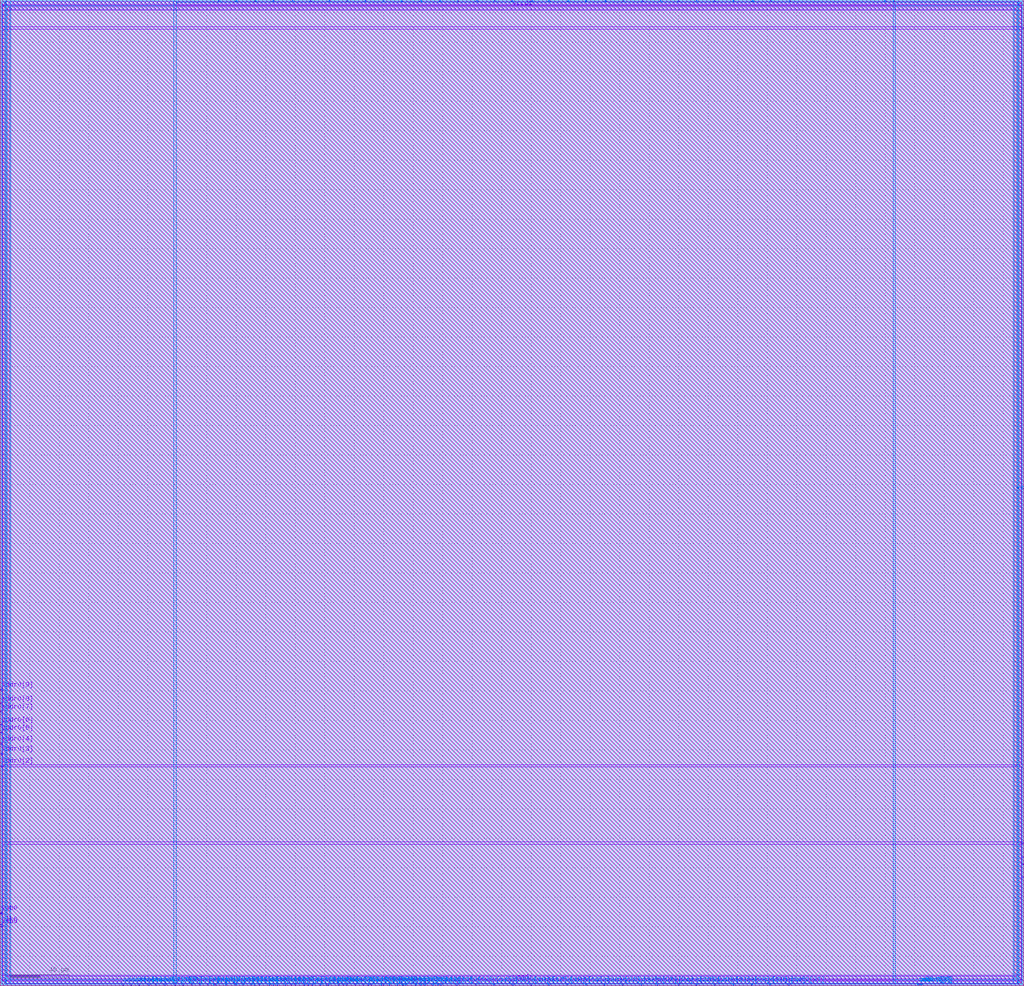
<source format=lef>
# Copyright 2020 The SkyWater PDK Authors
#
# Licensed under the Apache License, Version 2.0 (the "License");
# you may not use this file except in compliance with the License.
# You may obtain a copy of the License at
#
#     https://www.apache.org/licenses/LICENSE-2.0
#
# Unless required by applicable law or agreed to in writing, software
# distributed under the License is distributed on an "AS IS" BASIS,
# WITHOUT WARRANTIES OR CONDITIONS OF ANY KIND, either express or implied.
# See the License for the specific language governing permissions and
# limitations under the License.
#
# SPDX-License-Identifier: Apache-2.0

VERSION 5.7 ;

BUSBITCHARS "[]" ;
DIVIDERCHAR "/" ;

UNITS
  TIME NANOSECONDS 1 ;
  CAPACITANCE PICOFARADS 1 ;
  RESISTANCE OHMS 1 ;
  DATABASE MICRONS 1000 ;
END UNITS

MANUFACTURINGGRID 0.005 ;

PROPERTYDEFINITIONS
  LAYER LEF58_TYPE STRING ;
END PROPERTYDEFINITIONS

# High density, single height
SITE unithd
  SYMMETRY Y ;
  CLASS CORE ;
  SIZE 0.46 BY 2.72 ;
END unithd

# High density, double height
SITE unithddbl
  SYMMETRY Y ;
  CLASS CORE ;
  SIZE 0.46 BY 5.44 ;
END unithddbl

LAYER nwell
  TYPE MASTERSLICE ;
  PROPERTY LEF58_TYPE "TYPE NWELL ;" ;
END nwell

LAYER pwell
  TYPE MASTERSLICE ;
  PROPERTY LEF58_TYPE "TYPE PWELL ;" ;
END pwell

LAYER li1
  TYPE ROUTING ;
  DIRECTION VERTICAL ;

  PITCH 0.46 0.34 ;
  OFFSET 0.23 0.17 ;

  WIDTH 0.17 ;          # LI 1
  # SPACING  0.17 ;     # LI 2
  SPACINGTABLE
     PARALLELRUNLENGTH 0
     WIDTH 0 0.17 ;
  AREA 0.0561 ;         # LI 6
  THICKNESS 0.1 ;
  EDGECAPACITANCE 40.697E-6 ;
  CAPACITANCE CPERSQDIST 36.9866E-6 ;
  RESISTANCE RPERSQ 12.2 ;

  ANTENNAMODEL OXIDE1 ;
  ANTENNADIFFSIDEAREARATIO PWL ( ( 0 75 ) ( 0.0125 75 ) ( 0.0225 85.125 ) ( 22.5 10200 ) ) ;
END li1

LAYER mcon
  TYPE CUT ;

  WIDTH 0.17 ;                # Mcon 1
  SPACING 0.19 ;              # Mcon 2
  ENCLOSURE BELOW 0 0 ;       # Mcon 4
  ENCLOSURE ABOVE 0.03 0.06 ; # Met1 4 / Met1 5

  ANTENNADIFFAREARATIO PWL ( ( 0 3 ) ( 0.0125 3 ) ( 0.0225 3.405 ) ( 22.5 408 ) ) ;
  DCCURRENTDENSITY AVERAGE 0.36 ; # mA per via Iavg_max at Tj = 90oC

END mcon

LAYER met1
  TYPE ROUTING ;
  DIRECTION HORIZONTAL ;

  PITCH 0.34 ;
  OFFSET 0.17 ;

  WIDTH 0.14 ;                     # Met1 1
  # SPACING 0.14 ;                 # Met1 2
  # SPACING 0.28 RANGE 3.001 100 ; # Met1 3b
  SPACINGTABLE
     PARALLELRUNLENGTH 0
     WIDTH 0 0.14
     WIDTH 3 0.28 ;
  AREA 0.083 ;                     # Met1 6
  THICKNESS 0.35 ;
  MINENCLOSEDAREA 0.14 ;

  ANTENNAMODEL OXIDE1 ;
  ANTENNADIFFSIDEAREARATIO PWL ( ( 0 400 ) ( 0.0125 400 ) ( 0.0225 2609 ) ( 22.5 11600 ) ) ;

  EDGECAPACITANCE 40.567E-6 ;
  CAPACITANCE CPERSQDIST 25.7784E-6 ;
  DCCURRENTDENSITY AVERAGE 2.8 ; # mA/um Iavg_max at Tj = 90oC
  ACCURRENTDENSITY RMS 6.1 ; # mA/um Irms_max at Tj = 90oC
  MAXIMUMDENSITY 70 ;
  DENSITYCHECKWINDOW 700 700 ;
  DENSITYCHECKSTEP 70 ;

  RESISTANCE RPERSQ 0.125 ;
END met1

LAYER via
  TYPE CUT ;
  WIDTH 0.15 ;                  # Via 1a
  SPACING 0.17 ;                # Via 2
  ENCLOSURE BELOW 0.055 0.085 ; # Via 4a / Via 5a
  ENCLOSURE ABOVE 0.055 0.085 ; # Met2 4 / Met2 5

  ANTENNADIFFAREARATIO PWL ( ( 0 6 ) ( 0.0125 6 ) ( 0.0225 6.81 ) ( 22.5 816 ) ) ;
  DCCURRENTDENSITY AVERAGE 0.29 ; # mA per via Iavg_max at Tj = 90oC
END via

LAYER met2
  TYPE ROUTING ;
  DIRECTION VERTICAL ;

  PITCH 0.46 ;
  OFFSET 0.23 ;

  WIDTH 0.14 ;                        # Met2 1
  # SPACING  0.14 ;                   # Met2 2
  # SPACING  0.28 RANGE 3.001 100 ;   # Met2 3b
  SPACINGTABLE
     PARALLELRUNLENGTH 0
     WIDTH 0 0.14
     WIDTH 3 0.28 ;
  AREA 0.0676 ;                       # Met2 6
  THICKNESS 0.35 ;
  MINENCLOSEDAREA 0.14 ;

  EDGECAPACITANCE 37.759E-6 ;
  CAPACITANCE CPERSQDIST 16.9423E-6 ;
  RESISTANCE RPERSQ 0.125 ;
  DCCURRENTDENSITY AVERAGE 2.8 ; # mA/um Iavg_max at Tj = 90oC
  ACCURRENTDENSITY RMS 6.1 ; # mA/um Irms_max at Tj = 90oC

  ANTENNAMODEL OXIDE1 ;
  ANTENNADIFFSIDEAREARATIO PWL ( ( 0 400 ) ( 0.0125 400 ) ( 0.0225 2609 ) ( 22.5 11600 ) ) ;

  MAXIMUMDENSITY 70 ;
  DENSITYCHECKWINDOW 700 700 ;
  DENSITYCHECKSTEP 70 ;
END met2

# ******** Layer via2, type routing, number 44 **************
LAYER via2
  TYPE CUT ;
  WIDTH 0.2 ;                   # Via2 1
  SPACING 0.2 ;                 # Via2 2
  ENCLOSURE BELOW 0.04 0.085 ;  # Via2 4
  ENCLOSURE ABOVE 0.065 0.065 ; # Met3 4
  ANTENNADIFFAREARATIO PWL ( ( 0 6 ) ( 0.0125 6 ) ( 0.0225 6.81 ) ( 22.5 816 ) ) ;
  DCCURRENTDENSITY AVERAGE 0.48 ; # mA per via Iavg_max at Tj = 90oC
END via2

LAYER met3
  TYPE ROUTING ;
  DIRECTION HORIZONTAL ;

  PITCH 0.68 ;
  OFFSET 0.34 ;

  WIDTH 0.3 ;              # Met3 1
  # SPACING 0.3 ;          # Met3 2
  SPACINGTABLE
     PARALLELRUNLENGTH 0
     WIDTH 0 0.3
     WIDTH 3 0.4 ;
  AREA 0.24 ;              # Met3 6
  THICKNESS 0.8 ;

  EDGECAPACITANCE 40.989E-6 ;
  CAPACITANCE CPERSQDIST 12.3729E-6 ;
  RESISTANCE RPERSQ 0.047 ;
  DCCURRENTDENSITY AVERAGE 6.8 ; # mA/um Iavg_max at Tj = 90oC
  ACCURRENTDENSITY RMS 14.9 ; # mA/um Irms_max at Tj = 90oC

  ANTENNAMODEL OXIDE1 ;
  ANTENNADIFFSIDEAREARATIO PWL ( ( 0 400 ) ( 0.0125 400 ) ( 0.0225 2609 ) ( 22.5 11600 ) ) ;

  MAXIMUMDENSITY 70 ;
  DENSITYCHECKWINDOW 700 700 ;
  DENSITYCHECKSTEP 70 ;
END met3

LAYER via3
  TYPE CUT ;
  WIDTH 0.2 ;                   # Via3 1
  SPACING 0.2 ;                 # Via3 2
  ENCLOSURE BELOW 0.06 0.09 ;   # Via3 4 / Via3 5
  ENCLOSURE ABOVE 0.065 0.065 ; # Met4 3
  ANTENNADIFFAREARATIO PWL ( ( 0 6 ) ( 0.0125 6 ) ( 0.0225 6.81 ) ( 22.5 816 ) ) ;
  DCCURRENTDENSITY AVERAGE 0.48 ; # mA per via Iavg_max at Tj = 90oC
END via3

LAYER met4
  TYPE ROUTING ;
  DIRECTION VERTICAL ;

  PITCH 0.92 ;
  OFFSET 0.46 ;

  WIDTH 0.3 ;             # Met4 1
  # SPACING  0.3 ;             # Met4 2
  SPACINGTABLE
     PARALLELRUNLENGTH 0
     WIDTH 0 0.3
     WIDTH 3 0.4 ;
  AREA 0.24 ;            # Met4 4a

  THICKNESS 0.8 ;

  EDGECAPACITANCE 36.676E-6 ;
  CAPACITANCE CPERSQDIST 8.41537E-6 ;
  RESISTANCE RPERSQ 0.047 ;
  DCCURRENTDENSITY AVERAGE 6.8 ; # mA/um Iavg_max at Tj = 90oC
  ACCURRENTDENSITY RMS 14.9 ; # mA/um Irms_max at Tj = 90oC

  ANTENNAMODEL OXIDE1 ;
  ANTENNADIFFSIDEAREARATIO PWL ( ( 0 400 ) ( 0.0125 400 ) ( 0.0225 2609 ) ( 22.5 11600 ) ) ;

  MAXIMUMDENSITY 70 ;
  DENSITYCHECKWINDOW 700 700 ;
  DENSITYCHECKSTEP 70 ;
END met4

LAYER via4
  TYPE CUT ;

  WIDTH 0.8 ;                 # Via4 1
  SPACING 0.8 ;               # Via4 2
  ENCLOSURE BELOW 0.19 0.19 ; # Via4 4
  ENCLOSURE ABOVE 0.31 0.31 ; # Met5 3
  ANTENNADIFFAREARATIO PWL ( ( 0 6 ) ( 0.0125 6 ) ( 0.0225 6.81 ) ( 22.5 816 ) ) ;
  DCCURRENTDENSITY AVERAGE 2.49 ; # mA per via Iavg_max at Tj = 90oC
END via4

LAYER met5
  TYPE ROUTING ;
  DIRECTION HORIZONTAL ;

  PITCH 3.4 ;
  OFFSET 1.7 ;

  WIDTH 1.6 ;            # Met5 1
  #SPACING  1.6 ;        # Met5 2
  SPACINGTABLE
     PARALLELRUNLENGTH 0
     WIDTH 0 1.6 ;
  AREA 4 ;               # Met5 4

  THICKNESS 1.2 ;

  EDGECAPACITANCE 38.851E-6 ;
  CAPACITANCE CPERSQDIST 6.32063E-6 ;
  RESISTANCE RPERSQ 0.0285 ;
  DCCURRENTDENSITY AVERAGE 10.17 ; # mA/um Iavg_max at Tj = 90oC
  ACCURRENTDENSITY RMS 22.34 ; # mA/um Irms_max at Tj = 90oC

  ANTENNAMODEL OXIDE1 ;
  ANTENNADIFFSIDEAREARATIO PWL ( ( 0 400 ) ( 0.0125 400 ) ( 0.0225 2609 ) ( 22.5 11600 ) ) ;
END met5


### Routing via cells section   ###
# Plus via rule, metals are along the prefered direction
VIA L1M1_PR DEFAULT
  LAYER mcon ;
  RECT -0.085 -0.085 0.085 0.085 ;
  LAYER li1 ;
  RECT -0.085 -0.085 0.085 0.085 ;
  LAYER met1 ;
  RECT -0.145 -0.115 0.145 0.115 ;
END L1M1_PR

VIARULE L1M1_PR GENERATE
  LAYER li1 ;
  ENCLOSURE 0 0 ;
  LAYER met1 ;
  ENCLOSURE 0.06 0.03 ;
  LAYER mcon ;
  RECT -0.085 -0.085 0.085 0.085 ;
  SPACING 0.36 BY 0.36 ;
END L1M1_PR

# Plus via rule, metals are along the non prefered direction
VIA L1M1_PR_R DEFAULT
  LAYER mcon ;
  RECT -0.085 -0.085 0.085 0.085 ;
  LAYER li1 ;
  RECT -0.085 -0.085 0.085 0.085 ;
  LAYER met1 ;
  RECT -0.115 -0.145 0.115 0.145 ;
END L1M1_PR_R

VIARULE L1M1_PR_R GENERATE
  LAYER li1 ;
  ENCLOSURE 0 0 ;
  LAYER met1 ;
  ENCLOSURE 0.03 0.06 ;
  LAYER mcon ;
  RECT -0.085 -0.085 0.085 0.085 ;
  SPACING 0.36 BY 0.36 ;
END L1M1_PR_R

# Minus via rule, lower layer metal is along prefered direction
VIA L1M1_PR_M DEFAULT
  LAYER mcon ;
  RECT -0.085 -0.085 0.085 0.085 ;
  LAYER li1 ;
  RECT -0.085 -0.085 0.085 0.085 ;
  LAYER met1 ;
  RECT -0.115 -0.145 0.115 0.145 ;
END L1M1_PR_M

VIARULE L1M1_PR_M GENERATE
  LAYER li1 ;
  ENCLOSURE 0 0 ;
  LAYER met1 ;
  ENCLOSURE 0.03 0.06 ;
  LAYER mcon ;
  RECT -0.085 -0.085 0.085 0.085 ;
  SPACING 0.36 BY 0.36 ;
END L1M1_PR_M

# Minus via rule, upper layer metal is along prefered direction
VIA L1M1_PR_MR DEFAULT
  LAYER mcon ;
  RECT -0.085 -0.085 0.085 0.085 ;
  LAYER li1 ;
  RECT -0.085 -0.085 0.085 0.085 ;
  LAYER met1 ;
  RECT -0.145 -0.115 0.145 0.115 ;
END L1M1_PR_MR

VIARULE L1M1_PR_MR GENERATE
  LAYER li1 ;
  ENCLOSURE 0 0 ;
  LAYER met1 ;
  ENCLOSURE 0.06 0.03 ;
  LAYER mcon ;
  RECT -0.085 -0.085 0.085 0.085 ;
  SPACING 0.36 BY 0.36 ;
END L1M1_PR_MR

# Centered via rule, we really do not want to use it
VIA L1M1_PR_C DEFAULT
  LAYER mcon ;
  RECT -0.085 -0.085 0.085 0.085 ;
  LAYER li1 ;
  RECT -0.085 -0.085 0.085 0.085 ;
  LAYER met1 ;
  RECT -0.145 -0.145 0.145 0.145 ;
END L1M1_PR_C

VIARULE L1M1_PR_C GENERATE
  LAYER li1 ;
  ENCLOSURE 0 0 ;
  LAYER met1 ;
  ENCLOSURE 0.06 0.06 ;
  LAYER mcon ;
  RECT -0.085 -0.085 0.085 0.085 ;
  SPACING 0.36 BY 0.36 ;
END L1M1_PR_C

# Plus via rule, metals are along the prefered direction
VIA M1M2_PR DEFAULT
  LAYER via ;
  RECT -0.075 -0.075 0.075 0.075 ;
  LAYER met1 ;
  RECT -0.16 -0.13 0.16 0.13 ;
  LAYER met2 ;
  RECT -0.13 -0.16 0.13 0.16 ;
END M1M2_PR

VIARULE M1M2_PR GENERATE
  LAYER met1 ;
  ENCLOSURE 0.085 0.055 ;
  LAYER met2 ;
  ENCLOSURE 0.055 0.085 ;
  LAYER via ;
  RECT -0.075 -0.075 0.075 0.075 ;
  SPACING 0.32 BY 0.32 ;
END M1M2_PR

# Plus via rule, metals are along the non prefered direction
VIA M1M2_PR_R DEFAULT
  LAYER via ;
  RECT -0.075 -0.075 0.075 0.075 ;
  LAYER met1 ;
  RECT -0.13 -0.16 0.13 0.16 ;
  LAYER met2 ;
  RECT -0.16 -0.13 0.16 0.13 ;
END M1M2_PR_R

VIARULE M1M2_PR_R GENERATE
  LAYER met1 ;
  ENCLOSURE 0.055 0.085 ;
  LAYER met2 ;
  ENCLOSURE 0.085 0.055 ;
  LAYER via ;
  RECT -0.075 -0.075 0.075 0.075 ;
  SPACING 0.32 BY 0.32 ;
END M1M2_PR_R

# Minus via rule, lower layer metal is along prefered direction
VIA M1M2_PR_M DEFAULT
  LAYER via ;
  RECT -0.075 -0.075 0.075 0.075 ;
  LAYER met1 ;
  RECT -0.16 -0.13 0.16 0.13 ;
  LAYER met2 ;
  RECT -0.16 -0.13 0.16 0.13 ;
END M1M2_PR_M

VIARULE M1M2_PR_M GENERATE
  LAYER met1 ;
  ENCLOSURE 0.085 0.055 ;
  LAYER met2 ;
  ENCLOSURE 0.085 0.055 ;
  LAYER via ;
  RECT -0.075 -0.075 0.075 0.075 ;
  SPACING 0.32 BY 0.32 ;
END M1M2_PR_M

# Minus via rule, upper layer metal is along prefered direction
VIA M1M2_PR_MR DEFAULT
  LAYER via ;
  RECT -0.075 -0.075 0.075 0.075 ;
  LAYER met1 ;
  RECT -0.13 -0.16 0.13 0.16 ;
  LAYER met2 ;
  RECT -0.13 -0.16 0.13 0.16 ;
END M1M2_PR_MR

VIARULE M1M2_PR_MR GENERATE
  LAYER met1 ;
  ENCLOSURE 0.055 0.085 ;
  LAYER met2 ;
  ENCLOSURE 0.055 0.085 ;
  LAYER via ;
  RECT -0.075 -0.075 0.075 0.075 ;
  SPACING 0.32 BY 0.32 ;
END M1M2_PR_MR

# Centered via rule, we really do not want to use it
VIA M1M2_PR_C DEFAULT
  LAYER via ;
  RECT -0.075 -0.075 0.075 0.075 ;
  LAYER met1 ;
  RECT -0.16 -0.16 0.16 0.16 ;
  LAYER met2 ;
  RECT -0.16 -0.16 0.16 0.16 ;
END M1M2_PR_C

VIARULE M1M2_PR_C GENERATE
  LAYER met1 ;
  ENCLOSURE 0.085 0.085 ;
  LAYER met2 ;
  ENCLOSURE 0.085 0.085 ;
  LAYER via ;
  RECT -0.075 -0.075 0.075 0.075 ;
  SPACING 0.32 BY 0.32 ;
END M1M2_PR_C

# Plus via rule, metals are along the prefered direction
VIA M2M3_PR DEFAULT
  LAYER via2 ;
  RECT -0.1 -0.1 0.1 0.1 ;
  LAYER met2 ;
  RECT -0.14 -0.185 0.14 0.185 ;
  LAYER met3 ;
  RECT -0.165 -0.165 0.165 0.165 ;
END M2M3_PR

VIARULE M2M3_PR GENERATE
  LAYER met2 ;
  ENCLOSURE 0.04 0.085 ;
  LAYER met3 ;
  ENCLOSURE 0.065 0.065 ;
  LAYER via2 ;
  RECT -0.1 -0.1 0.1 0.1 ;
  SPACING 0.4 BY 0.4 ;
END M2M3_PR

# Plus via rule, metals are along the non prefered direction
VIA M2M3_PR_R DEFAULT
  LAYER via2 ;
  RECT -0.1 -0.1 0.1 0.1 ;
  LAYER met2 ;
  RECT -0.185 -0.14 0.185 0.14 ;
  LAYER met3 ;
  RECT -0.165 -0.165 0.165 0.165 ;
END M2M3_PR_R

VIARULE M2M3_PR_R GENERATE
  LAYER met2 ;
  ENCLOSURE 0.085 0.04 ;
  LAYER met3 ;
  ENCLOSURE 0.065 0.065 ;
  LAYER via2 ;
  RECT -0.1 -0.1 0.1 0.1 ;
  SPACING 0.4 BY 0.4 ;
END M2M3_PR_R

# Minus via rule, lower layer metal is along prefered direction
VIA M2M3_PR_M DEFAULT
  LAYER via2 ;
  RECT -0.1 -0.1 0.1 0.1 ;
  LAYER met2 ;
  RECT -0.14 -0.185 0.14 0.185 ;
  LAYER met3 ;
  RECT -0.165 -0.165 0.165 0.165 ;
END M2M3_PR_M

VIARULE M2M3_PR_M GENERATE
  LAYER met2 ;
  ENCLOSURE 0.04 0.085 ;
  LAYER met3 ;
  ENCLOSURE 0.065 0.065 ;
  LAYER via2 ;
  RECT -0.1 -0.1 0.1 0.1 ;
  SPACING 0.4 BY 0.4 ;
END M2M3_PR_M

# Minus via rule, upper layer metal is along prefered direction
VIA M2M3_PR_MR DEFAULT
  LAYER via2 ;
  RECT -0.1 -0.1 0.1 0.1 ;
  LAYER met2 ;
  RECT -0.185 -0.14 0.185 0.14 ;
  LAYER met3 ;
  RECT -0.165 -0.165 0.165 0.165 ;
END M2M3_PR_MR

VIARULE M2M3_PR_MR GENERATE
  LAYER met2 ;
  ENCLOSURE 0.085 0.04 ;
  LAYER met3 ;
  ENCLOSURE 0.065 0.065 ;
  LAYER via2 ;
  RECT -0.1 -0.1 0.1 0.1 ;
  SPACING 0.4 BY 0.4 ;
END M2M3_PR_MR

# Centered via rule, we really do not want to use it
VIA M2M3_PR_C DEFAULT
  LAYER via2 ;
  RECT -0.1 -0.1 0.1 0.1 ;
  LAYER met2 ;
  RECT -0.185 -0.185 0.185 0.185 ;
  LAYER met3 ;
  RECT -0.165 -0.165 0.165 0.165 ;
END M2M3_PR_C

VIARULE M2M3_PR_C GENERATE
  LAYER met2 ;
  ENCLOSURE 0.085 0.085 ;
  LAYER met3 ;
  ENCLOSURE 0.065 0.065 ;
  LAYER via2 ;
  RECT -0.1 -0.1 0.1 0.1 ;
  SPACING 0.4 BY 0.4 ;
END M2M3_PR_C

# Plus via rule, metals are along the prefered direction
VIA M3M4_PR DEFAULT
  LAYER via3 ;
  RECT -0.1 -0.1 0.1 0.1 ;
  LAYER met3 ;
  RECT -0.19 -0.16 0.19 0.16 ;
  LAYER met4 ;
  RECT -0.165 -0.165 0.165 0.165 ;
END M3M4_PR

VIARULE M3M4_PR GENERATE
  LAYER met3 ;
  ENCLOSURE 0.09 0.06 ;
  LAYER met4 ;
  ENCLOSURE 0.065 0.065 ;
  LAYER via3 ;
  RECT -0.1 -0.1 0.1 0.1 ;
  SPACING 0.4 BY 0.4 ;
END M3M4_PR

# Plus via rule, metals are along the non prefered direction
VIA M3M4_PR_R DEFAULT
  LAYER via3 ;
  RECT -0.1 -0.1 0.1 0.1 ;
  LAYER met3 ;
  RECT -0.16 -0.19 0.16 0.19 ;
  LAYER met4 ;
  RECT -0.165 -0.165 0.165 0.165 ;
END M3M4_PR_R

VIARULE M3M4_PR_R GENERATE
  LAYER met3 ;
  ENCLOSURE 0.06 0.09 ;
  LAYER met4 ;
  ENCLOSURE 0.065 0.065 ;
  LAYER via3 ;
  RECT -0.1 -0.1 0.1 0.1 ;
  SPACING 0.4 BY 0.4 ;
END M3M4_PR_R

# Minus via rule, lower layer metal is along prefered direction
VIA M3M4_PR_M DEFAULT
  LAYER via3 ;
  RECT -0.1 -0.1 0.1 0.1 ;
  LAYER met3 ;
  RECT -0.19 -0.16 0.19 0.16 ;
  LAYER met4 ;
  RECT -0.165 -0.165 0.165 0.165 ;
END M3M4_PR_M

VIARULE M3M4_PR_M GENERATE
  LAYER met3 ;
  ENCLOSURE 0.09 0.06 ;
  LAYER met4 ;
  ENCLOSURE 0.065 0.065 ;
  LAYER via3 ;
  RECT -0.1 -0.1 0.1 0.1 ;
  SPACING 0.4 BY 0.4 ;
END M3M4_PR_M

# Minus via rule, upper layer metal is along prefered direction
VIA M3M4_PR_MR DEFAULT
  LAYER via3 ;
  RECT -0.1 -0.1 0.1 0.1 ;
  LAYER met3 ;
  RECT -0.16 -0.19 0.16 0.19 ;
  LAYER met4 ;
  RECT -0.165 -0.165 0.165 0.165 ;
END M3M4_PR_MR

VIARULE M3M4_PR_MR GENERATE
  LAYER met3 ;
  ENCLOSURE 0.06 0.09 ;
  LAYER met4 ;
  ENCLOSURE 0.065 0.065 ;
  LAYER via3 ;
  RECT -0.1 -0.1 0.1 0.1 ;
  SPACING 0.4 BY 0.4 ;
END M3M4_PR_MR

# Centered via rule, we really do not want to use it
VIA M3M4_PR_C DEFAULT
  LAYER via3 ;
  RECT -0.1 -0.1 0.1 0.1 ;
  LAYER met3 ;
  RECT -0.19 -0.19 0.19 0.19 ;
  LAYER met4 ;
  RECT -0.165 -0.165 0.165 0.165 ;
END M3M4_PR_C

VIARULE M3M4_PR_C GENERATE
  LAYER met3 ;
  ENCLOSURE 0.09 0.09 ;
  LAYER met4 ;
  ENCLOSURE 0.065 0.065 ;
  LAYER via3 ;
  RECT -0.1 -0.1 0.1 0.1 ;
  SPACING 0.4 BY 0.4 ;
END M3M4_PR_C

# Plus via rule, metals are along the prefered direction
VIA M4M5_PR DEFAULT
  LAYER via4 ;
  RECT -0.4 -0.4 0.4 0.4 ;
  LAYER met4 ;
  RECT -0.59 -0.59 0.59 0.59 ;
  LAYER met5 ;
  RECT -0.71 -0.71 0.71 0.71 ;
END M4M5_PR

VIARULE M4M5_PR GENERATE
  LAYER met4 ;
  ENCLOSURE 0.19 0.19 ;
  LAYER met5 ;
  ENCLOSURE 0.31 0.31 ;
  LAYER via4 ;
  RECT -0.4 -0.4 0.4 0.4 ;
  SPACING 1.6 BY 1.6 ;
END M4M5_PR

# Plus via rule, metals are along the non prefered direction
VIA M4M5_PR_R DEFAULT
  LAYER via4 ;
  RECT -0.4 -0.4 0.4 0.4 ;
  LAYER met4 ;
  RECT -0.59 -0.59 0.59 0.59 ;
  LAYER met5 ;
  RECT -0.71 -0.71 0.71 0.71 ;
END M4M5_PR_R

VIARULE M4M5_PR_R GENERATE
  LAYER met4 ;
  ENCLOSURE 0.19 0.19 ;
  LAYER met5 ;
  ENCLOSURE 0.31 0.31 ;
  LAYER via4 ;
  RECT -0.4 -0.4 0.4 0.4 ;
  SPACING 1.6 BY 1.6 ;
END M4M5_PR_R

# Minus via rule, lower layer metal is along prefered direction
VIA M4M5_PR_M DEFAULT
  LAYER via4 ;
  RECT -0.4 -0.4 0.4 0.4 ;
  LAYER met4 ;
  RECT -0.59 -0.59 0.59 0.59 ;
  LAYER met5 ;
  RECT -0.71 -0.71 0.71 0.71 ;
END M4M5_PR_M

VIARULE M4M5_PR_M GENERATE
  LAYER met4 ;
  ENCLOSURE 0.19 0.19 ;
  LAYER met5 ;
  ENCLOSURE 0.31 0.31 ;
  LAYER via4 ;
  RECT -0.4 -0.4 0.4 0.4 ;
  SPACING 1.6 BY 1.6 ;
END M4M5_PR_M

# Minus via rule, upper layer metal is along prefered direction
VIA M4M5_PR_MR DEFAULT
  LAYER via4 ;
  RECT -0.4 -0.4 0.4 0.4 ;
  LAYER met4 ;
  RECT -0.59 -0.59 0.59 0.59 ;
  LAYER met5 ;
  RECT -0.71 -0.71 0.71 0.71 ;
END M4M5_PR_MR

VIARULE M4M5_PR_MR GENERATE
  LAYER met4 ;
  ENCLOSURE 0.19 0.19 ;
  LAYER met5 ;
  ENCLOSURE 0.31 0.31 ;
  LAYER via4 ;
  RECT -0.4 -0.4 0.4 0.4 ;
  SPACING 1.6 BY 1.6 ;
END M4M5_PR_MR

# Centered via rule, we really do not want to use it
VIA M4M5_PR_C DEFAULT
  LAYER via4 ;
  RECT -0.4 -0.4 0.4 0.4 ;
  LAYER met4 ;
  RECT -0.59 -0.59 0.59 0.59 ;
  LAYER met5 ;
  RECT -0.71 -0.71 0.71 0.71 ;
END M4M5_PR_C

VIARULE M4M5_PR_C GENERATE
  LAYER met4 ;
  ENCLOSURE 0.19 0.19 ;
  LAYER met5 ;
  ENCLOSURE 0.31 0.31 ;
  LAYER via4 ;
  RECT -0.4 -0.4 0.4 0.4 ;
  SPACING 1.6 BY 1.6 ;
END M4M5_PR_C
###  end of single via cells   ###


MACRO sky130_ef_sc_hd__decap_12
  CLASS BLOCK ;
  FOREIGN sky130_ef_sc_hd__decap_12 ;
  ORIGIN 0.000 0.000 ;
  SIZE 5.520 BY 2.720 ;
  PIN VGND
    DIRECTION INPUT ;
    USE GROUND ;
    PORT
      LAYER li1 ;
        RECT 1.670 0.630 2.010 1.460 ;
        RECT 0.085 0.085 5.430 0.630 ;
        RECT 0.000 -0.085 5.520 0.085 ;
      LAYER mcon ;
        RECT 0.605 -0.085 0.775 0.085 ;
        RECT 1.065 -0.085 1.235 0.085 ;
        RECT 1.525 -0.085 1.695 0.085 ;
        RECT 1.985 -0.085 2.155 0.085 ;
        RECT 2.445 -0.085 2.615 0.085 ;
        RECT 2.905 -0.085 3.075 0.085 ;
        RECT 3.365 -0.085 3.535 0.085 ;
        RECT 3.825 -0.085 3.995 0.085 ;
        RECT 4.285 -0.085 4.455 0.085 ;
        RECT 4.745 -0.085 4.915 0.085 ;
        RECT 5.205 -0.085 5.375 0.085 ;
      LAYER met1 ;
        RECT 0.000 -0.240 5.520 0.240 ;
    END
  END VGND
  PIN VNB
    DIRECTION INPUT ;
    PORT
      LAYER pwell ;
        RECT 0.080 -0.130 0.360 0.150 ;
    END
  END VNB
  PIN VPB
    DIRECTION INPUT ;
    PORT
      LAYER nwell ;
        RECT -0.190 1.305 5.710 2.910 ;
    END
  END VPB
  PIN VPWR
    DIRECTION INPUT ;
    USE POWER ;
    PORT
      LAYER li1 ;
        RECT 0.000 2.635 5.520 2.805 ;
        RECT 0.085 2.200 5.430 2.635 ;
        RECT 3.490 0.950 3.840 2.200 ;
      LAYER mcon ;
        RECT 0.605 2.635 0.775 2.805 ;
        RECT 1.065 2.635 1.235 2.805 ;
        RECT 1.525 2.635 1.695 2.805 ;
        RECT 1.985 2.635 2.155 2.805 ;
        RECT 2.445 2.635 2.615 2.805 ;
        RECT 2.905 2.635 3.075 2.805 ;
        RECT 3.365 2.635 3.535 2.805 ;
        RECT 3.825 2.635 3.995 2.805 ;
        RECT 4.285 2.635 4.455 2.805 ;
        RECT 4.745 2.635 4.915 2.805 ;
        RECT 5.205 2.635 5.375 2.805 ;
      LAYER met1 ;
        RECT 0.000 2.480 5.520 2.960 ;
    END
  END VPWR
END sky130_ef_sc_hd__decap_12
MACRO sky130_ef_sc_hd__fakediode_2
  CLASS CORE SPACER ;
  FOREIGN sky130_ef_sc_hd__fakediode_2 ;
  ORIGIN  0.000000  0.000000 ;
  SIZE  0.920000 BY  2.720000 ;
  SYMMETRY X Y R90 ;
  SITE unithd ;
  PIN DIODE
    DIRECTION INPUT ;
    USE SIGNAL ;
    PORT
      LAYER li1 ;
        RECT 0.085000 0.255000 0.835000 2.465000 ;
    END
  END DIODE
  PIN VGND
    DIRECTION INOUT ;
    SHAPE ABUTMENT ;
    USE GROUND ;
    PORT
      LAYER met1 ;
        RECT 0.000000 -0.240000 0.920000 0.240000 ;
    END
  END VGND
  PIN VNB
    DIRECTION INOUT ;
    USE GROUND ;
    PORT
      LAYER pwell ;
        RECT 0.145000 -0.085000 0.315000 0.085000 ;
    END
  END VNB
  PIN VPB
    DIRECTION INOUT ;
    USE POWER ;
    PORT
      LAYER nwell ;
        RECT -0.190000 1.305000 1.110000 2.910000 ;
    END
  END VPB
  PIN VPWR
    DIRECTION INOUT ;
    SHAPE ABUTMENT ;
    USE POWER ;
    PORT
      LAYER met1 ;
        RECT 0.000000 2.480000 0.920000 2.960000 ;
    END
  END VPWR
  OBS
    LAYER li1 ;
      RECT 0.000000 -0.085000 0.920000 0.085000 ;
      RECT 0.000000  2.635000 0.920000 2.805000 ;
    LAYER mcon ;
      RECT 0.145000 -0.085000 0.315000 0.085000 ;
      RECT 0.145000  2.635000 0.315000 2.805000 ;
      RECT 0.605000 -0.085000 0.775000 0.085000 ;
      RECT 0.605000  2.635000 0.775000 2.805000 ;
  END
END sky130_ef_sc_hd__fakediode_2
MACRO sky130_ef_sc_hd__fill_12
  CLASS CORE ;
  FOREIGN sky130_ef_sc_hd__fill_12 ;
  ORIGIN 0.000 0.000 ;
  SIZE 5.520 BY 2.720 ;
  SYMMETRY X Y R90 ;
  SITE unithd ;
  OBS
      LAYER nwell ;
        RECT -0.190 1.305 5.710 2.910 ;
      LAYER pwell ;
        RECT 0.145 -0.085 0.315 0.085 ;
        RECT 2.935 -0.060 3.045 0.060 ;
        RECT 4.755 -0.050 4.915 0.060 ;
      LAYER li1 ;
        RECT 0.000 2.635 5.520 2.805 ;
        RECT 0.085 1.545 2.675 2.635 ;
        RECT 0.085 0.855 1.295 1.375 ;
        RECT 1.465 1.025 2.675 1.545 ;
        RECT 0.085 0.085 2.675 0.855 ;
        RECT 0.000 -0.085 5.520 0.085 ;
      LAYER mcon ;
        RECT 0.145 2.635 0.315 2.805 ;
        RECT 0.605 2.635 0.775 2.805 ;
        RECT 1.065 2.635 1.235 2.805 ;
        RECT 1.525 2.635 1.695 2.805 ;
        RECT 1.985 2.635 2.155 2.805 ;
        RECT 2.445 2.635 2.615 2.805 ;
        RECT 2.905 2.635 3.075 2.805 ;
        RECT 3.365 2.635 3.535 2.805 ;
        RECT 3.825 2.635 3.995 2.805 ;
        RECT 4.285 2.635 4.455 2.805 ;
        RECT 4.745 2.635 4.915 2.805 ;
        RECT 5.205 2.635 5.375 2.805 ;
        RECT 0.145 -0.085 0.315 0.085 ;
        RECT 0.605 -0.085 0.775 0.085 ;
        RECT 1.065 -0.085 1.235 0.085 ;
        RECT 1.525 -0.085 1.695 0.085 ;
        RECT 1.985 -0.085 2.155 0.085 ;
        RECT 2.445 -0.085 2.615 0.085 ;
        RECT 2.905 -0.085 3.075 0.085 ;
        RECT 3.365 -0.085 3.535 0.085 ;
        RECT 3.825 -0.085 3.995 0.085 ;
        RECT 4.285 -0.085 4.455 0.085 ;
        RECT 4.745 -0.085 4.915 0.085 ;
        RECT 5.205 -0.085 5.375 0.085 ;
      LAYER met1 ;
        RECT 0.000 2.480 5.520 2.960 ;
        RECT 0.000 -0.240 5.520 0.240 ;
  END
END sky130_ef_sc_hd__fill_12
MACRO sky130_ef_sc_hd__fill_8
  CLASS CORE SPACER ;
  SOURCE USER ;
  ORIGIN  0.000000  0.000000 ;
  SIZE  3.680000 BY  2.720000 ;
  SYMMETRY X Y R90 ;
  SITE unithd ;
  PIN VGND
    DIRECTION INOUT ;
    SHAPE ABUTMENT ;
    USE GROUND ;
    PORT
      LAYER li1 ;
        RECT 0.000000 -0.085000 3.680000 0.085000 ;
    END
    PORT
      LAYER met1 ;
        RECT 0.000000 -0.240000 3.680000 0.240000 ;
    END
  END VGND
  PIN VPWR
    DIRECTION INOUT ;
    SHAPE ABUTMENT ;
    USE POWER ;
    PORT
      LAYER li1 ;
        RECT 0.000000 2.635000 3.680000 2.805000 ;
    END
    PORT
      LAYER met1 ;
        RECT 0.000000 2.480000 3.680000 2.960000 ;
    END
  END VPWR
  OBS
  END
END sky130_ef_sc_hd__fill_8
MACRO sky130_fd_sc_hd__a2bb2o_1
  CLASS CORE ;
  FOREIGN sky130_fd_sc_hd__a2bb2o_1 ;
  ORIGIN  0.000000  0.000000 ;
  SIZE  3.680000 BY  2.720000 ;
  SYMMETRY X Y R90 ;
  SITE unithd ;
  PIN A1_N
    ANTENNAGATEAREA  0.126000 ;
    DIRECTION INPUT ;
    USE SIGNAL ;
    PORT
      LAYER li1 ;
        RECT 0.910000 0.995000 1.240000 1.615000 ;
    END
  END A1_N
  PIN A2_N
    ANTENNAGATEAREA  0.126000 ;
    DIRECTION INPUT ;
    USE SIGNAL ;
    PORT
      LAYER li1 ;
        RECT 1.410000 0.995000 1.700000 1.375000 ;
    END
  END A2_N
  PIN B1
    ANTENNAGATEAREA  0.126000 ;
    DIRECTION INPUT ;
    USE SIGNAL ;
    PORT
      LAYER li1 ;
        RECT 3.280000 0.765000 3.540000 1.655000 ;
    END
  END B1
  PIN B2
    ANTENNAGATEAREA  0.126000 ;
    DIRECTION INPUT ;
    USE SIGNAL ;
    PORT
      LAYER li1 ;
        RECT 2.600000 1.355000 3.080000 1.655000 ;
        RECT 2.820000 0.765000 3.080000 1.355000 ;
    END
  END B2
  PIN X
    ANTENNADIFFAREA  0.429000 ;
    DIRECTION OUTPUT ;
    USE SIGNAL ;
    PORT
      LAYER li1 ;
        RECT 0.085000 0.255000 0.345000 0.810000 ;
        RECT 0.085000 0.810000 0.260000 1.525000 ;
        RECT 0.085000 1.525000 0.345000 2.465000 ;
    END
  END X
  PIN VGND
    DIRECTION INOUT ;
    SHAPE ABUTMENT ;
    USE GROUND ;
    PORT
      LAYER met1 ;
        RECT 0.000000 -0.240000 3.680000 0.240000 ;
    END
  END VGND
  PIN VNB
    DIRECTION INOUT ;
    USE GROUND ;
    PORT
      LAYER pwell ;
        RECT 0.150000 -0.085000 0.320000 0.085000 ;
    END
  END VNB
  PIN VPB
    DIRECTION INOUT ;
    USE POWER ;
    PORT
      LAYER nwell ;
        RECT -0.190000 1.305000 3.870000 2.910000 ;
    END
  END VPB
  PIN VPWR
    DIRECTION INOUT ;
    SHAPE ABUTMENT ;
    USE POWER ;
    PORT
      LAYER met1 ;
        RECT 0.000000 2.480000 3.680000 2.960000 ;
    END
  END VPWR
  OBS
    LAYER li1 ;
      RECT 0.000000 -0.085000 3.680000 0.085000 ;
      RECT 0.000000  2.635000 3.680000 2.805000 ;
      RECT 0.430000  0.995000 0.685000 1.325000 ;
      RECT 0.515000  0.085000 0.945000 0.530000 ;
      RECT 0.515000  1.325000 0.685000 1.805000 ;
      RECT 0.515000  1.805000 1.275000 1.975000 ;
      RECT 0.515000  2.235000 0.845000 2.635000 ;
      RECT 1.105000  1.975000 1.275000 2.200000 ;
      RECT 1.105000  2.200000 2.245000 2.370000 ;
      RECT 1.180000  0.255000 1.350000 0.655000 ;
      RECT 1.180000  0.655000 2.060000 0.825000 ;
      RECT 1.520000  0.085000 2.240000 0.485000 ;
      RECT 1.540000  1.545000 2.060000 1.715000 ;
      RECT 1.540000  1.715000 1.710000 1.905000 ;
      RECT 1.890000  0.825000 2.060000 1.545000 ;
      RECT 1.990000  1.895000 2.400000 2.065000 ;
      RECT 1.990000  2.065000 2.245000 2.200000 ;
      RECT 1.990000  2.370000 2.245000 2.465000 ;
      RECT 2.230000  0.700000 2.580000 0.870000 ;
      RECT 2.230000  0.870000 2.400000 1.895000 ;
      RECT 2.410000  0.255000 2.580000 0.700000 ;
      RECT 2.415000  2.255000 2.745000 2.425000 ;
      RECT 2.575000  1.835000 3.515000 2.005000 ;
      RECT 2.575000  2.005000 2.745000 2.255000 ;
      RECT 2.915000  2.175000 3.165000 2.635000 ;
      RECT 3.155000  0.085000 3.555000 0.595000 ;
      RECT 3.335000  2.005000 3.515000 2.465000 ;
    LAYER mcon ;
      RECT 0.145000 -0.085000 0.315000 0.085000 ;
      RECT 0.145000  2.635000 0.315000 2.805000 ;
      RECT 0.605000 -0.085000 0.775000 0.085000 ;
      RECT 0.605000  2.635000 0.775000 2.805000 ;
      RECT 1.065000 -0.085000 1.235000 0.085000 ;
      RECT 1.065000  2.635000 1.235000 2.805000 ;
      RECT 1.525000 -0.085000 1.695000 0.085000 ;
      RECT 1.525000  2.635000 1.695000 2.805000 ;
      RECT 1.985000 -0.085000 2.155000 0.085000 ;
      RECT 1.985000  2.635000 2.155000 2.805000 ;
      RECT 2.445000 -0.085000 2.615000 0.085000 ;
      RECT 2.445000  2.635000 2.615000 2.805000 ;
      RECT 2.905000 -0.085000 3.075000 0.085000 ;
      RECT 2.905000  2.635000 3.075000 2.805000 ;
      RECT 3.365000 -0.085000 3.535000 0.085000 ;
      RECT 3.365000  2.635000 3.535000 2.805000 ;
  END
END sky130_fd_sc_hd__a2bb2o_1
MACRO sky130_fd_sc_hd__a2bb2o_2
  CLASS CORE ;
  FOREIGN sky130_fd_sc_hd__a2bb2o_2 ;
  ORIGIN  0.000000  0.000000 ;
  SIZE  4.140000 BY  2.720000 ;
  SYMMETRY X Y R90 ;
  SITE unithd ;
  PIN A1_N
    ANTENNAGATEAREA  0.159000 ;
    DIRECTION INPUT ;
    USE SIGNAL ;
    PORT
      LAYER li1 ;
        RECT 1.345000 0.995000 1.675000 1.615000 ;
    END
  END A1_N
  PIN A2_N
    ANTENNAGATEAREA  0.159000 ;
    DIRECTION INPUT ;
    USE SIGNAL ;
    PORT
      LAYER li1 ;
        RECT 1.845000 0.995000 2.135000 1.375000 ;
    END
  END A2_N
  PIN B1
    ANTENNAGATEAREA  0.159000 ;
    DIRECTION INPUT ;
    USE SIGNAL ;
    PORT
      LAYER li1 ;
        RECT 3.730000 0.765000 3.990000 1.655000 ;
    END
  END B1
  PIN B2
    ANTENNAGATEAREA  0.159000 ;
    DIRECTION INPUT ;
    USE SIGNAL ;
    PORT
      LAYER li1 ;
        RECT 3.050000 1.355000 3.530000 1.655000 ;
        RECT 3.270000 0.765000 3.530000 1.355000 ;
    END
  END B2
  PIN X
    ANTENNADIFFAREA  0.445500 ;
    DIRECTION OUTPUT ;
    USE SIGNAL ;
    PORT
      LAYER li1 ;
        RECT 0.525000 0.255000 0.780000 0.810000 ;
        RECT 0.525000 0.810000 0.695000 1.525000 ;
        RECT 0.525000 1.525000 0.780000 2.465000 ;
    END
  END X
  PIN VGND
    DIRECTION INOUT ;
    SHAPE ABUTMENT ;
    USE GROUND ;
    PORT
      LAYER met1 ;
        RECT 0.000000 -0.240000 4.140000 0.240000 ;
    END
  END VGND
  PIN VNB
    DIRECTION INOUT ;
    USE GROUND ;
    PORT
      LAYER pwell ;
        RECT 0.125000 -0.085000 0.295000 0.085000 ;
    END
  END VNB
  PIN VPB
    DIRECTION INOUT ;
    USE POWER ;
    PORT
      LAYER nwell ;
        RECT -0.190000 1.305000 4.330000 2.910000 ;
    END
  END VPB
  PIN VPWR
    DIRECTION INOUT ;
    SHAPE ABUTMENT ;
    USE POWER ;
    PORT
      LAYER met1 ;
        RECT 0.000000 2.480000 4.140000 2.960000 ;
    END
  END VPWR
  OBS
    LAYER li1 ;
      RECT 0.000000 -0.085000 4.140000 0.085000 ;
      RECT 0.000000  2.635000 4.140000 2.805000 ;
      RECT 0.185000  0.085000 0.355000 0.930000 ;
      RECT 0.185000  1.445000 0.355000 2.635000 ;
      RECT 0.865000  0.995000 1.120000 1.325000 ;
      RECT 0.950000  0.085000 1.380000 0.530000 ;
      RECT 0.950000  1.325000 1.120000 1.805000 ;
      RECT 0.950000  1.805000 1.710000 1.975000 ;
      RECT 0.950000  2.235000 1.280000 2.635000 ;
      RECT 1.540000  1.975000 1.710000 2.200000 ;
      RECT 1.540000  2.200000 2.670000 2.370000 ;
      RECT 1.615000  0.255000 1.785000 0.655000 ;
      RECT 1.615000  0.655000 2.510000 0.825000 ;
      RECT 1.955000  0.085000 2.690000 0.485000 ;
      RECT 1.975000  1.545000 2.510000 1.715000 ;
      RECT 1.975000  1.715000 2.145000 1.905000 ;
      RECT 2.340000  0.825000 2.510000 1.545000 ;
      RECT 2.440000  1.895000 2.850000 2.065000 ;
      RECT 2.440000  2.065000 2.670000 2.200000 ;
      RECT 2.500000  2.370000 2.670000 2.465000 ;
      RECT 2.680000  0.700000 3.030000 0.870000 ;
      RECT 2.680000  0.870000 2.850000 1.895000 ;
      RECT 2.860000  0.255000 3.030000 0.700000 ;
      RECT 2.875000  2.255000 3.205000 2.425000 ;
      RECT 3.035000  1.835000 3.965000 2.005000 ;
      RECT 3.035000  2.005000 3.205000 2.255000 ;
      RECT 3.375000  2.175000 3.625000 2.635000 ;
      RECT 3.605000  0.085000 4.005000 0.595000 ;
      RECT 3.795000  2.005000 3.965000 2.465000 ;
    LAYER mcon ;
      RECT 0.145000 -0.085000 0.315000 0.085000 ;
      RECT 0.145000  2.635000 0.315000 2.805000 ;
      RECT 0.605000 -0.085000 0.775000 0.085000 ;
      RECT 0.605000  2.635000 0.775000 2.805000 ;
      RECT 1.065000 -0.085000 1.235000 0.085000 ;
      RECT 1.065000  2.635000 1.235000 2.805000 ;
      RECT 1.525000 -0.085000 1.695000 0.085000 ;
      RECT 1.525000  2.635000 1.695000 2.805000 ;
      RECT 1.985000 -0.085000 2.155000 0.085000 ;
      RECT 1.985000  2.635000 2.155000 2.805000 ;
      RECT 2.445000 -0.085000 2.615000 0.085000 ;
      RECT 2.445000  2.635000 2.615000 2.805000 ;
      RECT 2.905000 -0.085000 3.075000 0.085000 ;
      RECT 2.905000  2.635000 3.075000 2.805000 ;
      RECT 3.365000 -0.085000 3.535000 0.085000 ;
      RECT 3.365000  2.635000 3.535000 2.805000 ;
      RECT 3.825000 -0.085000 3.995000 0.085000 ;
      RECT 3.825000  2.635000 3.995000 2.805000 ;
  END
END sky130_fd_sc_hd__a2bb2o_2
MACRO sky130_fd_sc_hd__a2bb2o_4
  CLASS CORE ;
  FOREIGN sky130_fd_sc_hd__a2bb2o_4 ;
  ORIGIN  0.000000  0.000000 ;
  SIZE  7.360000 BY  2.720000 ;
  SYMMETRY X Y R90 ;
  SITE unithd ;
  PIN A1_N
    ANTENNAGATEAREA  0.495000 ;
    DIRECTION INPUT ;
    USE SIGNAL ;
    PORT
      LAYER li1 ;
        RECT 3.315000 1.075000 3.645000 1.325000 ;
        RECT 3.475000 1.325000 3.645000 1.445000 ;
        RECT 3.475000 1.445000 4.965000 1.615000 ;
        RECT 4.605000 1.075000 4.965000 1.445000 ;
    END
  END A1_N
  PIN A2_N
    ANTENNAGATEAREA  0.495000 ;
    DIRECTION INPUT ;
    USE SIGNAL ;
    PORT
      LAYER li1 ;
        RECT 3.815000 1.075000 4.435000 1.275000 ;
    END
  END A2_N
  PIN B1
    ANTENNAGATEAREA  0.495000 ;
    DIRECTION INPUT ;
    USE SIGNAL ;
    PORT
      LAYER li1 ;
        RECT 0.085000 1.075000 0.575000 1.445000 ;
        RECT 0.085000 1.445000 1.685000 1.615000 ;
        RECT 1.515000 1.075000 1.895000 1.245000 ;
        RECT 1.515000 1.245000 1.685000 1.445000 ;
    END
  END B1
  PIN B2
    ANTENNAGATEAREA  0.495000 ;
    DIRECTION INPUT ;
    USE SIGNAL ;
    PORT
      LAYER li1 ;
        RECT 0.805000 1.075000 1.345000 1.275000 ;
    END
  END B2
  PIN X
    ANTENNADIFFAREA  0.891000 ;
    DIRECTION OUTPUT ;
    USE SIGNAL ;
    PORT
      LAYER li1 ;
        RECT 5.235000 0.275000 5.565000 0.725000 ;
        RECT 5.235000 0.725000 6.920000 0.905000 ;
        RECT 5.275000 1.785000 6.365000 1.955000 ;
        RECT 5.275000 1.955000 5.525000 2.465000 ;
        RECT 6.075000 0.275000 6.405000 0.725000 ;
        RECT 6.115000 1.415000 6.920000 1.655000 ;
        RECT 6.115000 1.655000 6.365000 1.785000 ;
        RECT 6.115000 1.955000 6.365000 2.465000 ;
        RECT 6.610000 0.905000 6.920000 1.415000 ;
    END
  END X
  PIN VGND
    DIRECTION INOUT ;
    SHAPE ABUTMENT ;
    USE GROUND ;
    PORT
      LAYER met1 ;
        RECT 0.000000 -0.240000 7.360000 0.240000 ;
    END
  END VGND
  PIN VNB
    DIRECTION INOUT ;
    USE GROUND ;
    PORT
      LAYER pwell ;
        RECT 0.150000 -0.085000 0.320000 0.085000 ;
    END
  END VNB
  PIN VPB
    DIRECTION INOUT ;
    USE POWER ;
    PORT
      LAYER nwell ;
        RECT -0.190000 1.305000 7.550000 2.910000 ;
    END
  END VPB
  PIN VPWR
    DIRECTION INOUT ;
    SHAPE ABUTMENT ;
    USE POWER ;
    PORT
      LAYER met1 ;
        RECT 0.000000 2.480000 7.360000 2.960000 ;
    END
  END VPWR
  OBS
    LAYER li1 ;
      RECT 0.000000 -0.085000 7.360000 0.085000 ;
      RECT 0.000000  2.635000 7.360000 2.805000 ;
      RECT 0.135000  1.785000 2.065000 1.955000 ;
      RECT 0.135000  1.955000 0.385000 2.465000 ;
      RECT 0.175000  0.085000 0.345000 0.895000 ;
      RECT 0.515000  0.255000 1.685000 0.475000 ;
      RECT 0.515000  0.475000 0.765000 0.905000 ;
      RECT 0.555000  2.125000 0.805000 2.635000 ;
      RECT 0.935000  0.645000 1.270000 0.735000 ;
      RECT 0.935000  0.735000 2.525000 0.905000 ;
      RECT 0.975000  1.955000 1.225000 2.465000 ;
      RECT 1.395000  2.125000 1.645000 2.635000 ;
      RECT 1.815000  1.955000 2.065000 2.295000 ;
      RECT 1.815000  2.295000 2.905000 2.465000 ;
      RECT 1.855000  0.085000 2.025000 0.555000 ;
      RECT 1.855000  1.455000 2.065000 1.785000 ;
      RECT 2.195000  0.255000 2.525000 0.735000 ;
      RECT 2.235000  0.905000 2.445000 1.415000 ;
      RECT 2.235000  1.415000 2.620000 1.965000 ;
      RECT 2.235000  1.965000 2.485000 2.125000 ;
      RECT 2.615000  1.075000 3.145000 1.245000 ;
      RECT 2.655000  2.135000 2.905000 2.295000 ;
      RECT 2.695000  0.085000 3.385000 0.555000 ;
      RECT 2.955000  0.725000 4.725000 0.905000 ;
      RECT 2.955000  0.905000 3.145000 1.075000 ;
      RECT 2.955000  1.245000 3.145000 1.495000 ;
      RECT 2.955000  1.495000 3.305000 1.665000 ;
      RECT 3.135000  1.665000 3.305000 1.785000 ;
      RECT 3.135000  1.785000 4.265000 1.965000 ;
      RECT 3.175000  2.135000 3.425000 2.635000 ;
      RECT 3.555000  0.255000 3.885000 0.725000 ;
      RECT 3.595000  2.135000 3.845000 2.295000 ;
      RECT 3.595000  2.295000 4.685000 2.465000 ;
      RECT 4.015000  1.965000 4.265000 2.125000 ;
      RECT 4.055000  0.085000 4.225000 0.555000 ;
      RECT 4.395000  0.255000 4.725000 0.725000 ;
      RECT 4.435000  1.785000 4.685000 2.295000 ;
      RECT 4.855000  1.795000 5.105000 2.635000 ;
      RECT 4.895000  0.085000 5.065000 0.895000 ;
      RECT 5.135000  1.075000 6.440000 1.245000 ;
      RECT 5.135000  1.245000 5.460000 1.615000 ;
      RECT 5.695000  2.165000 5.945000 2.635000 ;
      RECT 5.735000  0.085000 5.905000 0.555000 ;
      RECT 6.535000  1.825000 6.785000 2.635000 ;
      RECT 6.575000  0.085000 6.745000 0.555000 ;
    LAYER mcon ;
      RECT 0.145000 -0.085000 0.315000 0.085000 ;
      RECT 0.145000  2.635000 0.315000 2.805000 ;
      RECT 0.605000 -0.085000 0.775000 0.085000 ;
      RECT 0.605000  2.635000 0.775000 2.805000 ;
      RECT 1.065000 -0.085000 1.235000 0.085000 ;
      RECT 1.065000  2.635000 1.235000 2.805000 ;
      RECT 1.525000 -0.085000 1.695000 0.085000 ;
      RECT 1.525000  2.635000 1.695000 2.805000 ;
      RECT 1.985000 -0.085000 2.155000 0.085000 ;
      RECT 1.985000  2.635000 2.155000 2.805000 ;
      RECT 2.445000 -0.085000 2.615000 0.085000 ;
      RECT 2.445000  2.635000 2.615000 2.805000 ;
      RECT 2.450000  1.445000 2.620000 1.615000 ;
      RECT 2.905000 -0.085000 3.075000 0.085000 ;
      RECT 2.905000  2.635000 3.075000 2.805000 ;
      RECT 3.365000 -0.085000 3.535000 0.085000 ;
      RECT 3.365000  2.635000 3.535000 2.805000 ;
      RECT 3.825000 -0.085000 3.995000 0.085000 ;
      RECT 3.825000  2.635000 3.995000 2.805000 ;
      RECT 4.285000 -0.085000 4.455000 0.085000 ;
      RECT 4.285000  2.635000 4.455000 2.805000 ;
      RECT 4.745000 -0.085000 4.915000 0.085000 ;
      RECT 4.745000  2.635000 4.915000 2.805000 ;
      RECT 5.205000 -0.085000 5.375000 0.085000 ;
      RECT 5.205000  2.635000 5.375000 2.805000 ;
      RECT 5.230000  1.445000 5.400000 1.615000 ;
      RECT 5.665000 -0.085000 5.835000 0.085000 ;
      RECT 5.665000  2.635000 5.835000 2.805000 ;
      RECT 6.125000 -0.085000 6.295000 0.085000 ;
      RECT 6.125000  2.635000 6.295000 2.805000 ;
      RECT 6.585000 -0.085000 6.755000 0.085000 ;
      RECT 6.585000  2.635000 6.755000 2.805000 ;
      RECT 7.045000 -0.085000 7.215000 0.085000 ;
      RECT 7.045000  2.635000 7.215000 2.805000 ;
    LAYER met1 ;
      RECT 2.390000 1.415000 2.680000 1.460000 ;
      RECT 2.390000 1.460000 5.460000 1.600000 ;
      RECT 2.390000 1.600000 2.680000 1.645000 ;
      RECT 5.170000 1.415000 5.460000 1.460000 ;
      RECT 5.170000 1.600000 5.460000 1.645000 ;
  END
END sky130_fd_sc_hd__a2bb2o_4
MACRO sky130_fd_sc_hd__a2bb2oi_1
  CLASS CORE ;
  FOREIGN sky130_fd_sc_hd__a2bb2oi_1 ;
  ORIGIN  0.000000  0.000000 ;
  SIZE  3.220000 BY  2.720000 ;
  SYMMETRY X Y R90 ;
  SITE unithd ;
  PIN A1_N
    ANTENNAGATEAREA  0.247500 ;
    DIRECTION INPUT ;
    USE SIGNAL ;
    PORT
      LAYER li1 ;
        RECT 0.150000 0.995000 0.520000 1.615000 ;
    END
  END A1_N
  PIN A2_N
    ANTENNAGATEAREA  0.247500 ;
    DIRECTION INPUT ;
    USE SIGNAL ;
    PORT
      LAYER li1 ;
        RECT 0.725000 1.010000 1.240000 1.275000 ;
    END
  END A2_N
  PIN B1
    ANTENNAGATEAREA  0.247500 ;
    DIRECTION INPUT ;
    USE SIGNAL ;
    PORT
      LAYER li1 ;
        RECT 2.780000 0.995000 3.070000 1.615000 ;
    END
  END B1
  PIN B2
    ANTENNAGATEAREA  0.247500 ;
    DIRECTION INPUT ;
    USE SIGNAL ;
    PORT
      LAYER li1 ;
        RECT 2.245000 0.995000 2.610000 1.615000 ;
        RECT 2.440000 0.425000 2.610000 0.995000 ;
    END
  END B2
  PIN Y
    ANTENNADIFFAREA  0.515500 ;
    DIRECTION OUTPUT ;
    USE SIGNAL ;
    PORT
      LAYER li1 ;
        RECT 1.420000 1.785000 1.945000 1.955000 ;
        RECT 1.420000 1.955000 1.785000 2.465000 ;
        RECT 1.775000 0.255000 2.205000 0.825000 ;
        RECT 1.775000 0.825000 1.945000 1.785000 ;
    END
  END Y
  PIN VGND
    DIRECTION INOUT ;
    SHAPE ABUTMENT ;
    USE GROUND ;
    PORT
      LAYER met1 ;
        RECT 0.000000 -0.240000 3.220000 0.240000 ;
    END
  END VGND
  PIN VNB
    DIRECTION INOUT ;
    USE GROUND ;
    PORT
      LAYER pwell ;
        RECT 0.145000 -0.085000 0.315000 0.085000 ;
    END
  END VNB
  PIN VPB
    DIRECTION INOUT ;
    USE POWER ;
    PORT
      LAYER nwell ;
        RECT -0.190000 1.305000 3.410000 2.910000 ;
    END
  END VPB
  PIN VPWR
    DIRECTION INOUT ;
    SHAPE ABUTMENT ;
    USE POWER ;
    PORT
      LAYER met1 ;
        RECT 0.000000 2.480000 3.220000 2.960000 ;
    END
  END VPWR
  OBS
    LAYER li1 ;
      RECT 0.000000 -0.085000 3.220000 0.085000 ;
      RECT 0.000000  2.635000 3.220000 2.805000 ;
      RECT 0.095000  0.085000 0.425000 0.825000 ;
      RECT 0.095000  1.805000 0.425000 2.635000 ;
      RECT 0.595000  0.255000 0.765000 0.660000 ;
      RECT 0.595000  0.660000 1.580000 0.830000 ;
      RECT 0.875000  1.445000 1.580000 1.615000 ;
      RECT 0.875000  1.615000 1.205000 2.465000 ;
      RECT 0.935000  0.085000 1.605000 0.490000 ;
      RECT 1.410000  0.830000 1.580000 1.445000 ;
      RECT 1.955000  2.235000 2.285000 2.465000 ;
      RECT 2.115000  1.785000 3.130000 1.955000 ;
      RECT 2.115000  1.955000 2.285000 2.235000 ;
      RECT 2.455000  2.135000 2.705000 2.635000 ;
      RECT 2.795000  0.085000 3.125000 0.825000 ;
      RECT 2.875000  1.955000 3.130000 2.465000 ;
    LAYER mcon ;
      RECT 0.145000 -0.085000 0.315000 0.085000 ;
      RECT 0.145000  2.635000 0.315000 2.805000 ;
      RECT 0.605000 -0.085000 0.775000 0.085000 ;
      RECT 0.605000  2.635000 0.775000 2.805000 ;
      RECT 1.065000 -0.085000 1.235000 0.085000 ;
      RECT 1.065000  2.635000 1.235000 2.805000 ;
      RECT 1.525000 -0.085000 1.695000 0.085000 ;
      RECT 1.525000  2.635000 1.695000 2.805000 ;
      RECT 1.985000 -0.085000 2.155000 0.085000 ;
      RECT 1.985000  2.635000 2.155000 2.805000 ;
      RECT 2.445000 -0.085000 2.615000 0.085000 ;
      RECT 2.445000  2.635000 2.615000 2.805000 ;
      RECT 2.905000 -0.085000 3.075000 0.085000 ;
      RECT 2.905000  2.635000 3.075000 2.805000 ;
  END
END sky130_fd_sc_hd__a2bb2oi_1
MACRO sky130_fd_sc_hd__a2bb2oi_2
  CLASS CORE ;
  FOREIGN sky130_fd_sc_hd__a2bb2oi_2 ;
  ORIGIN  0.000000  0.000000 ;
  SIZE  5.520000 BY  2.720000 ;
  SYMMETRY X Y R90 ;
  SITE unithd ;
  PIN A1_N
    ANTENNAGATEAREA  0.495000 ;
    DIRECTION INPUT ;
    USE SIGNAL ;
    PORT
      LAYER li1 ;
        RECT 3.310000 1.075000 4.205000 1.275000 ;
    END
  END A1_N
  PIN A2_N
    ANTENNAGATEAREA  0.495000 ;
    DIRECTION INPUT ;
    USE SIGNAL ;
    PORT
      LAYER li1 ;
        RECT 4.455000 1.075000 5.435000 1.275000 ;
    END
  END A2_N
  PIN B1
    ANTENNAGATEAREA  0.495000 ;
    DIRECTION INPUT ;
    USE SIGNAL ;
    PORT
      LAYER li1 ;
        RECT 0.085000 1.075000 0.710000 1.445000 ;
        RECT 0.085000 1.445000 2.030000 1.615000 ;
        RECT 1.700000 1.075000 2.030000 1.445000 ;
    END
  END B1
  PIN B2
    ANTENNAGATEAREA  0.495000 ;
    DIRECTION INPUT ;
    USE SIGNAL ;
    PORT
      LAYER li1 ;
        RECT 0.940000 1.075000 1.480000 1.275000 ;
    END
  END B2
  PIN Y
    ANTENNADIFFAREA  0.621000 ;
    DIRECTION OUTPUT ;
    USE SIGNAL ;
    PORT
      LAYER li1 ;
        RECT 1.070000 0.645000 1.400000 0.725000 ;
        RECT 1.070000 0.725000 2.660000 0.905000 ;
        RECT 2.330000 0.255000 2.660000 0.725000 ;
        RECT 2.370000 0.905000 2.660000 1.660000 ;
        RECT 2.370000 1.660000 2.620000 2.125000 ;
    END
  END Y
  PIN VGND
    DIRECTION INOUT ;
    SHAPE ABUTMENT ;
    USE GROUND ;
    PORT
      LAYER met1 ;
        RECT 0.000000 -0.240000 5.520000 0.240000 ;
    END
  END VGND
  PIN VNB
    DIRECTION INOUT ;
    USE GROUND ;
    PORT
      LAYER pwell ;
        RECT 0.145000 -0.085000 0.315000 0.085000 ;
    END
  END VNB
  PIN VPB
    DIRECTION INOUT ;
    USE POWER ;
    PORT
      LAYER nwell ;
        RECT -0.190000 1.305000 5.710000 2.910000 ;
    END
  END VPB
  PIN VPWR
    DIRECTION INOUT ;
    SHAPE ABUTMENT ;
    USE POWER ;
    PORT
      LAYER met1 ;
        RECT 0.000000 2.480000 5.520000 2.960000 ;
    END
  END VPWR
  OBS
    LAYER li1 ;
      RECT 0.000000 -0.085000 5.520000 0.085000 ;
      RECT 0.000000  2.635000 5.520000 2.805000 ;
      RECT 0.270000  1.785000 2.200000 1.955000 ;
      RECT 0.270000  1.955000 0.520000 2.465000 ;
      RECT 0.310000  0.085000 0.480000 0.895000 ;
      RECT 0.650000  0.255000 1.820000 0.475000 ;
      RECT 0.650000  0.475000 0.900000 0.895000 ;
      RECT 0.690000  2.135000 0.940000 2.635000 ;
      RECT 1.110000  1.955000 1.360000 2.465000 ;
      RECT 1.530000  2.135000 1.780000 2.635000 ;
      RECT 1.950000  1.955000 2.200000 2.295000 ;
      RECT 1.950000  2.295000 3.040000 2.465000 ;
      RECT 1.990000  0.085000 2.160000 0.555000 ;
      RECT 2.790000  1.795000 3.040000 2.295000 ;
      RECT 2.830000  0.085000 3.520000 0.555000 ;
      RECT 2.830000  0.995000 3.120000 1.325000 ;
      RECT 2.950000  0.725000 4.860000 0.905000 ;
      RECT 2.950000  0.905000 3.120000 0.995000 ;
      RECT 2.950000  1.325000 3.120000 1.445000 ;
      RECT 2.950000  1.445000 4.820000 1.615000 ;
      RECT 3.310000  1.785000 4.400000 1.965000 ;
      RECT 3.310000  1.965000 3.560000 2.465000 ;
      RECT 3.690000  0.255000 4.020000 0.725000 ;
      RECT 3.730000  2.135000 3.980000 2.635000 ;
      RECT 4.150000  1.965000 4.400000 2.295000 ;
      RECT 4.150000  2.295000 5.240000 2.465000 ;
      RECT 4.190000  0.085000 4.360000 0.555000 ;
      RECT 4.530000  0.255000 4.860000 0.725000 ;
      RECT 4.570000  1.615000 4.820000 2.125000 ;
      RECT 4.990000  1.455000 5.240000 2.295000 ;
      RECT 5.030000  0.085000 5.200000 0.905000 ;
    LAYER mcon ;
      RECT 0.145000 -0.085000 0.315000 0.085000 ;
      RECT 0.145000  2.635000 0.315000 2.805000 ;
      RECT 0.605000 -0.085000 0.775000 0.085000 ;
      RECT 0.605000  2.635000 0.775000 2.805000 ;
      RECT 1.065000 -0.085000 1.235000 0.085000 ;
      RECT 1.065000  2.635000 1.235000 2.805000 ;
      RECT 1.525000 -0.085000 1.695000 0.085000 ;
      RECT 1.525000  2.635000 1.695000 2.805000 ;
      RECT 1.985000 -0.085000 2.155000 0.085000 ;
      RECT 1.985000  2.635000 2.155000 2.805000 ;
      RECT 2.445000 -0.085000 2.615000 0.085000 ;
      RECT 2.445000  2.635000 2.615000 2.805000 ;
      RECT 2.905000 -0.085000 3.075000 0.085000 ;
      RECT 2.905000  2.635000 3.075000 2.805000 ;
      RECT 3.365000 -0.085000 3.535000 0.085000 ;
      RECT 3.365000  2.635000 3.535000 2.805000 ;
      RECT 3.825000 -0.085000 3.995000 0.085000 ;
      RECT 3.825000  2.635000 3.995000 2.805000 ;
      RECT 4.285000 -0.085000 4.455000 0.085000 ;
      RECT 4.285000  2.635000 4.455000 2.805000 ;
      RECT 4.745000 -0.085000 4.915000 0.085000 ;
      RECT 4.745000  2.635000 4.915000 2.805000 ;
      RECT 5.205000 -0.085000 5.375000 0.085000 ;
      RECT 5.205000  2.635000 5.375000 2.805000 ;
  END
END sky130_fd_sc_hd__a2bb2oi_2
MACRO sky130_fd_sc_hd__a2bb2oi_4
  CLASS CORE ;
  FOREIGN sky130_fd_sc_hd__a2bb2oi_4 ;
  ORIGIN  0.000000  0.000000 ;
  SIZE  9.660000 BY  2.720000 ;
  SYMMETRY X Y R90 ;
  SITE unithd ;
  PIN A1_N
    ANTENNAGATEAREA  0.990000 ;
    DIRECTION INPUT ;
    USE SIGNAL ;
    PORT
      LAYER li1 ;
        RECT 5.945000 1.075000 7.320000 1.275000 ;
    END
  END A1_N
  PIN A2_N
    ANTENNAGATEAREA  0.990000 ;
    DIRECTION INPUT ;
    USE SIGNAL ;
    PORT
      LAYER li1 ;
        RECT 7.595000 1.075000 9.045000 1.275000 ;
    END
  END A2_N
  PIN B1
    ANTENNAGATEAREA  0.990000 ;
    DIRECTION INPUT ;
    USE SIGNAL ;
    PORT
      LAYER li1 ;
        RECT 0.100000 1.075000 1.555000 1.285000 ;
        RECT 1.385000 1.285000 1.555000 1.445000 ;
        RECT 1.385000 1.445000 3.575000 1.615000 ;
        RECT 3.245000 1.075000 3.575000 1.445000 ;
    END
  END B1
  PIN B2
    ANTENNAGATEAREA  0.990000 ;
    DIRECTION INPUT ;
    USE SIGNAL ;
    PORT
      LAYER li1 ;
        RECT 1.725000 1.075000 3.075000 1.275000 ;
    END
  END B2
  PIN Y
    ANTENNADIFFAREA  1.242000 ;
    DIRECTION OUTPUT ;
    USE SIGNAL ;
    PORT
      LAYER li1 ;
        RECT 1.775000 0.645000 2.995000 0.725000 ;
        RECT 1.775000 0.725000 5.045000 0.905000 ;
        RECT 3.745000 0.905000 3.915000 1.415000 ;
        RECT 3.745000 1.415000 4.965000 1.615000 ;
        RECT 3.875000 0.275000 4.205000 0.725000 ;
        RECT 3.915000 1.615000 4.165000 2.125000 ;
        RECT 4.715000 0.275000 5.045000 0.725000 ;
        RECT 4.745000 1.615000 4.965000 2.125000 ;
    END
  END Y
  PIN VGND
    DIRECTION INOUT ;
    SHAPE ABUTMENT ;
    USE GROUND ;
    PORT
      LAYER met1 ;
        RECT 0.000000 -0.240000 9.660000 0.240000 ;
    END
  END VGND
  PIN VNB
    DIRECTION INOUT ;
    USE GROUND ;
    PORT
      LAYER pwell ;
        RECT 0.150000 -0.085000 0.320000 0.085000 ;
    END
  END VNB
  PIN VPB
    DIRECTION INOUT ;
    USE POWER ;
    PORT
      LAYER nwell ;
        RECT -0.190000 1.305000 9.850000 2.910000 ;
    END
  END VPB
  PIN VPWR
    DIRECTION INOUT ;
    SHAPE ABUTMENT ;
    USE POWER ;
    PORT
      LAYER met1 ;
        RECT 0.000000 2.480000 9.660000 2.960000 ;
    END
  END VPWR
  OBS
    LAYER li1 ;
      RECT 0.000000 -0.085000 9.660000 0.085000 ;
      RECT 0.000000  2.635000 9.660000 2.805000 ;
      RECT 0.085000  1.455000 1.215000 1.625000 ;
      RECT 0.085000  1.625000 0.425000 2.465000 ;
      RECT 0.175000  0.085000 0.345000 0.895000 ;
      RECT 0.515000  0.255000 0.845000 0.725000 ;
      RECT 0.515000  0.725000 1.605000 0.905000 ;
      RECT 0.595000  1.795000 0.805000 2.635000 ;
      RECT 0.975000  1.625000 1.215000 1.795000 ;
      RECT 0.975000  1.795000 3.745000 1.965000 ;
      RECT 0.975000  1.965000 1.215000 2.465000 ;
      RECT 1.015000  0.085000 1.185000 0.555000 ;
      RECT 1.355000  0.255000 3.365000 0.475000 ;
      RECT 1.355000  0.475000 1.605000 0.725000 ;
      RECT 1.395000  2.135000 1.645000 2.635000 ;
      RECT 1.815000  1.965000 2.065000 2.465000 ;
      RECT 2.235000  2.135000 2.485000 2.635000 ;
      RECT 2.655000  1.965000 2.905000 2.465000 ;
      RECT 3.075000  2.135000 3.325000 2.635000 ;
      RECT 3.495000  1.965000 3.745000 2.295000 ;
      RECT 3.495000  2.295000 5.465000 2.465000 ;
      RECT 3.535000  0.085000 3.705000 0.555000 ;
      RECT 4.085000  1.075000 5.725000 1.245000 ;
      RECT 4.335000  1.795000 4.575000 2.295000 ;
      RECT 4.375000  0.085000 4.545000 0.555000 ;
      RECT 5.135000  1.455000 5.465000 2.295000 ;
      RECT 5.215000  0.085000 5.905000 0.555000 ;
      RECT 5.555000  0.735000 9.575000 0.905000 ;
      RECT 5.555000  0.905000 5.725000 1.075000 ;
      RECT 5.655000  1.455000 7.625000 1.625000 ;
      RECT 5.655000  1.625000 5.985000 2.465000 ;
      RECT 6.075000  0.255000 6.405000 0.725000 ;
      RECT 6.075000  0.725000 8.925000 0.735000 ;
      RECT 6.155000  1.795000 6.365000 2.635000 ;
      RECT 6.540000  1.625000 6.780000 2.465000 ;
      RECT 6.575000  0.085000 6.745000 0.555000 ;
      RECT 6.915000  0.255000 7.245000 0.725000 ;
      RECT 6.955000  1.795000 7.205000 2.635000 ;
      RECT 7.375000  1.625000 7.625000 2.295000 ;
      RECT 7.375000  2.295000 9.310000 2.465000 ;
      RECT 7.415000  0.085000 7.585000 0.555000 ;
      RECT 7.755000  0.255000 8.085000 0.725000 ;
      RECT 7.795000  1.455000 9.575000 1.625000 ;
      RECT 7.795000  1.625000 8.045000 2.125000 ;
      RECT 8.215000  1.795000 8.465000 2.295000 ;
      RECT 8.255000  0.085000 8.425000 0.555000 ;
      RECT 8.595000  0.255000 8.925000 0.725000 ;
      RECT 8.635000  1.625000 8.885000 2.125000 ;
      RECT 9.060000  1.795000 9.310000 2.295000 ;
      RECT 9.095000  0.085000 9.265000 0.555000 ;
      RECT 9.215000  0.905000 9.575000 1.455000 ;
    LAYER mcon ;
      RECT 0.145000 -0.085000 0.315000 0.085000 ;
      RECT 0.145000  2.635000 0.315000 2.805000 ;
      RECT 0.605000 -0.085000 0.775000 0.085000 ;
      RECT 0.605000  2.635000 0.775000 2.805000 ;
      RECT 1.065000 -0.085000 1.235000 0.085000 ;
      RECT 1.065000  2.635000 1.235000 2.805000 ;
      RECT 1.525000 -0.085000 1.695000 0.085000 ;
      RECT 1.525000  2.635000 1.695000 2.805000 ;
      RECT 1.985000 -0.085000 2.155000 0.085000 ;
      RECT 1.985000  2.635000 2.155000 2.805000 ;
      RECT 2.445000 -0.085000 2.615000 0.085000 ;
      RECT 2.445000  2.635000 2.615000 2.805000 ;
      RECT 2.905000 -0.085000 3.075000 0.085000 ;
      RECT 2.905000  2.635000 3.075000 2.805000 ;
      RECT 3.365000 -0.085000 3.535000 0.085000 ;
      RECT 3.365000  2.635000 3.535000 2.805000 ;
      RECT 3.825000 -0.085000 3.995000 0.085000 ;
      RECT 3.825000  2.635000 3.995000 2.805000 ;
      RECT 4.285000 -0.085000 4.455000 0.085000 ;
      RECT 4.285000  2.635000 4.455000 2.805000 ;
      RECT 4.745000 -0.085000 4.915000 0.085000 ;
      RECT 4.745000  2.635000 4.915000 2.805000 ;
      RECT 5.205000 -0.085000 5.375000 0.085000 ;
      RECT 5.205000  2.635000 5.375000 2.805000 ;
      RECT 5.665000 -0.085000 5.835000 0.085000 ;
      RECT 5.665000  2.635000 5.835000 2.805000 ;
      RECT 6.125000 -0.085000 6.295000 0.085000 ;
      RECT 6.125000  2.635000 6.295000 2.805000 ;
      RECT 6.585000 -0.085000 6.755000 0.085000 ;
      RECT 6.585000  2.635000 6.755000 2.805000 ;
      RECT 7.045000 -0.085000 7.215000 0.085000 ;
      RECT 7.045000  2.635000 7.215000 2.805000 ;
      RECT 7.505000 -0.085000 7.675000 0.085000 ;
      RECT 7.505000  2.635000 7.675000 2.805000 ;
      RECT 7.965000 -0.085000 8.135000 0.085000 ;
      RECT 7.965000  2.635000 8.135000 2.805000 ;
      RECT 8.425000 -0.085000 8.595000 0.085000 ;
      RECT 8.425000  2.635000 8.595000 2.805000 ;
      RECT 8.885000 -0.085000 9.055000 0.085000 ;
      RECT 8.885000  2.635000 9.055000 2.805000 ;
      RECT 9.345000 -0.085000 9.515000 0.085000 ;
      RECT 9.345000  2.635000 9.515000 2.805000 ;
  END
END sky130_fd_sc_hd__a2bb2oi_4
MACRO sky130_fd_sc_hd__a21bo_1
  CLASS CORE ;
  FOREIGN sky130_fd_sc_hd__a21bo_1 ;
  ORIGIN  0.000000  0.000000 ;
  SIZE  3.680000 BY  2.720000 ;
  SYMMETRY X Y R90 ;
  SITE unithd ;
  PIN A1
    ANTENNAGATEAREA  0.247500 ;
    DIRECTION INPUT ;
    USE SIGNAL ;
    PORT
      LAYER li1 ;
        RECT 1.750000 0.995000 2.175000 1.615000 ;
    END
  END A1
  PIN A2
    ANTENNAGATEAREA  0.247500 ;
    DIRECTION INPUT ;
    USE SIGNAL ;
    PORT
      LAYER li1 ;
        RECT 2.370000 0.995000 2.630000 1.615000 ;
    END
  END A2
  PIN B1_N
    ANTENNAGATEAREA  0.126000 ;
    DIRECTION INPUT ;
    USE SIGNAL ;
    PORT
      LAYER li1 ;
        RECT 0.105000 0.325000 0.335000 1.665000 ;
    END
  END B1_N
  PIN X
    ANTENNADIFFAREA  0.429000 ;
    DIRECTION OUTPUT ;
    USE SIGNAL ;
    PORT
      LAYER li1 ;
        RECT 3.300000 0.265000 3.580000 2.455000 ;
    END
  END X
  PIN VGND
    DIRECTION INOUT ;
    SHAPE ABUTMENT ;
    USE GROUND ;
    PORT
      LAYER met1 ;
        RECT 0.000000 -0.240000 3.680000 0.240000 ;
    END
  END VGND
  PIN VNB
    DIRECTION INOUT ;
    USE GROUND ;
    PORT
      LAYER pwell ;
        RECT 0.145000 -0.085000 0.315000 0.085000 ;
    END
  END VNB
  PIN VPB
    DIRECTION INOUT ;
    USE POWER ;
    PORT
      LAYER nwell ;
        RECT -0.190000 1.305000 3.870000 2.910000 ;
    END
  END VPB
  PIN VPWR
    DIRECTION INOUT ;
    SHAPE ABUTMENT ;
    USE POWER ;
    PORT
      LAYER met1 ;
        RECT 0.000000 2.480000 3.680000 2.960000 ;
    END
  END VPWR
  OBS
    LAYER li1 ;
      RECT 0.000000 -0.085000 3.680000 0.085000 ;
      RECT 0.000000  2.635000 3.680000 2.805000 ;
      RECT 0.105000  1.845000 0.855000 2.045000 ;
      RECT 0.105000  2.045000 0.345000 2.435000 ;
      RECT 0.515000  0.265000 0.745000 1.165000 ;
      RECT 0.515000  1.165000 0.855000 1.845000 ;
      RECT 0.515000  2.225000 0.865000 2.635000 ;
      RECT 0.945000  0.085000 1.190000 0.865000 ;
      RECT 1.035000  1.045000 1.580000 1.345000 ;
      RECT 1.035000  1.345000 1.365000 2.455000 ;
      RECT 1.360000  0.265000 1.790000 0.625000 ;
      RECT 1.360000  0.625000 3.100000 0.815000 ;
      RECT 1.360000  0.815000 1.580000 1.045000 ;
      RECT 1.535000  1.785000 2.560000 1.985000 ;
      RECT 1.535000  1.985000 1.715000 2.455000 ;
      RECT 1.885000  2.155000 2.215000 2.635000 ;
      RECT 2.370000  0.085000 3.100000 0.455000 ;
      RECT 2.390000  1.985000 2.560000 2.455000 ;
      RECT 2.825000  1.495000 3.110000 2.635000 ;
      RECT 2.840000  0.815000 3.100000 1.325000 ;
    LAYER mcon ;
      RECT 0.145000 -0.085000 0.315000 0.085000 ;
      RECT 0.145000  2.635000 0.315000 2.805000 ;
      RECT 0.605000 -0.085000 0.775000 0.085000 ;
      RECT 0.605000  2.635000 0.775000 2.805000 ;
      RECT 1.065000 -0.085000 1.235000 0.085000 ;
      RECT 1.065000  2.635000 1.235000 2.805000 ;
      RECT 1.525000 -0.085000 1.695000 0.085000 ;
      RECT 1.525000  2.635000 1.695000 2.805000 ;
      RECT 1.985000 -0.085000 2.155000 0.085000 ;
      RECT 1.985000  2.635000 2.155000 2.805000 ;
      RECT 2.445000 -0.085000 2.615000 0.085000 ;
      RECT 2.445000  2.635000 2.615000 2.805000 ;
      RECT 2.905000 -0.085000 3.075000 0.085000 ;
      RECT 2.905000  2.635000 3.075000 2.805000 ;
      RECT 3.365000 -0.085000 3.535000 0.085000 ;
      RECT 3.365000  2.635000 3.535000 2.805000 ;
  END
END sky130_fd_sc_hd__a21bo_1
MACRO sky130_fd_sc_hd__a21bo_2
  CLASS CORE ;
  FOREIGN sky130_fd_sc_hd__a21bo_2 ;
  ORIGIN  0.000000  0.000000 ;
  SIZE  3.680000 BY  2.720000 ;
  SYMMETRY X Y R90 ;
  SITE unithd ;
  PIN A1
    ANTENNAGATEAREA  0.247500 ;
    DIRECTION INPUT ;
    USE SIGNAL ;
    PORT
      LAYER li1 ;
        RECT 2.685000 0.995000 3.100000 1.615000 ;
    END
  END A1
  PIN A2
    ANTENNAGATEAREA  0.247500 ;
    DIRECTION INPUT ;
    USE SIGNAL ;
    PORT
      LAYER li1 ;
        RECT 3.270000 0.995000 3.560000 1.615000 ;
    END
  END A2
  PIN B1_N
    ANTENNAGATEAREA  0.126000 ;
    DIRECTION INPUT ;
    USE SIGNAL ;
    PORT
      LAYER li1 ;
        RECT 1.070000 1.035000 1.525000 1.325000 ;
        RECT 1.330000 0.995000 1.525000 1.035000 ;
    END
  END B1_N
  PIN X
    ANTENNADIFFAREA  0.462000 ;
    DIRECTION OUTPUT ;
    USE SIGNAL ;
    PORT
      LAYER li1 ;
        RECT 0.150000 0.715000 0.850000 0.885000 ;
        RECT 0.150000 0.885000 0.380000 1.835000 ;
        RECT 0.150000 1.835000 0.850000 2.005000 ;
        RECT 0.520000 0.315000 0.850000 0.715000 ;
        RECT 0.595000 2.005000 0.850000 2.425000 ;
    END
  END X
  PIN VGND
    DIRECTION INOUT ;
    SHAPE ABUTMENT ;
    USE GROUND ;
    PORT
      LAYER met1 ;
        RECT 0.000000 -0.240000 3.680000 0.240000 ;
    END
  END VGND
  PIN VNB
    DIRECTION INOUT ;
    USE GROUND ;
    PORT
      LAYER pwell ;
        RECT 0.150000 -0.085000 0.320000 0.085000 ;
    END
  END VNB
  PIN VPB
    DIRECTION INOUT ;
    USE POWER ;
    PORT
      LAYER nwell ;
        RECT -0.190000 1.305000 3.870000 2.910000 ;
    END
  END VPB
  PIN VPWR
    DIRECTION INOUT ;
    SHAPE ABUTMENT ;
    USE POWER ;
    PORT
      LAYER met1 ;
        RECT 0.000000 2.480000 3.680000 2.960000 ;
    END
  END VPWR
  OBS
    LAYER li1 ;
      RECT 0.000000 -0.085000 3.680000 0.085000 ;
      RECT 0.000000  2.635000 3.680000 2.805000 ;
      RECT 0.090000  0.085000 0.345000 0.545000 ;
      RECT 0.090000  2.255000 0.425000 2.635000 ;
      RECT 0.570000  1.075000 0.900000 1.495000 ;
      RECT 0.570000  1.495000 1.285000 1.665000 ;
      RECT 1.020000  0.085000 1.220000 0.865000 ;
      RECT 1.040000  2.275000 1.370000 2.635000 ;
      RECT 1.115000  1.665000 1.285000 1.895000 ;
      RECT 1.115000  1.895000 2.225000 2.105000 ;
      RECT 1.455000  0.655000 1.865000 0.825000 ;
      RECT 1.455000  1.555000 1.865000 1.725000 ;
      RECT 1.695000  0.825000 1.865000 0.995000 ;
      RECT 1.695000  0.995000 2.175000 1.325000 ;
      RECT 1.695000  1.325000 1.865000 1.555000 ;
      RECT 1.975000  0.085000 2.305000 0.465000 ;
      RECT 1.975000  2.105000 2.225000 2.465000 ;
      RECT 2.055000  1.505000 2.515000 1.675000 ;
      RECT 2.055000  1.675000 2.225000 1.895000 ;
      RECT 2.345000  0.635000 2.740000 0.825000 ;
      RECT 2.345000  0.825000 2.515000 1.505000 ;
      RECT 2.395000  1.845000 3.565000 2.015000 ;
      RECT 2.395000  2.015000 2.725000 2.465000 ;
      RECT 2.895000  2.185000 3.065000 2.635000 ;
      RECT 3.235000  0.085000 3.565000 0.825000 ;
      RECT 3.235000  2.015000 3.565000 2.465000 ;
    LAYER mcon ;
      RECT 0.145000 -0.085000 0.315000 0.085000 ;
      RECT 0.145000  2.635000 0.315000 2.805000 ;
      RECT 0.605000 -0.085000 0.775000 0.085000 ;
      RECT 0.605000  2.635000 0.775000 2.805000 ;
      RECT 1.065000 -0.085000 1.235000 0.085000 ;
      RECT 1.065000  2.635000 1.235000 2.805000 ;
      RECT 1.525000 -0.085000 1.695000 0.085000 ;
      RECT 1.525000  2.635000 1.695000 2.805000 ;
      RECT 1.985000 -0.085000 2.155000 0.085000 ;
      RECT 1.985000  2.635000 2.155000 2.805000 ;
      RECT 2.445000 -0.085000 2.615000 0.085000 ;
      RECT 2.445000  2.635000 2.615000 2.805000 ;
      RECT 2.905000 -0.085000 3.075000 0.085000 ;
      RECT 2.905000  2.635000 3.075000 2.805000 ;
      RECT 3.365000 -0.085000 3.535000 0.085000 ;
      RECT 3.365000  2.635000 3.535000 2.805000 ;
  END
END sky130_fd_sc_hd__a21bo_2
MACRO sky130_fd_sc_hd__a21bo_4
  CLASS CORE ;
  FOREIGN sky130_fd_sc_hd__a21bo_4 ;
  ORIGIN  0.000000  0.000000 ;
  SIZE  5.980000 BY  2.720000 ;
  SYMMETRY X Y R90 ;
  SITE unithd ;
  PIN A1
    ANTENNAGATEAREA  0.495000 ;
    DIRECTION INPUT ;
    USE SIGNAL ;
    PORT
      LAYER li1 ;
        RECT 4.590000 1.010000 4.955000 1.360000 ;
    END
  END A1
  PIN A2
    ANTENNAGATEAREA  0.495000 ;
    DIRECTION INPUT ;
    USE SIGNAL ;
    PORT
      LAYER li1 ;
        RECT 4.025000 1.010000 4.420000 1.275000 ;
        RECT 4.245000 1.275000 4.420000 1.595000 ;
        RECT 4.245000 1.595000 5.390000 1.765000 ;
        RECT 5.220000 1.055000 5.700000 1.290000 ;
        RECT 5.220000 1.290000 5.390000 1.595000 ;
    END
  END A2
  PIN B1_N
    ANTENNAGATEAREA  0.247500 ;
    DIRECTION INPUT ;
    USE SIGNAL ;
    PORT
      LAYER li1 ;
        RECT 0.500000 1.010000 0.830000 1.625000 ;
    END
  END B1_N
  PIN X
    ANTENNADIFFAREA  0.924000 ;
    DIRECTION OUTPUT ;
    USE SIGNAL ;
    PORT
      LAYER li1 ;
        RECT 1.000000 0.615000 2.340000 0.785000 ;
        RECT 1.000000 0.785000 1.235000 1.595000 ;
        RECT 1.000000 1.595000 2.410000 1.765000 ;
    END
  END X
  PIN VGND
    DIRECTION INOUT ;
    SHAPE ABUTMENT ;
    USE GROUND ;
    PORT
      LAYER met1 ;
        RECT 0.000000 -0.240000 5.980000 0.240000 ;
    END
  END VGND
  PIN VNB
    DIRECTION INOUT ;
    USE GROUND ;
    PORT
      LAYER pwell ;
        RECT 0.145000 -0.085000 0.315000 0.085000 ;
    END
  END VNB
  PIN VPB
    DIRECTION INOUT ;
    USE POWER ;
    PORT
      LAYER nwell ;
        RECT -0.190000 1.305000 6.170000 2.910000 ;
    END
  END VPB
  PIN VPWR
    DIRECTION INOUT ;
    SHAPE ABUTMENT ;
    USE POWER ;
    PORT
      LAYER met1 ;
        RECT 0.000000 2.480000 5.980000 2.960000 ;
    END
  END VPWR
  OBS
    LAYER li1 ;
      RECT 0.000000 -0.085000 5.980000 0.085000 ;
      RECT 0.000000  2.635000 5.980000 2.805000 ;
      RECT 0.105000  0.255000 0.540000 0.840000 ;
      RECT 0.105000  0.840000 0.330000 1.795000 ;
      RECT 0.105000  1.795000 0.565000 1.935000 ;
      RECT 0.105000  1.935000 2.870000 2.105000 ;
      RECT 0.105000  2.105000 0.550000 2.465000 ;
      RECT 0.710000  0.085000 1.050000 0.445000 ;
      RECT 0.720000  2.275000 1.050000 2.635000 ;
      RECT 1.405000  0.995000 2.810000 1.185000 ;
      RECT 1.405000  1.185000 2.530000 1.325000 ;
      RECT 1.580000  0.085000 1.910000 0.445000 ;
      RECT 1.580000  2.275000 1.910000 2.635000 ;
      RECT 2.435000  2.275000 2.770000 2.635000 ;
      RECT 2.515000  0.085000 3.285000 0.445000 ;
      RECT 2.640000  0.615000 3.645000 0.670000 ;
      RECT 2.640000  0.670000 4.965000 0.785000 ;
      RECT 2.640000  0.785000 3.010000 0.800000 ;
      RECT 2.640000  0.800000 2.810000 0.995000 ;
      RECT 2.700000  1.355000 3.305000 1.525000 ;
      RECT 2.700000  1.525000 2.870000 1.935000 ;
      RECT 2.995000  0.995000 3.305000 1.355000 ;
      RECT 3.055000  1.695000 3.225000 2.210000 ;
      RECT 3.055000  2.210000 4.065000 2.380000 ;
      RECT 3.475000  0.255000 3.645000 0.615000 ;
      RECT 3.475000  0.785000 4.965000 0.840000 ;
      RECT 3.475000  0.840000 3.645000 1.805000 ;
      RECT 3.855000  0.085000 4.185000 0.445000 ;
      RECT 3.885000  1.445000 4.065000 1.935000 ;
      RECT 3.885000  1.935000 5.825000 2.105000 ;
      RECT 3.885000  2.105000 4.065000 2.210000 ;
      RECT 4.235000  2.275000 4.565000 2.635000 ;
      RECT 4.685000  0.405000 4.965000 0.670000 ;
      RECT 5.075000  2.275000 5.405000 2.635000 ;
      RECT 5.545000  0.085000 5.825000 0.885000 ;
      RECT 5.570000  1.460000 5.825000 1.935000 ;
    LAYER mcon ;
      RECT 0.145000 -0.085000 0.315000 0.085000 ;
      RECT 0.145000  2.635000 0.315000 2.805000 ;
      RECT 0.605000 -0.085000 0.775000 0.085000 ;
      RECT 0.605000  2.635000 0.775000 2.805000 ;
      RECT 1.065000 -0.085000 1.235000 0.085000 ;
      RECT 1.065000  2.635000 1.235000 2.805000 ;
      RECT 1.525000 -0.085000 1.695000 0.085000 ;
      RECT 1.525000  2.635000 1.695000 2.805000 ;
      RECT 1.985000 -0.085000 2.155000 0.085000 ;
      RECT 1.985000  2.635000 2.155000 2.805000 ;
      RECT 2.445000 -0.085000 2.615000 0.085000 ;
      RECT 2.445000  2.635000 2.615000 2.805000 ;
      RECT 2.905000 -0.085000 3.075000 0.085000 ;
      RECT 2.905000  2.635000 3.075000 2.805000 ;
      RECT 3.365000 -0.085000 3.535000 0.085000 ;
      RECT 3.365000  2.635000 3.535000 2.805000 ;
      RECT 3.825000 -0.085000 3.995000 0.085000 ;
      RECT 3.825000  2.635000 3.995000 2.805000 ;
      RECT 4.285000 -0.085000 4.455000 0.085000 ;
      RECT 4.285000  2.635000 4.455000 2.805000 ;
      RECT 4.745000 -0.085000 4.915000 0.085000 ;
      RECT 4.745000  2.635000 4.915000 2.805000 ;
      RECT 5.205000 -0.085000 5.375000 0.085000 ;
      RECT 5.205000  2.635000 5.375000 2.805000 ;
      RECT 5.665000 -0.085000 5.835000 0.085000 ;
      RECT 5.665000  2.635000 5.835000 2.805000 ;
  END
END sky130_fd_sc_hd__a21bo_4
MACRO sky130_fd_sc_hd__a21boi_0
  CLASS CORE ;
  FOREIGN sky130_fd_sc_hd__a21boi_0 ;
  ORIGIN  0.000000  0.000000 ;
  SIZE  2.760000 BY  2.720000 ;
  SYMMETRY X Y R90 ;
  SITE unithd ;
  PIN A1
    ANTENNAGATEAREA  0.159000 ;
    DIRECTION INPUT ;
    USE SIGNAL ;
    PORT
      LAYER li1 ;
        RECT 1.780000 0.765000 2.170000 1.615000 ;
    END
  END A1
  PIN A2
    ANTENNAGATEAREA  0.159000 ;
    DIRECTION INPUT ;
    USE SIGNAL ;
    PORT
      LAYER li1 ;
        RECT 2.340000 0.765000 2.615000 1.435000 ;
    END
  END A2
  PIN B1_N
    ANTENNAGATEAREA  0.126000 ;
    DIRECTION INPUT ;
    USE SIGNAL ;
    PORT
      LAYER li1 ;
        RECT 0.470000 1.200000 0.895000 1.955000 ;
    END
  END B1_N
  PIN Y
    ANTENNADIFFAREA  0.392200 ;
    DIRECTION OUTPUT ;
    USE SIGNAL ;
    PORT
      LAYER li1 ;
        RECT 1.065000 1.200000 1.610000 1.655000 ;
        RECT 1.065000 1.655000 1.305000 2.465000 ;
        RECT 1.315000 0.255000 1.610000 1.200000 ;
    END
  END Y
  PIN VGND
    DIRECTION INOUT ;
    SHAPE ABUTMENT ;
    USE GROUND ;
    PORT
      LAYER met1 ;
        RECT 0.000000 -0.240000 2.760000 0.240000 ;
    END
  END VGND
  PIN VNB
    DIRECTION INOUT ;
    USE GROUND ;
    PORT
      LAYER pwell ;
        RECT 0.145000 -0.085000 0.315000 0.085000 ;
    END
  END VNB
  PIN VPB
    DIRECTION INOUT ;
    USE POWER ;
    PORT
      LAYER nwell ;
        RECT -0.190000 1.305000 2.950000 2.910000 ;
    END
  END VPB
  PIN VPWR
    DIRECTION INOUT ;
    SHAPE ABUTMENT ;
    USE POWER ;
    PORT
      LAYER met1 ;
        RECT 0.000000 2.480000 2.760000 2.960000 ;
    END
  END VPWR
  OBS
    LAYER li1 ;
      RECT 0.000000 -0.085000 2.760000 0.085000 ;
      RECT 0.000000  2.635000 2.760000 2.805000 ;
      RECT 0.095000  0.280000 0.380000 0.780000 ;
      RECT 0.095000  0.780000 1.145000 1.030000 ;
      RECT 0.095000  1.030000 0.300000 2.085000 ;
      RECT 0.095000  2.085000 0.355000 2.465000 ;
      RECT 0.525000  2.175000 0.855000 2.635000 ;
      RECT 0.550000  0.085000 1.145000 0.610000 ;
      RECT 1.475000  1.825000 2.665000 2.005000 ;
      RECT 1.475000  2.005000 1.805000 2.465000 ;
      RECT 1.975000  2.175000 2.165000 2.635000 ;
      RECT 2.335000  0.085000 2.665000 0.595000 ;
      RECT 2.335000  2.005000 2.665000 2.465000 ;
    LAYER mcon ;
      RECT 0.145000 -0.085000 0.315000 0.085000 ;
      RECT 0.145000  2.635000 0.315000 2.805000 ;
      RECT 0.605000 -0.085000 0.775000 0.085000 ;
      RECT 0.605000  2.635000 0.775000 2.805000 ;
      RECT 1.065000 -0.085000 1.235000 0.085000 ;
      RECT 1.065000  2.635000 1.235000 2.805000 ;
      RECT 1.525000 -0.085000 1.695000 0.085000 ;
      RECT 1.525000  2.635000 1.695000 2.805000 ;
      RECT 1.985000 -0.085000 2.155000 0.085000 ;
      RECT 1.985000  2.635000 2.155000 2.805000 ;
      RECT 2.445000 -0.085000 2.615000 0.085000 ;
      RECT 2.445000  2.635000 2.615000 2.805000 ;
  END
END sky130_fd_sc_hd__a21boi_0
MACRO sky130_fd_sc_hd__a21boi_1
  CLASS CORE ;
  FOREIGN sky130_fd_sc_hd__a21boi_1 ;
  ORIGIN  0.000000  0.000000 ;
  SIZE  2.760000 BY  2.720000 ;
  SYMMETRY X Y R90 ;
  SITE unithd ;
  PIN A1
    ANTENNAGATEAREA  0.247500 ;
    DIRECTION INPUT ;
    USE SIGNAL ;
    PORT
      LAYER li1 ;
        RECT 1.760000 0.995000 2.155000 1.345000 ;
        RECT 1.945000 0.375000 2.155000 0.995000 ;
    END
  END A1
  PIN A2
    ANTENNAGATEAREA  0.247500 ;
    DIRECTION INPUT ;
    USE SIGNAL ;
    PORT
      LAYER li1 ;
        RECT 2.350000 0.995000 2.640000 1.345000 ;
    END
  END A2
  PIN B1_N
    ANTENNAGATEAREA  0.126000 ;
    DIRECTION INPUT ;
    USE SIGNAL ;
    PORT
      LAYER li1 ;
        RECT 0.105000 0.975000 0.335000 1.665000 ;
    END
  END B1_N
  PIN Y
    ANTENNADIFFAREA  0.551000 ;
    DIRECTION OUTPUT ;
    USE SIGNAL ;
    PORT
      LAYER li1 ;
        RECT 1.045000 1.045000 1.580000 1.345000 ;
        RECT 1.045000 1.345000 1.375000 2.455000 ;
        RECT 1.335000 0.265000 1.765000 0.795000 ;
        RECT 1.335000 0.795000 1.580000 1.045000 ;
    END
  END Y
  PIN VGND
    DIRECTION INOUT ;
    SHAPE ABUTMENT ;
    USE GROUND ;
    PORT
      LAYER met1 ;
        RECT 0.000000 -0.240000 2.760000 0.240000 ;
    END
  END VGND
  PIN VNB
    DIRECTION INOUT ;
    USE GROUND ;
    PORT
      LAYER pwell ;
        RECT 0.145000 -0.085000 0.315000 0.085000 ;
    END
  END VNB
  PIN VPB
    DIRECTION INOUT ;
    USE POWER ;
    PORT
      LAYER nwell ;
        RECT -0.190000 1.305000 2.950000 2.910000 ;
    END
  END VPB
  PIN VPWR
    DIRECTION INOUT ;
    SHAPE ABUTMENT ;
    USE POWER ;
    PORT
      LAYER met1 ;
        RECT 0.000000 2.480000 2.760000 2.960000 ;
    END
  END VPWR
  OBS
    LAYER li1 ;
      RECT 0.000000 -0.085000 2.760000 0.085000 ;
      RECT 0.000000  2.635000 2.760000 2.805000 ;
      RECT 0.095000  1.845000 0.855000 2.045000 ;
      RECT 0.095000  2.045000 0.355000 2.435000 ;
      RECT 0.365000  0.265000 0.745000 0.715000 ;
      RECT 0.515000  0.715000 0.745000 1.165000 ;
      RECT 0.515000  1.165000 0.855000 1.845000 ;
      RECT 0.525000  2.225000 0.855000 2.635000 ;
      RECT 0.925000  0.085000 1.155000 0.865000 ;
      RECT 1.545000  1.525000 2.585000 1.725000 ;
      RECT 1.545000  1.725000 1.735000 2.455000 ;
      RECT 1.905000  1.905000 2.235000 2.635000 ;
      RECT 2.325000  0.085000 2.655000 0.815000 ;
      RECT 2.415000  1.725000 2.585000 2.455000 ;
    LAYER mcon ;
      RECT 0.145000 -0.085000 0.315000 0.085000 ;
      RECT 0.145000  2.635000 0.315000 2.805000 ;
      RECT 0.605000 -0.085000 0.775000 0.085000 ;
      RECT 0.605000  2.635000 0.775000 2.805000 ;
      RECT 1.065000 -0.085000 1.235000 0.085000 ;
      RECT 1.065000  2.635000 1.235000 2.805000 ;
      RECT 1.525000 -0.085000 1.695000 0.085000 ;
      RECT 1.525000  2.635000 1.695000 2.805000 ;
      RECT 1.985000 -0.085000 2.155000 0.085000 ;
      RECT 1.985000  2.635000 2.155000 2.805000 ;
      RECT 2.445000 -0.085000 2.615000 0.085000 ;
      RECT 2.445000  2.635000 2.615000 2.805000 ;
  END
END sky130_fd_sc_hd__a21boi_1
MACRO sky130_fd_sc_hd__a21boi_2
  CLASS CORE ;
  FOREIGN sky130_fd_sc_hd__a21boi_2 ;
  ORIGIN  0.000000  0.000000 ;
  SIZE  4.140000 BY  2.720000 ;
  SYMMETRY X Y R90 ;
  SITE unithd ;
  PIN A1
    ANTENNAGATEAREA  0.495000 ;
    DIRECTION INPUT ;
    USE SIGNAL ;
    PORT
      LAYER li1 ;
        RECT 2.605000 0.995000 3.215000 1.325000 ;
    END
  END A1
  PIN A2
    ANTENNAGATEAREA  0.495000 ;
    DIRECTION INPUT ;
    USE SIGNAL ;
    PORT
      LAYER li1 ;
        RECT 2.095000 1.075000 2.425000 1.245000 ;
        RECT 2.100000 1.245000 2.425000 1.495000 ;
        RECT 2.100000 1.495000 3.675000 1.675000 ;
        RECT 3.385000 1.035000 3.795000 1.295000 ;
        RECT 3.385000 1.295000 3.675000 1.495000 ;
    END
  END A2
  PIN B1_N
    ANTENNAGATEAREA  0.126000 ;
    DIRECTION INPUT ;
    USE SIGNAL ;
    PORT
      LAYER li1 ;
        RECT 0.120000 0.765000 0.425000 1.805000 ;
    END
  END B1_N
  PIN Y
    ANTENNADIFFAREA  0.627500 ;
    DIRECTION OUTPUT ;
    USE SIGNAL ;
    PORT
      LAYER li1 ;
        RECT 1.520000 0.255000 1.720000 0.615000 ;
        RECT 1.520000 0.615000 3.060000 0.785000 ;
        RECT 1.520000 0.785000 1.715000 2.115000 ;
        RECT 2.730000 0.255000 3.060000 0.615000 ;
    END
  END Y
  PIN VGND
    DIRECTION INOUT ;
    SHAPE ABUTMENT ;
    USE GROUND ;
    PORT
      LAYER met1 ;
        RECT 0.000000 -0.240000 4.140000 0.240000 ;
    END
  END VGND
  PIN VNB
    DIRECTION INOUT ;
    USE GROUND ;
    PORT
      LAYER pwell ;
        RECT 0.150000 -0.085000 0.320000 0.085000 ;
    END
  END VNB
  PIN VPB
    DIRECTION INOUT ;
    USE POWER ;
    PORT
      LAYER nwell ;
        RECT -0.190000 1.305000 4.330000 2.910000 ;
    END
  END VPB
  PIN VPWR
    DIRECTION INOUT ;
    SHAPE ABUTMENT ;
    USE POWER ;
    PORT
      LAYER met1 ;
        RECT 0.000000 2.480000 4.140000 2.960000 ;
    END
  END VPWR
  OBS
    LAYER li1 ;
      RECT 0.000000 -0.085000 4.140000 0.085000 ;
      RECT 0.000000  2.635000 4.140000 2.805000 ;
      RECT 0.095000  2.080000 0.425000 2.635000 ;
      RECT 0.265000  0.360000 0.795000 0.530000 ;
      RECT 0.595000  0.530000 0.795000 1.070000 ;
      RECT 0.595000  1.070000 1.325000 1.285000 ;
      RECT 0.595000  1.285000 0.855000 2.265000 ;
      RECT 0.985000  0.085000 1.225000 0.885000 ;
      RECT 1.045000  1.795000 1.350000 2.285000 ;
      RECT 1.045000  2.285000 2.215000 2.465000 ;
      RECT 1.885000  1.855000 3.920000 2.025000 ;
      RECT 1.885000  2.025000 2.215000 2.285000 ;
      RECT 1.940000  0.085000 2.270000 0.445000 ;
      RECT 2.385000  2.195000 2.555000 2.635000 ;
      RECT 2.810000  2.025000 3.920000 2.105000 ;
      RECT 2.810000  2.105000 2.980000 2.465000 ;
      RECT 3.160000  2.275000 3.490000 2.635000 ;
      RECT 3.635000  0.085000 3.930000 0.865000 ;
      RECT 3.660000  2.105000 3.920000 2.465000 ;
    LAYER mcon ;
      RECT 0.145000 -0.085000 0.315000 0.085000 ;
      RECT 0.145000  2.635000 0.315000 2.805000 ;
      RECT 0.605000 -0.085000 0.775000 0.085000 ;
      RECT 0.605000  2.635000 0.775000 2.805000 ;
      RECT 1.065000 -0.085000 1.235000 0.085000 ;
      RECT 1.065000  2.635000 1.235000 2.805000 ;
      RECT 1.525000 -0.085000 1.695000 0.085000 ;
      RECT 1.525000  2.635000 1.695000 2.805000 ;
      RECT 1.985000 -0.085000 2.155000 0.085000 ;
      RECT 1.985000  2.635000 2.155000 2.805000 ;
      RECT 2.445000 -0.085000 2.615000 0.085000 ;
      RECT 2.445000  2.635000 2.615000 2.805000 ;
      RECT 2.905000 -0.085000 3.075000 0.085000 ;
      RECT 2.905000  2.635000 3.075000 2.805000 ;
      RECT 3.365000 -0.085000 3.535000 0.085000 ;
      RECT 3.365000  2.635000 3.535000 2.805000 ;
      RECT 3.825000 -0.085000 3.995000 0.085000 ;
      RECT 3.825000  2.635000 3.995000 2.805000 ;
  END
END sky130_fd_sc_hd__a21boi_2
MACRO sky130_fd_sc_hd__a21boi_4
  CLASS CORE ;
  FOREIGN sky130_fd_sc_hd__a21boi_4 ;
  ORIGIN  0.000000  0.000000 ;
  SIZE  6.900000 BY  2.720000 ;
  SYMMETRY X Y R90 ;
  SITE unithd ;
  PIN A1
    ANTENNAGATEAREA  0.990000 ;
    DIRECTION INPUT ;
    USE SIGNAL ;
    PORT
      LAYER li1 ;
        RECT 3.545000 1.065000 4.970000 1.310000 ;
    END
  END A1
  PIN A2
    ANTENNAGATEAREA  0.990000 ;
    DIRECTION INPUT ;
    USE SIGNAL ;
    PORT
      LAYER li1 ;
        RECT 3.030000 1.065000 3.375000 1.480000 ;
        RECT 3.030000 1.480000 6.450000 1.705000 ;
        RECT 5.205000 1.075000 6.450000 1.480000 ;
    END
  END A2
  PIN B1_N
    ANTENNAGATEAREA  0.247500 ;
    DIRECTION INPUT ;
    USE SIGNAL ;
    PORT
      LAYER li1 ;
        RECT 0.145000 1.075000 0.650000 1.615000 ;
        RECT 0.480000 0.995000 0.650000 1.075000 ;
    END
  END B1_N
  PIN Y
    ANTENNADIFFAREA  1.288000 ;
    DIRECTION OUTPUT ;
    USE SIGNAL ;
    PORT
      LAYER li1 ;
        RECT 1.275000 0.370000 1.465000 0.615000 ;
        RECT 1.275000 0.615000 2.325000 0.695000 ;
        RECT 1.275000 0.695000 4.885000 0.865000 ;
        RECT 1.560000 1.585000 2.860000 1.705000 ;
        RECT 1.560000 1.705000 2.725000 2.035000 ;
        RECT 2.135000 0.255000 2.325000 0.615000 ;
        RECT 2.570000 0.865000 4.885000 0.895000 ;
        RECT 2.570000 0.895000 2.860000 1.585000 ;
        RECT 3.255000 0.675000 4.885000 0.695000 ;
    END
  END Y
  PIN VGND
    DIRECTION INOUT ;
    SHAPE ABUTMENT ;
    USE GROUND ;
    PORT
      LAYER met1 ;
        RECT 0.000000 -0.240000 6.900000 0.240000 ;
    END
  END VGND
  PIN VNB
    DIRECTION INOUT ;
    USE GROUND ;
    PORT
      LAYER pwell ;
        RECT 0.145000 -0.085000 0.315000 0.085000 ;
    END
  END VNB
  PIN VPB
    DIRECTION INOUT ;
    USE POWER ;
    PORT
      LAYER nwell ;
        RECT -0.190000 1.305000 7.090000 2.910000 ;
    END
  END VPB
  PIN VPWR
    DIRECTION INOUT ;
    SHAPE ABUTMENT ;
    USE POWER ;
    PORT
      LAYER met1 ;
        RECT 0.000000 2.480000 6.900000 2.960000 ;
    END
  END VPWR
  OBS
    LAYER li1 ;
      RECT 0.000000 -0.085000 6.900000 0.085000 ;
      RECT 0.000000  2.635000 6.900000 2.805000 ;
      RECT 0.090000  0.255000 0.445000 0.615000 ;
      RECT 0.090000  0.615000 1.105000 0.795000 ;
      RECT 0.125000  1.785000 0.990000 2.005000 ;
      RECT 0.125000  2.005000 0.455000 2.465000 ;
      RECT 0.625000  2.175000 0.885000 2.635000 ;
      RECT 0.720000  0.085000 1.105000 0.445000 ;
      RECT 0.820000  0.795000 1.105000 1.035000 ;
      RECT 0.820000  1.035000 2.400000 1.345000 ;
      RECT 0.820000  1.345000 0.990000 1.785000 ;
      RECT 1.160000  1.795000 1.355000 2.215000 ;
      RECT 1.160000  2.215000 3.095000 2.465000 ;
      RECT 1.635000  0.085000 1.965000 0.445000 ;
      RECT 1.935000  2.205000 3.095000 2.215000 ;
      RECT 2.495000  0.085000 3.085000 0.525000 ;
      RECT 2.895000  1.875000 6.605000 2.105000 ;
      RECT 2.895000  2.105000 3.095000 2.205000 ;
      RECT 3.265000  0.255000 5.315000 0.505000 ;
      RECT 3.265000  2.275000 3.595000 2.635000 ;
      RECT 4.125000  2.275000 4.455000 2.635000 ;
      RECT 4.625000  2.105000 4.815000 2.465000 ;
      RECT 4.985000  2.275000 5.315000 2.635000 ;
      RECT 5.055000  0.505000 5.315000 0.735000 ;
      RECT 5.055000  0.735000 6.175000 0.905000 ;
      RECT 5.485000  0.085000 5.675000 0.565000 ;
      RECT 5.485000  2.105000 5.665000 2.465000 ;
      RECT 5.845000  0.255000 6.175000 0.735000 ;
      RECT 5.845000  2.275000 6.175000 2.635000 ;
      RECT 6.345000  0.085000 6.605000 0.885000 ;
      RECT 6.345000  2.105000 6.605000 2.465000 ;
    LAYER mcon ;
      RECT 0.145000 -0.085000 0.315000 0.085000 ;
      RECT 0.145000  2.635000 0.315000 2.805000 ;
      RECT 0.605000 -0.085000 0.775000 0.085000 ;
      RECT 0.605000  2.635000 0.775000 2.805000 ;
      RECT 1.065000 -0.085000 1.235000 0.085000 ;
      RECT 1.065000  2.635000 1.235000 2.805000 ;
      RECT 1.525000 -0.085000 1.695000 0.085000 ;
      RECT 1.525000  2.635000 1.695000 2.805000 ;
      RECT 1.985000 -0.085000 2.155000 0.085000 ;
      RECT 1.985000  2.635000 2.155000 2.805000 ;
      RECT 2.445000 -0.085000 2.615000 0.085000 ;
      RECT 2.445000  2.635000 2.615000 2.805000 ;
      RECT 2.905000 -0.085000 3.075000 0.085000 ;
      RECT 2.905000  2.635000 3.075000 2.805000 ;
      RECT 3.365000 -0.085000 3.535000 0.085000 ;
      RECT 3.365000  2.635000 3.535000 2.805000 ;
      RECT 3.825000 -0.085000 3.995000 0.085000 ;
      RECT 3.825000  2.635000 3.995000 2.805000 ;
      RECT 4.285000 -0.085000 4.455000 0.085000 ;
      RECT 4.285000  2.635000 4.455000 2.805000 ;
      RECT 4.745000 -0.085000 4.915000 0.085000 ;
      RECT 4.745000  2.635000 4.915000 2.805000 ;
      RECT 5.205000 -0.085000 5.375000 0.085000 ;
      RECT 5.205000  2.635000 5.375000 2.805000 ;
      RECT 5.665000 -0.085000 5.835000 0.085000 ;
      RECT 5.665000  2.635000 5.835000 2.805000 ;
      RECT 6.125000 -0.085000 6.295000 0.085000 ;
      RECT 6.125000  2.635000 6.295000 2.805000 ;
      RECT 6.585000 -0.085000 6.755000 0.085000 ;
      RECT 6.585000  2.635000 6.755000 2.805000 ;
  END
END sky130_fd_sc_hd__a21boi_4
MACRO sky130_fd_sc_hd__a21o_1
  CLASS CORE ;
  FOREIGN sky130_fd_sc_hd__a21o_1 ;
  ORIGIN  0.000000  0.000000 ;
  SIZE  2.760000 BY  2.720000 ;
  SYMMETRY X Y R90 ;
  SITE unithd ;
  PIN A1
    ANTENNAGATEAREA  0.247500 ;
    DIRECTION INPUT ;
    USE SIGNAL ;
    PORT
      LAYER li1 ;
        RECT 1.660000 1.015000 2.185000 1.325000 ;
        RECT 1.955000 0.375000 2.185000 1.015000 ;
    END
  END A1
  PIN A2
    ANTENNAGATEAREA  0.247500 ;
    DIRECTION INPUT ;
    USE SIGNAL ;
    PORT
      LAYER li1 ;
        RECT 2.365000 0.995000 2.665000 1.325000 ;
    END
  END A2
  PIN B1
    ANTENNAGATEAREA  0.247500 ;
    DIRECTION INPUT ;
    USE SIGNAL ;
    PORT
      LAYER li1 ;
        RECT 1.015000 1.015000 1.480000 1.325000 ;
    END
  END B1
  PIN X
    ANTENNADIFFAREA  0.429000 ;
    DIRECTION OUTPUT ;
    USE SIGNAL ;
    PORT
      LAYER li1 ;
        RECT 0.095000 0.265000 0.355000 2.455000 ;
    END
  END X
  PIN VGND
    DIRECTION INOUT ;
    SHAPE ABUTMENT ;
    USE GROUND ;
    PORT
      LAYER met1 ;
        RECT 0.000000 -0.240000 2.760000 0.240000 ;
    END
  END VGND
  PIN VNB
    DIRECTION INOUT ;
    USE GROUND ;
    PORT
      LAYER pwell ;
        RECT 0.145000 -0.085000 0.315000 0.085000 ;
    END
  END VNB
  PIN VPB
    DIRECTION INOUT ;
    USE POWER ;
    PORT
      LAYER nwell ;
        RECT -0.190000 1.305000 2.950000 2.910000 ;
    END
  END VPB
  PIN VPWR
    DIRECTION INOUT ;
    SHAPE ABUTMENT ;
    USE POWER ;
    PORT
      LAYER met1 ;
        RECT 0.000000 2.480000 2.760000 2.960000 ;
    END
  END VPWR
  OBS
    LAYER li1 ;
      RECT 0.000000 -0.085000 2.760000 0.085000 ;
      RECT 0.000000  2.635000 2.760000 2.805000 ;
      RECT 0.525000  1.905000 0.865000 2.635000 ;
      RECT 0.545000  0.635000 1.775000 0.835000 ;
      RECT 0.545000  0.835000 0.835000 1.505000 ;
      RECT 0.545000  1.505000 1.315000 1.725000 ;
      RECT 0.615000  0.085000 1.285000 0.455000 ;
      RECT 1.045000  1.725000 1.315000 2.455000 ;
      RECT 1.465000  0.265000 1.775000 0.635000 ;
      RECT 1.495000  1.505000 2.655000 1.745000 ;
      RECT 1.495000  1.745000 1.725000 2.455000 ;
      RECT 1.895000  1.925000 2.225000 2.635000 ;
      RECT 2.365000  0.085000 2.655000 0.815000 ;
      RECT 2.395000  1.745000 2.655000 2.455000 ;
    LAYER mcon ;
      RECT 0.145000 -0.085000 0.315000 0.085000 ;
      RECT 0.145000  2.635000 0.315000 2.805000 ;
      RECT 0.605000 -0.085000 0.775000 0.085000 ;
      RECT 0.605000  2.635000 0.775000 2.805000 ;
      RECT 1.065000 -0.085000 1.235000 0.085000 ;
      RECT 1.065000  2.635000 1.235000 2.805000 ;
      RECT 1.525000 -0.085000 1.695000 0.085000 ;
      RECT 1.525000  2.635000 1.695000 2.805000 ;
      RECT 1.985000 -0.085000 2.155000 0.085000 ;
      RECT 1.985000  2.635000 2.155000 2.805000 ;
      RECT 2.445000 -0.085000 2.615000 0.085000 ;
      RECT 2.445000  2.635000 2.615000 2.805000 ;
  END
END sky130_fd_sc_hd__a21o_1
MACRO sky130_fd_sc_hd__a21o_2
  CLASS CORE ;
  FOREIGN sky130_fd_sc_hd__a21o_2 ;
  ORIGIN  0.000000  0.000000 ;
  SIZE  3.220000 BY  2.720000 ;
  SYMMETRY X Y R90 ;
  SITE unithd ;
  PIN A1
    ANTENNAGATEAREA  0.247500 ;
    DIRECTION INPUT ;
    USE SIGNAL ;
    PORT
      LAYER li1 ;
        RECT 2.240000 0.365000 2.620000 1.325000 ;
    END
  END A1
  PIN A2
    ANTENNAGATEAREA  0.247500 ;
    DIRECTION INPUT ;
    USE SIGNAL ;
    PORT
      LAYER li1 ;
        RECT 2.810000 0.750000 3.125000 1.325000 ;
    END
  END A2
  PIN B1
    ANTENNAGATEAREA  0.247500 ;
    DIRECTION INPUT ;
    USE SIGNAL ;
    PORT
      LAYER li1 ;
        RECT 1.465000 0.995000 1.790000 1.410000 ;
    END
  END B1
  PIN X
    ANTENNADIFFAREA  0.462000 ;
    DIRECTION OUTPUT ;
    USE SIGNAL ;
    PORT
      LAYER li1 ;
        RECT 0.555000 0.635000 0.955000 0.825000 ;
        RECT 0.555000 0.825000 0.785000 2.465000 ;
        RECT 0.765000 0.255000 0.955000 0.635000 ;
    END
  END X
  PIN VGND
    DIRECTION INOUT ;
    SHAPE ABUTMENT ;
    USE GROUND ;
    PORT
      LAYER met1 ;
        RECT 0.000000 -0.240000 3.220000 0.240000 ;
    END
  END VGND
  PIN VNB
    DIRECTION INOUT ;
    USE GROUND ;
    PORT
      LAYER pwell ;
        RECT 0.150000 -0.085000 0.320000 0.085000 ;
    END
  END VNB
  PIN VPB
    DIRECTION INOUT ;
    USE POWER ;
    PORT
      LAYER nwell ;
        RECT -0.190000 1.305000 3.410000 2.910000 ;
    END
  END VPB
  PIN VPWR
    DIRECTION INOUT ;
    SHAPE ABUTMENT ;
    USE POWER ;
    PORT
      LAYER met1 ;
        RECT 0.000000 2.480000 3.220000 2.960000 ;
    END
  END VPWR
  OBS
    LAYER li1 ;
      RECT 0.000000 -0.085000 3.220000 0.085000 ;
      RECT 0.000000  2.635000 3.220000 2.805000 ;
      RECT 0.095000  1.665000 0.385000 2.635000 ;
      RECT 0.265000  0.085000 0.595000 0.465000 ;
      RECT 0.955000  0.995000 1.295000 1.690000 ;
      RECT 0.955000  1.690000 1.790000 1.920000 ;
      RECT 0.955000  2.220000 1.285000 2.635000 ;
      RECT 1.125000  0.085000 1.455000 0.445000 ;
      RECT 1.125000  0.655000 1.865000 0.825000 ;
      RECT 1.125000  0.825000 1.295000 0.995000 ;
      RECT 1.475000  1.920000 1.790000 2.465000 ;
      RECT 1.675000  0.255000 1.865000 0.655000 ;
      RECT 1.960000  1.670000 3.075000 1.935000 ;
      RECT 1.960000  1.935000 2.185000 2.465000 ;
      RECT 2.355000  2.125000 2.685000 2.635000 ;
      RECT 2.805000  0.085000 3.135000 0.565000 ;
      RECT 2.855000  1.935000 3.075000 2.465000 ;
    LAYER mcon ;
      RECT 0.145000 -0.085000 0.315000 0.085000 ;
      RECT 0.145000  2.635000 0.315000 2.805000 ;
      RECT 0.605000 -0.085000 0.775000 0.085000 ;
      RECT 0.605000  2.635000 0.775000 2.805000 ;
      RECT 1.065000 -0.085000 1.235000 0.085000 ;
      RECT 1.065000  2.635000 1.235000 2.805000 ;
      RECT 1.525000 -0.085000 1.695000 0.085000 ;
      RECT 1.525000  2.635000 1.695000 2.805000 ;
      RECT 1.985000 -0.085000 2.155000 0.085000 ;
      RECT 1.985000  2.635000 2.155000 2.805000 ;
      RECT 2.445000 -0.085000 2.615000 0.085000 ;
      RECT 2.445000  2.635000 2.615000 2.805000 ;
      RECT 2.905000 -0.085000 3.075000 0.085000 ;
      RECT 2.905000  2.635000 3.075000 2.805000 ;
  END
END sky130_fd_sc_hd__a21o_2
MACRO sky130_fd_sc_hd__a21o_4
  CLASS CORE ;
  FOREIGN sky130_fd_sc_hd__a21o_4 ;
  ORIGIN  0.000000  0.000000 ;
  SIZE  5.520000 BY  2.720000 ;
  SYMMETRY X Y R90 ;
  SITE unithd ;
  PIN A1
    ANTENNAGATEAREA  0.495000 ;
    DIRECTION INPUT ;
    USE SIGNAL ;
    PORT
      LAYER li1 ;
        RECT 3.990000 1.010000 4.515000 1.275000 ;
    END
  END A1
  PIN A2
    ANTENNAGATEAREA  0.495000 ;
    DIRECTION INPUT ;
    USE SIGNAL ;
    PORT
      LAYER li1 ;
        RECT 3.425000 1.010000 3.820000 1.275000 ;
        RECT 3.645000 1.275000 3.820000 1.510000 ;
        RECT 3.645000 1.510000 4.935000 1.680000 ;
        RECT 4.685000 1.055000 5.100000 1.290000 ;
        RECT 4.685000 1.290000 4.935000 1.510000 ;
    END
  END A2
  PIN B1
    ANTENNAGATEAREA  0.495000 ;
    DIRECTION INPUT ;
    USE SIGNAL ;
    PORT
      LAYER li1 ;
        RECT 2.395000 0.995000 2.705000 1.525000 ;
    END
  END B1
  PIN X
    ANTENNADIFFAREA  0.924000 ;
    DIRECTION OUTPUT ;
    USE SIGNAL ;
    PORT
      LAYER li1 ;
        RECT 0.145000 0.615000 1.735000 0.785000 ;
        RECT 0.145000 0.785000 0.630000 1.585000 ;
        RECT 0.145000 1.585000 1.735000 1.755000 ;
        RECT 0.625000 1.755000 0.795000 2.185000 ;
        RECT 1.485000 1.755000 1.735000 2.185000 ;
    END
  END X
  PIN VGND
    DIRECTION INOUT ;
    SHAPE ABUTMENT ;
    USE GROUND ;
    PORT
      LAYER met1 ;
        RECT 0.000000 -0.240000 5.520000 0.240000 ;
    END
  END VGND
  PIN VNB
    DIRECTION INOUT ;
    USE GROUND ;
    PORT
      LAYER pwell ;
        RECT 0.145000 -0.085000 0.315000 0.085000 ;
    END
  END VNB
  PIN VPB
    DIRECTION INOUT ;
    USE POWER ;
    PORT
      LAYER nwell ;
        RECT -0.190000 1.305000 5.710000 2.910000 ;
    END
  END VPB
  PIN VPWR
    DIRECTION INOUT ;
    SHAPE ABUTMENT ;
    USE POWER ;
    PORT
      LAYER met1 ;
        RECT 0.000000 2.480000 5.520000 2.960000 ;
    END
  END VPWR
  OBS
    LAYER li1 ;
      RECT 0.000000 -0.085000 5.520000 0.085000 ;
      RECT 0.000000  2.635000 5.520000 2.805000 ;
      RECT 0.105000  0.085000 0.445000 0.445000 ;
      RECT 0.115000  1.935000 0.445000 2.635000 ;
      RECT 0.800000  0.995000 2.205000 1.325000 ;
      RECT 0.975000  0.085000 1.305000 0.445000 ;
      RECT 0.975000  1.935000 1.305000 2.635000 ;
      RECT 1.910000  0.085000 2.685000 0.445000 ;
      RECT 1.915000  1.515000 2.165000 2.635000 ;
      RECT 2.035000  0.615000 3.045000 0.670000 ;
      RECT 2.035000  0.670000 4.365000 0.785000 ;
      RECT 2.035000  0.785000 2.205000 0.995000 ;
      RECT 2.455000  1.695000 2.625000 2.295000 ;
      RECT 2.455000  2.295000 3.465000 2.465000 ;
      RECT 2.875000  0.255000 3.045000 0.615000 ;
      RECT 2.875000  0.785000 4.365000 0.840000 ;
      RECT 2.875000  0.840000 3.045000 2.125000 ;
      RECT 3.255000  0.085000 3.585000 0.445000 ;
      RECT 3.285000  1.445000 3.465000 1.850000 ;
      RECT 3.285000  1.850000 5.360000 2.020000 ;
      RECT 3.285000  2.020000 3.465000 2.295000 ;
      RECT 3.635000  2.275000 3.965000 2.635000 ;
      RECT 4.085000  0.405000 4.365000 0.670000 ;
      RECT 4.135000  2.020000 4.305000 2.465000 ;
      RECT 4.475000  2.275000 4.805000 2.635000 ;
      RECT 4.945000  0.085000 5.225000 0.885000 ;
      RECT 5.030000  2.020000 5.360000 2.395000 ;
      RECT 5.105000  1.460000 5.360000 1.850000 ;
    LAYER mcon ;
      RECT 0.145000 -0.085000 0.315000 0.085000 ;
      RECT 0.145000  2.635000 0.315000 2.805000 ;
      RECT 0.605000 -0.085000 0.775000 0.085000 ;
      RECT 0.605000  2.635000 0.775000 2.805000 ;
      RECT 1.065000 -0.085000 1.235000 0.085000 ;
      RECT 1.065000  2.635000 1.235000 2.805000 ;
      RECT 1.525000 -0.085000 1.695000 0.085000 ;
      RECT 1.525000  2.635000 1.695000 2.805000 ;
      RECT 1.985000 -0.085000 2.155000 0.085000 ;
      RECT 1.985000  2.635000 2.155000 2.805000 ;
      RECT 2.445000 -0.085000 2.615000 0.085000 ;
      RECT 2.445000  2.635000 2.615000 2.805000 ;
      RECT 2.905000 -0.085000 3.075000 0.085000 ;
      RECT 2.905000  2.635000 3.075000 2.805000 ;
      RECT 3.365000 -0.085000 3.535000 0.085000 ;
      RECT 3.365000  2.635000 3.535000 2.805000 ;
      RECT 3.825000 -0.085000 3.995000 0.085000 ;
      RECT 3.825000  2.635000 3.995000 2.805000 ;
      RECT 4.285000 -0.085000 4.455000 0.085000 ;
      RECT 4.285000  2.635000 4.455000 2.805000 ;
      RECT 4.745000 -0.085000 4.915000 0.085000 ;
      RECT 4.745000  2.635000 4.915000 2.805000 ;
      RECT 5.205000 -0.085000 5.375000 0.085000 ;
      RECT 5.205000  2.635000 5.375000 2.805000 ;
  END
END sky130_fd_sc_hd__a21o_4
MACRO sky130_fd_sc_hd__a21oi_1
  CLASS CORE ;
  FOREIGN sky130_fd_sc_hd__a21oi_1 ;
  ORIGIN  0.000000  0.000000 ;
  SIZE  1.840000 BY  2.720000 ;
  SYMMETRY X Y R90 ;
  SITE unithd ;
  PIN A1
    ANTENNAGATEAREA  0.247500 ;
    DIRECTION INPUT ;
    USE SIGNAL ;
    PORT
      LAYER li1 ;
        RECT 0.850000 0.995000 1.265000 1.325000 ;
        RECT 1.035000 0.375000 1.265000 0.995000 ;
    END
  END A1
  PIN A2
    ANTENNAGATEAREA  0.247500 ;
    DIRECTION INPUT ;
    USE SIGNAL ;
    PORT
      LAYER li1 ;
        RECT 1.445000 0.995000 1.740000 1.325000 ;
    END
  END A2
  PIN B1
    ANTENNAGATEAREA  0.247500 ;
    DIRECTION INPUT ;
    USE SIGNAL ;
    PORT
      LAYER li1 ;
        RECT 0.095000 0.675000 0.335000 1.325000 ;
    END
  END B1
  PIN Y
    ANTENNADIFFAREA  0.447000 ;
    DIRECTION OUTPUT ;
    USE SIGNAL ;
    PORT
      LAYER li1 ;
        RECT 0.095000 1.495000 0.680000 1.685000 ;
        RECT 0.095000 1.685000 0.370000 2.455000 ;
        RECT 0.505000 0.645000 0.835000 0.825000 ;
        RECT 0.505000 0.825000 0.680000 1.495000 ;
        RECT 0.610000 0.265000 0.835000 0.645000 ;
    END
  END Y
  PIN VGND
    DIRECTION INOUT ;
    SHAPE ABUTMENT ;
    USE GROUND ;
    PORT
      LAYER met1 ;
        RECT 0.000000 -0.240000 1.840000 0.240000 ;
    END
  END VGND
  PIN VNB
    DIRECTION INOUT ;
    USE GROUND ;
    PORT
      LAYER pwell ;
        RECT 0.145000 -0.085000 0.315000 0.085000 ;
    END
  END VNB
  PIN VPB
    DIRECTION INOUT ;
    USE POWER ;
    PORT
      LAYER nwell ;
        RECT -0.190000 1.305000 2.030000 2.910000 ;
    END
  END VPB
  PIN VPWR
    DIRECTION INOUT ;
    SHAPE ABUTMENT ;
    USE POWER ;
    PORT
      LAYER met1 ;
        RECT 0.000000 2.480000 1.840000 2.960000 ;
    END
  END VPWR
  OBS
    LAYER li1 ;
      RECT 0.000000 -0.085000 1.840000 0.085000 ;
      RECT 0.000000  2.635000 1.840000 2.805000 ;
      RECT 0.110000  0.085000 0.440000 0.475000 ;
      RECT 0.540000  1.855000 1.745000 2.025000 ;
      RECT 0.540000  2.025000 0.870000 2.455000 ;
      RECT 0.850000  1.525000 1.745000 1.855000 ;
      RECT 1.040000  2.195000 1.235000 2.635000 ;
      RECT 1.415000  2.025000 1.745000 2.455000 ;
      RECT 1.445000  0.085000 1.745000 0.815000 ;
    LAYER mcon ;
      RECT 0.145000 -0.085000 0.315000 0.085000 ;
      RECT 0.145000  2.635000 0.315000 2.805000 ;
      RECT 0.605000 -0.085000 0.775000 0.085000 ;
      RECT 0.605000  2.635000 0.775000 2.805000 ;
      RECT 1.065000 -0.085000 1.235000 0.085000 ;
      RECT 1.065000  2.635000 1.235000 2.805000 ;
      RECT 1.525000 -0.085000 1.695000 0.085000 ;
      RECT 1.525000  2.635000 1.695000 2.805000 ;
  END
END sky130_fd_sc_hd__a21oi_1
MACRO sky130_fd_sc_hd__a21oi_2
  CLASS CORE ;
  FOREIGN sky130_fd_sc_hd__a21oi_2 ;
  ORIGIN  0.000000  0.000000 ;
  SIZE  3.220000 BY  2.720000 ;
  SYMMETRY X Y R90 ;
  SITE unithd ;
  PIN A1
    ANTENNAGATEAREA  0.495000 ;
    DIRECTION INPUT ;
    USE SIGNAL ;
    PORT
      LAYER li1 ;
        RECT 0.815000 0.995000 1.425000 1.325000 ;
    END
  END A1
  PIN A2
    ANTENNAGATEAREA  0.495000 ;
    DIRECTION INPUT ;
    USE SIGNAL ;
    PORT
      LAYER li1 ;
        RECT 0.145000 1.035000 0.645000 1.495000 ;
        RECT 0.145000 1.495000 1.930000 1.675000 ;
        RECT 1.605000 1.075000 1.935000 1.245000 ;
        RECT 1.605000 1.245000 1.930000 1.495000 ;
    END
  END A2
  PIN B1
    ANTENNAGATEAREA  0.495000 ;
    DIRECTION INPUT ;
    USE SIGNAL ;
    PORT
      LAYER li1 ;
        RECT 2.800000 0.995000 3.075000 1.625000 ;
    END
  END B1
  PIN Y
    ANTENNADIFFAREA  0.627500 ;
    DIRECTION OUTPUT ;
    USE SIGNAL ;
    PORT
      LAYER li1 ;
        RECT 0.955000 0.255000 1.300000 0.615000 ;
        RECT 0.955000 0.615000 2.615000 0.785000 ;
        RECT 2.295000 0.255000 2.615000 0.615000 ;
        RECT 2.315000 0.785000 2.615000 2.115000 ;
    END
  END Y
  PIN VGND
    DIRECTION INOUT ;
    SHAPE ABUTMENT ;
    USE GROUND ;
    PORT
      LAYER met1 ;
        RECT 0.000000 -0.240000 3.220000 0.240000 ;
    END
  END VGND
  PIN VNB
    DIRECTION INOUT ;
    USE GROUND ;
    PORT
      LAYER pwell ;
        RECT 0.145000 -0.085000 0.315000 0.085000 ;
    END
  END VNB
  PIN VPB
    DIRECTION INOUT ;
    USE POWER ;
    PORT
      LAYER nwell ;
        RECT -0.190000 1.305000 3.410000 2.910000 ;
    END
  END VPB
  PIN VPWR
    DIRECTION INOUT ;
    SHAPE ABUTMENT ;
    USE POWER ;
    PORT
      LAYER met1 ;
        RECT 0.000000 2.480000 3.220000 2.960000 ;
    END
  END VPWR
  OBS
    LAYER li1 ;
      RECT 0.000000 -0.085000 3.220000 0.085000 ;
      RECT 0.000000  2.635000 3.220000 2.805000 ;
      RECT 0.100000  0.085000 0.395000 0.865000 ;
      RECT 0.110000  1.855000 2.145000 2.025000 ;
      RECT 0.110000  2.025000 1.220000 2.105000 ;
      RECT 0.110000  2.105000 0.370000 2.465000 ;
      RECT 0.540000  2.275000 0.870000 2.635000 ;
      RECT 1.050000  2.105000 1.220000 2.465000 ;
      RECT 1.475000  2.195000 1.645000 2.635000 ;
      RECT 1.760000  0.085000 2.090000 0.445000 ;
      RECT 1.815000  2.025000 2.145000 2.285000 ;
      RECT 1.815000  2.285000 3.090000 2.465000 ;
      RECT 2.785000  1.795000 3.090000 2.285000 ;
      RECT 2.795000  0.085000 3.125000 0.825000 ;
    LAYER mcon ;
      RECT 0.145000 -0.085000 0.315000 0.085000 ;
      RECT 0.145000  2.635000 0.315000 2.805000 ;
      RECT 0.605000 -0.085000 0.775000 0.085000 ;
      RECT 0.605000  2.635000 0.775000 2.805000 ;
      RECT 1.065000 -0.085000 1.235000 0.085000 ;
      RECT 1.065000  2.635000 1.235000 2.805000 ;
      RECT 1.525000 -0.085000 1.695000 0.085000 ;
      RECT 1.525000  2.635000 1.695000 2.805000 ;
      RECT 1.985000 -0.085000 2.155000 0.085000 ;
      RECT 1.985000  2.635000 2.155000 2.805000 ;
      RECT 2.445000 -0.085000 2.615000 0.085000 ;
      RECT 2.445000  2.635000 2.615000 2.805000 ;
      RECT 2.905000 -0.085000 3.075000 0.085000 ;
      RECT 2.905000  2.635000 3.075000 2.805000 ;
  END
END sky130_fd_sc_hd__a21oi_2
MACRO sky130_fd_sc_hd__a21oi_4
  CLASS CORE ;
  FOREIGN sky130_fd_sc_hd__a21oi_4 ;
  ORIGIN  0.000000  0.000000 ;
  SIZE  5.980000 BY  2.720000 ;
  SYMMETRY X Y R90 ;
  SITE unithd ;
  PIN A1
    ANTENNAGATEAREA  0.990000 ;
    DIRECTION INPUT ;
    USE SIGNAL ;
    PORT
      LAYER li1 ;
        RECT 2.565000 1.065000 4.000000 1.310000 ;
    END
  END A1
  PIN A2
    ANTENNAGATEAREA  0.990000 ;
    DIRECTION INPUT ;
    USE SIGNAL ;
    PORT
      LAYER li1 ;
        RECT 2.050000 1.065000 2.395000 1.480000 ;
        RECT 2.050000 1.480000 5.470000 1.705000 ;
        RECT 4.225000 1.075000 5.470000 1.480000 ;
    END
  END A2
  PIN B1
    ANTENNAGATEAREA  0.990000 ;
    DIRECTION INPUT ;
    USE SIGNAL ;
    PORT
      LAYER li1 ;
        RECT 0.090000 0.995000 0.400000 1.035000 ;
        RECT 0.090000 1.035000 1.430000 1.415000 ;
    END
  END B1
  PIN Y
    ANTENNADIFFAREA  1.288000 ;
    DIRECTION OUTPUT ;
    USE SIGNAL ;
    PORT
      LAYER li1 ;
        RECT 0.580000 1.585000 1.880000 1.705000 ;
        RECT 0.580000 1.705000 1.745000 2.035000 ;
        RECT 0.595000 0.370000 0.785000 0.615000 ;
        RECT 0.595000 0.615000 1.645000 0.695000 ;
        RECT 0.595000 0.695000 3.905000 0.865000 ;
        RECT 1.455000 0.255000 1.645000 0.615000 ;
        RECT 1.600000 0.865000 3.905000 0.895000 ;
        RECT 1.600000 0.895000 1.880000 1.585000 ;
        RECT 2.275000 0.675000 3.905000 0.695000 ;
    END
  END Y
  PIN VGND
    DIRECTION INOUT ;
    SHAPE ABUTMENT ;
    USE GROUND ;
    PORT
      LAYER met1 ;
        RECT 0.000000 -0.240000 5.980000 0.240000 ;
    END
  END VGND
  PIN VNB
    DIRECTION INOUT ;
    USE GROUND ;
    PORT
      LAYER pwell ;
        RECT 0.150000 -0.085000 0.320000 0.085000 ;
    END
  END VNB
  PIN VPB
    DIRECTION INOUT ;
    USE POWER ;
    PORT
      LAYER nwell ;
        RECT -0.190000 1.305000 6.170000 2.910000 ;
    END
  END VPB
  PIN VPWR
    DIRECTION INOUT ;
    SHAPE ABUTMENT ;
    USE POWER ;
    PORT
      LAYER met1 ;
        RECT 0.000000 2.480000 5.980000 2.960000 ;
    END
  END VPWR
  OBS
    LAYER li1 ;
      RECT 0.000000 -0.085000 5.980000 0.085000 ;
      RECT 0.000000  2.635000 5.980000 2.805000 ;
      RECT 0.090000  0.085000 0.425000 0.805000 ;
      RECT 0.180000  1.795000 0.375000 2.215000 ;
      RECT 0.180000  2.215000 2.115000 2.465000 ;
      RECT 0.955000  0.085000 1.285000 0.445000 ;
      RECT 0.955000  2.205000 2.115000 2.215000 ;
      RECT 1.835000  0.085000 2.115000 0.525000 ;
      RECT 1.915000  1.875000 5.625000 2.105000 ;
      RECT 1.915000  2.105000 2.115000 2.205000 ;
      RECT 2.285000  0.255000 4.335000 0.505000 ;
      RECT 2.285000  2.275000 2.615000 2.635000 ;
      RECT 2.785000  2.105000 2.975000 2.465000 ;
      RECT 3.145000  2.275000 3.475000 2.635000 ;
      RECT 3.645000  2.105000 3.835000 2.465000 ;
      RECT 4.005000  2.275000 4.335000 2.635000 ;
      RECT 4.075000  0.505000 4.335000 0.735000 ;
      RECT 4.075000  0.735000 5.195000 0.905000 ;
      RECT 4.505000  0.085000 4.695000 0.565000 ;
      RECT 4.505000  2.105000 4.685000 2.465000 ;
      RECT 4.865000  0.255000 5.195000 0.735000 ;
      RECT 4.865000  2.275000 5.195000 2.635000 ;
      RECT 5.365000  0.085000 5.625000 0.885000 ;
      RECT 5.365000  2.105000 5.625000 2.465000 ;
    LAYER mcon ;
      RECT 0.145000 -0.085000 0.315000 0.085000 ;
      RECT 0.145000  2.635000 0.315000 2.805000 ;
      RECT 0.605000 -0.085000 0.775000 0.085000 ;
      RECT 0.605000  2.635000 0.775000 2.805000 ;
      RECT 1.065000 -0.085000 1.235000 0.085000 ;
      RECT 1.065000  2.635000 1.235000 2.805000 ;
      RECT 1.525000 -0.085000 1.695000 0.085000 ;
      RECT 1.525000  2.635000 1.695000 2.805000 ;
      RECT 1.985000 -0.085000 2.155000 0.085000 ;
      RECT 1.985000  2.635000 2.155000 2.805000 ;
      RECT 2.445000 -0.085000 2.615000 0.085000 ;
      RECT 2.445000  2.635000 2.615000 2.805000 ;
      RECT 2.905000 -0.085000 3.075000 0.085000 ;
      RECT 2.905000  2.635000 3.075000 2.805000 ;
      RECT 3.365000 -0.085000 3.535000 0.085000 ;
      RECT 3.365000  2.635000 3.535000 2.805000 ;
      RECT 3.825000 -0.085000 3.995000 0.085000 ;
      RECT 3.825000  2.635000 3.995000 2.805000 ;
      RECT 4.285000 -0.085000 4.455000 0.085000 ;
      RECT 4.285000  2.635000 4.455000 2.805000 ;
      RECT 4.745000 -0.085000 4.915000 0.085000 ;
      RECT 4.745000  2.635000 4.915000 2.805000 ;
      RECT 5.205000 -0.085000 5.375000 0.085000 ;
      RECT 5.205000  2.635000 5.375000 2.805000 ;
      RECT 5.665000 -0.085000 5.835000 0.085000 ;
      RECT 5.665000  2.635000 5.835000 2.805000 ;
  END
END sky130_fd_sc_hd__a21oi_4
MACRO sky130_fd_sc_hd__a22o_1
  CLASS CORE ;
  FOREIGN sky130_fd_sc_hd__a22o_1 ;
  ORIGIN  0.000000  0.000000 ;
  SIZE  3.220000 BY  2.720000 ;
  SYMMETRY X Y R90 ;
  SITE unithd ;
  PIN A1
    ANTENNAGATEAREA  0.247500 ;
    DIRECTION INPUT ;
    USE SIGNAL ;
    PORT
      LAYER li1 ;
        RECT 1.485000 0.675000 1.695000 1.075000 ;
        RECT 1.485000 1.075000 1.815000 1.285000 ;
    END
  END A1
  PIN A2
    ANTENNAGATEAREA  0.247500 ;
    DIRECTION INPUT ;
    USE SIGNAL ;
    PORT
      LAYER li1 ;
        RECT 1.985000 1.040000 2.395000 1.345000 ;
    END
  END A2
  PIN B1
    ANTENNAGATEAREA  0.247500 ;
    DIRECTION INPUT ;
    USE SIGNAL ;
    PORT
      LAYER li1 ;
        RECT 0.765000 1.075000 1.240000 1.285000 ;
        RECT 1.020000 0.675000 1.240000 1.075000 ;
    END
  END B1
  PIN B2
    ANTENNAGATEAREA  0.247500 ;
    DIRECTION INPUT ;
    USE SIGNAL ;
    PORT
      LAYER li1 ;
        RECT 0.085000 1.075000 0.575000 1.275000 ;
    END
  END B2
  PIN X
    ANTENNADIFFAREA  0.429000 ;
    DIRECTION OUTPUT ;
    USE SIGNAL ;
    PORT
      LAYER li1 ;
        RECT 2.875000 0.255000 3.135000 0.585000 ;
        RECT 2.875000 1.785000 3.135000 2.465000 ;
        RECT 2.965000 0.585000 3.135000 1.785000 ;
    END
  END X
  PIN VGND
    DIRECTION INOUT ;
    SHAPE ABUTMENT ;
    USE GROUND ;
    PORT
      LAYER met1 ;
        RECT 0.000000 -0.240000 3.220000 0.240000 ;
    END
  END VGND
  PIN VNB
    DIRECTION INOUT ;
    USE GROUND ;
    PORT
      LAYER pwell ;
        RECT 0.145000 -0.085000 0.315000 0.085000 ;
    END
  END VNB
  PIN VPB
    DIRECTION INOUT ;
    USE POWER ;
    PORT
      LAYER nwell ;
        RECT -0.190000 1.305000 3.410000 2.910000 ;
    END
  END VPB
  PIN VPWR
    DIRECTION INOUT ;
    SHAPE ABUTMENT ;
    USE POWER ;
    PORT
      LAYER met1 ;
        RECT 0.000000 2.480000 3.220000 2.960000 ;
    END
  END VPWR
  OBS
    LAYER li1 ;
      RECT 0.000000 -0.085000 3.220000 0.085000 ;
      RECT 0.000000  2.635000 3.220000 2.805000 ;
      RECT 0.090000  0.085000 0.545000 0.850000 ;
      RECT 0.090000  1.455000 1.265000 1.515000 ;
      RECT 0.090000  1.515000 2.795000 1.625000 ;
      RECT 0.090000  1.625000 0.345000 2.245000 ;
      RECT 0.090000  2.245000 0.425000 2.465000 ;
      RECT 0.595000  1.795000 0.780000 1.885000 ;
      RECT 0.595000  1.885000 2.205000 2.085000 ;
      RECT 0.595000  2.085000 0.825000 2.125000 ;
      RECT 0.820000  0.255000 2.120000 0.465000 ;
      RECT 0.935000  1.625000 2.735000 1.685000 ;
      RECT 0.935000  1.685000 1.265000 1.715000 ;
      RECT 1.370000  1.875000 2.205000 1.885000 ;
      RECT 1.430000  2.255000 1.785000 2.635000 ;
      RECT 1.950000  0.465000 2.120000 0.615000 ;
      RECT 1.950000  0.615000 2.705000 0.740000 ;
      RECT 1.950000  0.740000 2.795000 0.785000 ;
      RECT 1.955000  2.085000 2.205000 2.465000 ;
      RECT 2.375000  0.085000 2.705000 0.445000 ;
      RECT 2.455000  1.855000 2.705000 2.635000 ;
      RECT 2.525000  0.785000 2.795000 0.905000 ;
      RECT 2.595000  1.480000 2.795000 1.515000 ;
      RECT 2.625000  0.905000 2.795000 1.480000 ;
    LAYER mcon ;
      RECT 0.145000 -0.085000 0.315000 0.085000 ;
      RECT 0.145000  2.635000 0.315000 2.805000 ;
      RECT 0.605000 -0.085000 0.775000 0.085000 ;
      RECT 0.605000  2.635000 0.775000 2.805000 ;
      RECT 1.065000 -0.085000 1.235000 0.085000 ;
      RECT 1.065000  2.635000 1.235000 2.805000 ;
      RECT 1.525000 -0.085000 1.695000 0.085000 ;
      RECT 1.525000  2.635000 1.695000 2.805000 ;
      RECT 1.985000 -0.085000 2.155000 0.085000 ;
      RECT 1.985000  2.635000 2.155000 2.805000 ;
      RECT 2.445000 -0.085000 2.615000 0.085000 ;
      RECT 2.445000  2.635000 2.615000 2.805000 ;
      RECT 2.905000 -0.085000 3.075000 0.085000 ;
      RECT 2.905000  2.635000 3.075000 2.805000 ;
  END
END sky130_fd_sc_hd__a22o_1
MACRO sky130_fd_sc_hd__a22o_2
  CLASS CORE ;
  FOREIGN sky130_fd_sc_hd__a22o_2 ;
  ORIGIN  0.000000  0.000000 ;
  SIZE  3.680000 BY  2.720000 ;
  SYMMETRY X Y R90 ;
  SITE unithd ;
  PIN A1
    ANTENNAGATEAREA  0.247500 ;
    DIRECTION INPUT ;
    USE SIGNAL ;
    PORT
      LAYER li1 ;
        RECT 1.510000 0.675000 1.720000 1.075000 ;
        RECT 1.510000 1.075000 1.840000 1.285000 ;
    END
  END A1
  PIN A2
    ANTENNAGATEAREA  0.247500 ;
    DIRECTION INPUT ;
    USE SIGNAL ;
    PORT
      LAYER li1 ;
        RECT 2.010000 1.075000 2.415000 1.275000 ;
    END
  END A2
  PIN B1
    ANTENNAGATEAREA  0.247500 ;
    DIRECTION INPUT ;
    USE SIGNAL ;
    PORT
      LAYER li1 ;
        RECT 0.765000 1.075000 1.240000 1.285000 ;
        RECT 1.020000 0.675000 1.240000 1.075000 ;
    END
  END B1
  PIN B2
    ANTENNAGATEAREA  0.247500 ;
    DIRECTION INPUT ;
    USE SIGNAL ;
    PORT
      LAYER li1 ;
        RECT 0.090000 1.075000 0.575000 1.275000 ;
    END
  END B2
  PIN X
    ANTENNADIFFAREA  0.445500 ;
    DIRECTION OUTPUT ;
    USE SIGNAL ;
    PORT
      LAYER li1 ;
        RECT 2.900000 0.255000 3.160000 0.585000 ;
        RECT 2.900000 1.785000 3.160000 2.465000 ;
        RECT 2.990000 0.585000 3.160000 1.785000 ;
    END
  END X
  PIN VGND
    DIRECTION INOUT ;
    SHAPE ABUTMENT ;
    USE GROUND ;
    PORT
      LAYER met1 ;
        RECT 0.000000 -0.240000 3.680000 0.240000 ;
    END
  END VGND
  PIN VNB
    DIRECTION INOUT ;
    USE GROUND ;
    PORT
      LAYER pwell ;
        RECT 0.150000 -0.085000 0.320000 0.085000 ;
    END
  END VNB
  PIN VPB
    DIRECTION INOUT ;
    USE POWER ;
    PORT
      LAYER nwell ;
        RECT -0.190000 1.305000 3.870000 2.910000 ;
    END
  END VPB
  PIN VPWR
    DIRECTION INOUT ;
    SHAPE ABUTMENT ;
    USE POWER ;
    PORT
      LAYER met1 ;
        RECT 0.000000 2.480000 3.680000 2.960000 ;
    END
  END VPWR
  OBS
    LAYER li1 ;
      RECT 0.000000 -0.085000 3.680000 0.085000 ;
      RECT 0.000000  2.635000 3.680000 2.805000 ;
      RECT 0.095000  0.085000 0.545000 0.850000 ;
      RECT 0.095000  1.455000 2.815000 1.625000 ;
      RECT 0.095000  1.625000 0.425000 2.295000 ;
      RECT 0.095000  2.295000 1.265000 2.465000 ;
      RECT 0.595000  1.795000 2.230000 2.035000 ;
      RECT 0.595000  2.035000 0.825000 2.125000 ;
      RECT 0.820000  0.255000 2.145000 0.505000 ;
      RECT 0.935000  2.255000 1.265000 2.295000 ;
      RECT 1.455000  2.215000 1.810000 2.635000 ;
      RECT 1.975000  0.505000 2.145000 0.735000 ;
      RECT 1.975000  0.735000 2.815000 0.905000 ;
      RECT 1.980000  2.035000 2.230000 2.465000 ;
      RECT 2.355000  0.085000 2.685000 0.565000 ;
      RECT 2.400000  1.875000 2.730000 2.635000 ;
      RECT 2.645000  0.905000 2.815000 1.455000 ;
      RECT 3.330000  0.085000 3.500000 0.985000 ;
      RECT 3.330000  1.445000 3.500000 2.635000 ;
    LAYER mcon ;
      RECT 0.145000 -0.085000 0.315000 0.085000 ;
      RECT 0.145000  2.635000 0.315000 2.805000 ;
      RECT 0.605000 -0.085000 0.775000 0.085000 ;
      RECT 0.605000  2.635000 0.775000 2.805000 ;
      RECT 1.065000 -0.085000 1.235000 0.085000 ;
      RECT 1.065000  2.635000 1.235000 2.805000 ;
      RECT 1.525000 -0.085000 1.695000 0.085000 ;
      RECT 1.525000  2.635000 1.695000 2.805000 ;
      RECT 1.985000 -0.085000 2.155000 0.085000 ;
      RECT 1.985000  2.635000 2.155000 2.805000 ;
      RECT 2.445000 -0.085000 2.615000 0.085000 ;
      RECT 2.445000  2.635000 2.615000 2.805000 ;
      RECT 2.905000 -0.085000 3.075000 0.085000 ;
      RECT 2.905000  2.635000 3.075000 2.805000 ;
      RECT 3.365000 -0.085000 3.535000 0.085000 ;
      RECT 3.365000  2.635000 3.535000 2.805000 ;
  END
END sky130_fd_sc_hd__a22o_2
MACRO sky130_fd_sc_hd__a22o_4
  CLASS CORE ;
  FOREIGN sky130_fd_sc_hd__a22o_4 ;
  ORIGIN  0.000000  0.000000 ;
  SIZE  6.440000 BY  2.720000 ;
  SYMMETRY X Y R90 ;
  SITE unithd ;
  PIN A1
    ANTENNAGATEAREA  0.495000 ;
    DIRECTION INPUT ;
    USE SIGNAL ;
    PORT
      LAYER li1 ;
        RECT 4.900000 1.075000 5.395000 1.275000 ;
    END
  END A1
  PIN A2
    ANTENNAGATEAREA  0.495000 ;
    DIRECTION INPUT ;
    USE SIGNAL ;
    PORT
      LAYER li1 ;
        RECT 4.350000 1.075000 4.680000 1.445000 ;
        RECT 4.350000 1.445000 5.735000 1.615000 ;
        RECT 5.565000 1.075000 6.355000 1.275000 ;
        RECT 5.565000 1.275000 5.735000 1.445000 ;
    END
  END A2
  PIN B1
    ANTENNAGATEAREA  0.495000 ;
    DIRECTION INPUT ;
    USE SIGNAL ;
    PORT
      LAYER li1 ;
        RECT 3.125000 1.075000 3.680000 1.275000 ;
    END
  END B1
  PIN B2
    ANTENNAGATEAREA  0.495000 ;
    DIRECTION INPUT ;
    USE SIGNAL ;
    PORT
      LAYER li1 ;
        RECT 2.420000 1.075000 2.955000 1.445000 ;
        RECT 2.420000 1.445000 4.180000 1.615000 ;
        RECT 3.850000 1.075000 4.180000 1.445000 ;
    END
  END B2
  PIN X
    ANTENNADIFFAREA  0.891000 ;
    DIRECTION OUTPUT ;
    USE SIGNAL ;
    PORT
      LAYER li1 ;
        RECT 0.085000 0.725000 1.770000 0.905000 ;
        RECT 0.085000 0.905000 0.370000 1.445000 ;
        RECT 0.085000 1.445000 1.730000 1.615000 ;
        RECT 0.600000 0.265000 0.930000 0.725000 ;
        RECT 0.640000 1.615000 0.890000 2.465000 ;
        RECT 1.440000 0.255000 1.770000 0.725000 ;
        RECT 1.480000 1.615000 1.730000 2.465000 ;
    END
  END X
  PIN VGND
    DIRECTION INOUT ;
    SHAPE ABUTMENT ;
    USE GROUND ;
    PORT
      LAYER met1 ;
        RECT 0.000000 -0.240000 6.440000 0.240000 ;
    END
  END VGND
  PIN VNB
    DIRECTION INOUT ;
    USE GROUND ;
    PORT
      LAYER pwell ;
        RECT 0.145000 -0.085000 0.315000 0.085000 ;
    END
  END VNB
  PIN VPB
    DIRECTION INOUT ;
    USE POWER ;
    PORT
      LAYER nwell ;
        RECT -0.190000 1.305000 6.630000 2.910000 ;
    END
  END VPB
  PIN VPWR
    DIRECTION INOUT ;
    SHAPE ABUTMENT ;
    USE POWER ;
    PORT
      LAYER met1 ;
        RECT 0.000000 2.480000 6.440000 2.960000 ;
    END
  END VPWR
  OBS
    LAYER li1 ;
      RECT 0.000000 -0.085000 6.440000 0.085000 ;
      RECT 0.000000  2.635000 6.440000 2.805000 ;
      RECT 0.220000  1.825000 0.470000 2.635000 ;
      RECT 0.260000  0.085000 0.430000 0.555000 ;
      RECT 0.540000  1.075000 2.230000 1.275000 ;
      RECT 1.060000  1.795000 1.310000 2.635000 ;
      RECT 1.100000  0.085000 1.270000 0.555000 ;
      RECT 1.900000  1.275000 2.230000 1.785000 ;
      RECT 1.900000  1.785000 3.930000 1.955000 ;
      RECT 1.900000  2.125000 2.150000 2.635000 ;
      RECT 1.940000  0.085000 2.630000 0.555000 ;
      RECT 1.940000  0.735000 5.310000 0.905000 ;
      RECT 1.940000  0.905000 2.230000 1.075000 ;
      RECT 2.420000  2.125000 2.670000 2.295000 ;
      RECT 2.420000  2.295000 4.430000 2.465000 ;
      RECT 2.800000  0.255000 3.970000 0.475000 ;
      RECT 2.840000  1.955000 3.090000 2.125000 ;
      RECT 3.170000  0.645000 3.605000 0.735000 ;
      RECT 3.260000  2.125000 3.510000 2.295000 ;
      RECT 3.680000  1.955000 3.930000 2.125000 ;
      RECT 4.100000  1.785000 6.110000 1.955000 ;
      RECT 4.100000  1.955000 4.430000 2.295000 ;
      RECT 4.185000  0.085000 4.355000 0.555000 ;
      RECT 4.560000  0.255000 5.730000 0.475000 ;
      RECT 4.600000  2.125000 4.850000 2.635000 ;
      RECT 4.935000  0.645000 5.310000 0.735000 ;
      RECT 5.020000  1.955000 5.270000 2.465000 ;
      RECT 5.440000  2.125000 5.690000 2.635000 ;
      RECT 5.480000  0.475000 5.730000 0.895000 ;
      RECT 5.900000  0.085000 6.070000 0.895000 ;
      RECT 5.905000  1.455000 6.110000 1.785000 ;
      RECT 5.905000  1.955000 6.110000 2.465000 ;
    LAYER mcon ;
      RECT 0.145000 -0.085000 0.315000 0.085000 ;
      RECT 0.145000  2.635000 0.315000 2.805000 ;
      RECT 0.605000 -0.085000 0.775000 0.085000 ;
      RECT 0.605000  2.635000 0.775000 2.805000 ;
      RECT 1.065000 -0.085000 1.235000 0.085000 ;
      RECT 1.065000  2.635000 1.235000 2.805000 ;
      RECT 1.525000 -0.085000 1.695000 0.085000 ;
      RECT 1.525000  2.635000 1.695000 2.805000 ;
      RECT 1.985000 -0.085000 2.155000 0.085000 ;
      RECT 1.985000  2.635000 2.155000 2.805000 ;
      RECT 2.445000 -0.085000 2.615000 0.085000 ;
      RECT 2.445000  2.635000 2.615000 2.805000 ;
      RECT 2.905000 -0.085000 3.075000 0.085000 ;
      RECT 2.905000  2.635000 3.075000 2.805000 ;
      RECT 3.365000 -0.085000 3.535000 0.085000 ;
      RECT 3.365000  2.635000 3.535000 2.805000 ;
      RECT 3.825000 -0.085000 3.995000 0.085000 ;
      RECT 3.825000  2.635000 3.995000 2.805000 ;
      RECT 4.285000 -0.085000 4.455000 0.085000 ;
      RECT 4.285000  2.635000 4.455000 2.805000 ;
      RECT 4.745000 -0.085000 4.915000 0.085000 ;
      RECT 4.745000  2.635000 4.915000 2.805000 ;
      RECT 5.205000 -0.085000 5.375000 0.085000 ;
      RECT 5.205000  2.635000 5.375000 2.805000 ;
      RECT 5.665000 -0.085000 5.835000 0.085000 ;
      RECT 5.665000  2.635000 5.835000 2.805000 ;
      RECT 6.125000 -0.085000 6.295000 0.085000 ;
      RECT 6.125000  2.635000 6.295000 2.805000 ;
  END
END sky130_fd_sc_hd__a22o_4
MACRO sky130_fd_sc_hd__a22oi_1
  CLASS CORE ;
  FOREIGN sky130_fd_sc_hd__a22oi_1 ;
  ORIGIN  0.000000  0.000000 ;
  SIZE  2.760000 BY  2.720000 ;
  SYMMETRY X Y R90 ;
  SITE unithd ;
  PIN A1
    ANTENNAGATEAREA  0.247500 ;
    DIRECTION INPUT ;
    USE SIGNAL ;
    PORT
      LAYER li1 ;
        RECT 1.490000 0.675000 1.700000 1.075000 ;
        RECT 1.490000 1.075000 1.840000 1.275000 ;
    END
  END A1
  PIN A2
    ANTENNAGATEAREA  0.247500 ;
    DIRECTION INPUT ;
    USE SIGNAL ;
    PORT
      LAYER li1 ;
        RECT 2.010000 0.995000 2.335000 1.325000 ;
    END
  END A2
  PIN B1
    ANTENNAGATEAREA  0.247500 ;
    DIRECTION INPUT ;
    USE SIGNAL ;
    PORT
      LAYER li1 ;
        RECT 0.765000 1.075000 1.240000 1.275000 ;
        RECT 0.990000 0.675000 1.240000 1.075000 ;
    END
  END B1
  PIN B2
    ANTENNAGATEAREA  0.247500 ;
    DIRECTION INPUT ;
    USE SIGNAL ;
    PORT
      LAYER li1 ;
        RECT 0.125000 0.765000 0.575000 1.275000 ;
    END
  END B2
  PIN Y
    ANTENNADIFFAREA  0.858000 ;
    DIRECTION OUTPUT ;
    USE SIGNAL ;
    PORT
      LAYER li1 ;
        RECT 0.095000 1.445000 1.840000 1.495000 ;
        RECT 0.095000 1.495000 2.675000 1.625000 ;
        RECT 0.095000 1.625000 0.425000 2.295000 ;
        RECT 0.095000 2.295000 1.265000 2.465000 ;
        RECT 0.820000 0.255000 2.125000 0.505000 ;
        RECT 0.935000 2.255000 1.265000 2.295000 ;
        RECT 1.615000 1.625000 2.675000 1.665000 ;
        RECT 1.945000 0.505000 2.125000 0.655000 ;
        RECT 1.945000 0.655000 2.675000 0.825000 ;
        RECT 2.505000 0.825000 2.675000 1.495000 ;
    END
  END Y
  PIN VGND
    DIRECTION INOUT ;
    SHAPE ABUTMENT ;
    USE GROUND ;
    PORT
      LAYER met1 ;
        RECT 0.000000 -0.240000 2.760000 0.240000 ;
    END
  END VGND
  PIN VNB
    DIRECTION INOUT ;
    USE GROUND ;
    PORT
      LAYER pwell ;
        RECT 0.150000 -0.085000 0.320000 0.085000 ;
    END
  END VNB
  PIN VPB
    DIRECTION INOUT ;
    USE POWER ;
    PORT
      LAYER nwell ;
        RECT -0.190000 1.305000 2.950000 2.910000 ;
    END
  END VPB
  PIN VPWR
    DIRECTION INOUT ;
    SHAPE ABUTMENT ;
    USE POWER ;
    PORT
      LAYER met1 ;
        RECT 0.000000 2.480000 2.760000 2.960000 ;
    END
  END VPWR
  OBS
    LAYER li1 ;
      RECT 0.000000 -0.085000 2.760000 0.085000 ;
      RECT 0.000000  2.635000 2.760000 2.805000 ;
      RECT 0.095000  0.085000 0.545000 0.595000 ;
      RECT 0.595000  1.795000 1.475000 1.835000 ;
      RECT 0.595000  1.835000 2.125000 2.035000 ;
      RECT 0.595000  2.035000 1.210000 2.085000 ;
      RECT 0.595000  2.085000 0.825000 2.125000 ;
      RECT 1.435000  2.255000 1.810000 2.635000 ;
      RECT 1.955000  2.035000 2.125000 2.165000 ;
      RECT 2.305000  0.085000 2.635000 0.485000 ;
      RECT 2.360000  1.855000 2.625000 2.635000 ;
    LAYER mcon ;
      RECT 0.145000 -0.085000 0.315000 0.085000 ;
      RECT 0.145000  2.635000 0.315000 2.805000 ;
      RECT 0.605000 -0.085000 0.775000 0.085000 ;
      RECT 0.605000  2.635000 0.775000 2.805000 ;
      RECT 1.065000 -0.085000 1.235000 0.085000 ;
      RECT 1.065000  2.635000 1.235000 2.805000 ;
      RECT 1.525000 -0.085000 1.695000 0.085000 ;
      RECT 1.525000  2.635000 1.695000 2.805000 ;
      RECT 1.985000 -0.085000 2.155000 0.085000 ;
      RECT 1.985000  2.635000 2.155000 2.805000 ;
      RECT 2.445000 -0.085000 2.615000 0.085000 ;
      RECT 2.445000  2.635000 2.615000 2.805000 ;
  END
END sky130_fd_sc_hd__a22oi_1
MACRO sky130_fd_sc_hd__a22oi_2
  CLASS CORE ;
  FOREIGN sky130_fd_sc_hd__a22oi_2 ;
  ORIGIN  0.000000  0.000000 ;
  SIZE  4.600000 BY  2.720000 ;
  SYMMETRY X Y R90 ;
  SITE unithd ;
  PIN A1
    ANTENNAGATEAREA  0.495000 ;
    DIRECTION INPUT ;
    USE SIGNAL ;
    PORT
      LAYER li1 ;
        RECT 2.445000 1.075000 3.100000 1.275000 ;
    END
  END A1
  PIN A2
    ANTENNAGATEAREA  0.495000 ;
    DIRECTION INPUT ;
    USE SIGNAL ;
    PORT
      LAYER li1 ;
        RECT 3.390000 1.075000 4.500000 1.275000 ;
    END
  END A2
  PIN B1
    ANTENNAGATEAREA  0.495000 ;
    DIRECTION INPUT ;
    USE SIGNAL ;
    PORT
      LAYER li1 ;
        RECT 1.070000 1.075000 1.700000 1.275000 ;
    END
  END B1
  PIN B2
    ANTENNAGATEAREA  0.495000 ;
    DIRECTION INPUT ;
    USE SIGNAL ;
    PORT
      LAYER li1 ;
        RECT 0.150000 1.075000 0.780000 1.275000 ;
    END
  END B2
  PIN Y
    ANTENNADIFFAREA  1.141000 ;
    DIRECTION OUTPUT ;
    USE SIGNAL ;
    PORT
      LAYER li1 ;
        RECT 0.095000 1.485000 2.160000 1.655000 ;
        RECT 0.095000 1.655000 0.345000 2.465000 ;
        RECT 0.935000 1.655000 1.265000 2.125000 ;
        RECT 1.355000 0.675000 3.045000 0.845000 ;
        RECT 1.775000 1.655000 2.160000 2.125000 ;
        RECT 1.870000 0.845000 2.160000 1.485000 ;
    END
  END Y
  PIN VGND
    DIRECTION INOUT ;
    SHAPE ABUTMENT ;
    USE GROUND ;
    PORT
      LAYER met1 ;
        RECT 0.000000 -0.240000 4.600000 0.240000 ;
    END
  END VGND
  PIN VNB
    DIRECTION INOUT ;
    USE GROUND ;
    PORT
      LAYER pwell ;
        RECT 0.150000 -0.085000 0.320000 0.085000 ;
    END
  END VNB
  PIN VPB
    DIRECTION INOUT ;
    USE POWER ;
    PORT
      LAYER nwell ;
        RECT -0.190000 1.305000 4.790000 2.910000 ;
    END
  END VPB
  PIN VPWR
    DIRECTION INOUT ;
    SHAPE ABUTMENT ;
    USE POWER ;
    PORT
      LAYER met1 ;
        RECT 0.000000 2.480000 4.600000 2.960000 ;
    END
  END VPWR
  OBS
    LAYER li1 ;
      RECT 0.000000 -0.085000 4.600000 0.085000 ;
      RECT 0.000000  2.635000 4.600000 2.805000 ;
      RECT 0.095000  0.255000 0.345000 0.680000 ;
      RECT 0.095000  0.680000 1.185000 0.850000 ;
      RECT 0.515000  0.085000 0.845000 0.510000 ;
      RECT 0.515000  1.825000 0.765000 2.295000 ;
      RECT 0.515000  2.295000 2.625000 2.465000 ;
      RECT 1.015000  0.255000 2.105000 0.505000 ;
      RECT 1.015000  0.505000 1.185000 0.680000 ;
      RECT 1.435000  1.825000 1.605000 2.295000 ;
      RECT 2.295000  0.255000 3.385000 0.505000 ;
      RECT 2.375000  1.485000 4.305000 1.655000 ;
      RECT 2.375000  1.655000 2.625000 2.295000 ;
      RECT 2.795000  1.825000 2.965000 2.635000 ;
      RECT 3.135000  1.655000 3.465000 2.465000 ;
      RECT 3.215000  0.505000 3.385000 0.680000 ;
      RECT 3.215000  0.680000 4.375000 0.850000 ;
      RECT 3.555000  0.085000 3.885000 0.510000 ;
      RECT 3.635000  1.825000 3.805000 2.635000 ;
      RECT 3.975000  1.655000 4.305000 2.465000 ;
      RECT 4.055000  0.255000 4.375000 0.680000 ;
    LAYER mcon ;
      RECT 0.145000 -0.085000 0.315000 0.085000 ;
      RECT 0.145000  2.635000 0.315000 2.805000 ;
      RECT 0.605000 -0.085000 0.775000 0.085000 ;
      RECT 0.605000  2.635000 0.775000 2.805000 ;
      RECT 1.065000 -0.085000 1.235000 0.085000 ;
      RECT 1.065000  2.635000 1.235000 2.805000 ;
      RECT 1.525000 -0.085000 1.695000 0.085000 ;
      RECT 1.525000  2.635000 1.695000 2.805000 ;
      RECT 1.985000 -0.085000 2.155000 0.085000 ;
      RECT 1.985000  2.635000 2.155000 2.805000 ;
      RECT 2.445000 -0.085000 2.615000 0.085000 ;
      RECT 2.445000  2.635000 2.615000 2.805000 ;
      RECT 2.905000 -0.085000 3.075000 0.085000 ;
      RECT 2.905000  2.635000 3.075000 2.805000 ;
      RECT 3.365000 -0.085000 3.535000 0.085000 ;
      RECT 3.365000  2.635000 3.535000 2.805000 ;
      RECT 3.825000 -0.085000 3.995000 0.085000 ;
      RECT 3.825000  2.635000 3.995000 2.805000 ;
      RECT 4.285000 -0.085000 4.455000 0.085000 ;
      RECT 4.285000  2.635000 4.455000 2.805000 ;
  END
END sky130_fd_sc_hd__a22oi_2
MACRO sky130_fd_sc_hd__a22oi_4
  CLASS CORE ;
  FOREIGN sky130_fd_sc_hd__a22oi_4 ;
  ORIGIN  0.000000  0.000000 ;
  SIZE  7.820000 BY  2.720000 ;
  SYMMETRY X Y R90 ;
  SITE unithd ;
  PIN A1
    ANTENNAGATEAREA  0.990000 ;
    DIRECTION INPUT ;
    USE SIGNAL ;
    PORT
      LAYER li1 ;
        RECT 4.275000 1.075000 5.685000 1.285000 ;
    END
  END A1
  PIN A2
    ANTENNAGATEAREA  0.990000 ;
    DIRECTION INPUT ;
    USE SIGNAL ;
    PORT
      LAYER li1 ;
        RECT 5.910000 1.075000 7.735000 1.285000 ;
    END
  END A2
  PIN B1
    ANTENNAGATEAREA  0.990000 ;
    DIRECTION INPUT ;
    USE SIGNAL ;
    PORT
      LAYER li1 ;
        RECT 2.615000 1.075000 4.040000 1.275000 ;
    END
  END B1
  PIN B2
    ANTENNAGATEAREA  0.990000 ;
    DIRECTION INPUT ;
    USE SIGNAL ;
    PORT
      LAYER li1 ;
        RECT 0.090000 1.075000 1.895000 1.275000 ;
    END
  END B2
  PIN Y
    ANTENNADIFFAREA  1.782000 ;
    DIRECTION OUTPUT ;
    USE SIGNAL ;
    PORT
      LAYER li1 ;
        RECT 0.595000 1.445000 3.325000 1.625000 ;
        RECT 0.595000 1.625000 0.805000 2.125000 ;
        RECT 1.395000 1.625000 1.645000 2.125000 ;
        RECT 2.195000 0.645000 5.565000 0.885000 ;
        RECT 2.195000 0.885000 2.445000 1.445000 ;
        RECT 2.235000 1.625000 2.485000 2.125000 ;
        RECT 3.075000 1.625000 3.325000 2.125000 ;
    END
  END Y
  PIN VGND
    DIRECTION INOUT ;
    SHAPE ABUTMENT ;
    USE GROUND ;
    PORT
      LAYER met1 ;
        RECT 0.000000 -0.240000 7.820000 0.240000 ;
    END
  END VGND
  PIN VNB
    DIRECTION INOUT ;
    USE GROUND ;
    PORT
      LAYER pwell ;
        RECT 0.150000 -0.085000 0.320000 0.085000 ;
    END
  END VNB
  PIN VPB
    DIRECTION INOUT ;
    USE POWER ;
    PORT
      LAYER nwell ;
        RECT -0.190000 1.305000 8.010000 2.910000 ;
    END
  END VPB
  PIN VPWR
    DIRECTION INOUT ;
    SHAPE ABUTMENT ;
    USE POWER ;
    PORT
      LAYER met1 ;
        RECT 0.000000 2.480000 7.820000 2.960000 ;
    END
  END VPWR
  OBS
    LAYER li1 ;
      RECT 0.000000 -0.085000 7.820000 0.085000 ;
      RECT 0.000000  2.635000 7.820000 2.805000 ;
      RECT 0.090000  1.455000 0.425000 2.295000 ;
      RECT 0.090000  2.295000 4.265000 2.465000 ;
      RECT 0.095000  0.255000 0.425000 0.725000 ;
      RECT 0.095000  0.725000 2.025000 0.905000 ;
      RECT 0.595000  0.085000 0.765000 0.555000 ;
      RECT 0.935000  0.255000 1.265000 0.725000 ;
      RECT 0.975000  1.795000 1.225000 2.295000 ;
      RECT 1.435000  0.085000 1.605000 0.555000 ;
      RECT 1.775000  0.255000 3.785000 0.475000 ;
      RECT 1.775000  0.475000 2.025000 0.725000 ;
      RECT 1.815000  1.795000 2.065000 2.295000 ;
      RECT 2.655000  1.795000 2.905000 2.295000 ;
      RECT 3.495000  1.455000 7.625000 1.625000 ;
      RECT 3.495000  1.625000 4.265000 2.295000 ;
      RECT 3.975000  0.255000 5.985000 0.475000 ;
      RECT 4.435000  1.795000 4.685000 2.635000 ;
      RECT 4.855000  1.625000 5.105000 2.465000 ;
      RECT 5.275000  1.795000 5.525000 2.635000 ;
      RECT 5.695000  1.625000 5.945000 2.465000 ;
      RECT 5.735000  0.475000 5.985000 0.725000 ;
      RECT 5.735000  0.725000 7.665000 0.905000 ;
      RECT 6.115000  1.795000 6.365000 2.635000 ;
      RECT 6.155000  0.085000 6.325000 0.555000 ;
      RECT 6.495000  0.255000 6.825000 0.725000 ;
      RECT 6.535000  1.625000 6.785000 2.465000 ;
      RECT 6.955000  1.795000 7.205000 2.635000 ;
      RECT 6.995000  0.085000 7.165000 0.555000 ;
      RECT 7.335000  0.255000 7.665000 0.725000 ;
      RECT 7.375000  1.625000 7.625000 2.465000 ;
    LAYER mcon ;
      RECT 0.145000 -0.085000 0.315000 0.085000 ;
      RECT 0.145000  2.635000 0.315000 2.805000 ;
      RECT 0.605000 -0.085000 0.775000 0.085000 ;
      RECT 0.605000  2.635000 0.775000 2.805000 ;
      RECT 1.065000 -0.085000 1.235000 0.085000 ;
      RECT 1.065000  2.635000 1.235000 2.805000 ;
      RECT 1.525000 -0.085000 1.695000 0.085000 ;
      RECT 1.525000  2.635000 1.695000 2.805000 ;
      RECT 1.985000 -0.085000 2.155000 0.085000 ;
      RECT 1.985000  2.635000 2.155000 2.805000 ;
      RECT 2.445000 -0.085000 2.615000 0.085000 ;
      RECT 2.445000  2.635000 2.615000 2.805000 ;
      RECT 2.905000 -0.085000 3.075000 0.085000 ;
      RECT 2.905000  2.635000 3.075000 2.805000 ;
      RECT 3.365000 -0.085000 3.535000 0.085000 ;
      RECT 3.365000  2.635000 3.535000 2.805000 ;
      RECT 3.825000 -0.085000 3.995000 0.085000 ;
      RECT 3.825000  2.635000 3.995000 2.805000 ;
      RECT 4.285000 -0.085000 4.455000 0.085000 ;
      RECT 4.285000  2.635000 4.455000 2.805000 ;
      RECT 4.745000 -0.085000 4.915000 0.085000 ;
      RECT 4.745000  2.635000 4.915000 2.805000 ;
      RECT 5.205000 -0.085000 5.375000 0.085000 ;
      RECT 5.205000  2.635000 5.375000 2.805000 ;
      RECT 5.665000 -0.085000 5.835000 0.085000 ;
      RECT 5.665000  2.635000 5.835000 2.805000 ;
      RECT 6.125000 -0.085000 6.295000 0.085000 ;
      RECT 6.125000  2.635000 6.295000 2.805000 ;
      RECT 6.585000 -0.085000 6.755000 0.085000 ;
      RECT 6.585000  2.635000 6.755000 2.805000 ;
      RECT 7.045000 -0.085000 7.215000 0.085000 ;
      RECT 7.045000  2.635000 7.215000 2.805000 ;
      RECT 7.505000 -0.085000 7.675000 0.085000 ;
      RECT 7.505000  2.635000 7.675000 2.805000 ;
  END
END sky130_fd_sc_hd__a22oi_4
MACRO sky130_fd_sc_hd__a31o_1
  CLASS CORE ;
  FOREIGN sky130_fd_sc_hd__a31o_1 ;
  ORIGIN  0.000000  0.000000 ;
  SIZE  3.220000 BY  2.720000 ;
  SYMMETRY X Y R90 ;
  SITE unithd ;
  PIN A1
    ANTENNAGATEAREA  0.247500 ;
    DIRECTION INPUT ;
    USE SIGNAL ;
    PORT
      LAYER li1 ;
        RECT 1.895000 0.995000 2.160000 1.655000 ;
    END
  END A1
  PIN A2
    ANTENNAGATEAREA  0.247500 ;
    DIRECTION INPUT ;
    USE SIGNAL ;
    PORT
      LAYER li1 ;
        RECT 1.415000 0.995000 1.700000 1.655000 ;
    END
  END A2
  PIN A3
    ANTENNAGATEAREA  0.247500 ;
    DIRECTION INPUT ;
    USE SIGNAL ;
    PORT
      LAYER li1 ;
        RECT 0.935000 0.995000 1.240000 1.325000 ;
        RECT 1.025000 1.325000 1.240000 1.655000 ;
    END
  END A3
  PIN B1
    ANTENNAGATEAREA  0.247500 ;
    DIRECTION INPUT ;
    USE SIGNAL ;
    PORT
      LAYER li1 ;
        RECT 2.375000 0.995000 2.620000 1.655000 ;
    END
  END B1
  PIN X
    ANTENNADIFFAREA  0.437250 ;
    DIRECTION OUTPUT ;
    USE SIGNAL ;
    PORT
      LAYER li1 ;
        RECT 0.095000 0.300000 0.425000 0.810000 ;
        RECT 0.095000 0.810000 0.285000 1.575000 ;
        RECT 0.095000 1.575000 0.425000 2.425000 ;
    END
  END X
  PIN VGND
    DIRECTION INOUT ;
    SHAPE ABUTMENT ;
    USE GROUND ;
    PORT
      LAYER met1 ;
        RECT 0.000000 -0.240000 3.220000 0.240000 ;
    END
  END VGND
  PIN VNB
    DIRECTION INOUT ;
    USE GROUND ;
    PORT
      LAYER pwell ;
        RECT 0.150000 -0.085000 0.320000 0.085000 ;
    END
  END VNB
  PIN VPB
    DIRECTION INOUT ;
    USE POWER ;
    PORT
      LAYER nwell ;
        RECT -0.190000 1.305000 3.410000 2.910000 ;
    END
  END VPB
  PIN VPWR
    DIRECTION INOUT ;
    SHAPE ABUTMENT ;
    USE POWER ;
    PORT
      LAYER met1 ;
        RECT 0.000000 2.480000 3.220000 2.960000 ;
    END
  END VPWR
  OBS
    LAYER li1 ;
      RECT 0.000000 -0.085000 3.220000 0.085000 ;
      RECT 0.000000  2.635000 3.220000 2.805000 ;
      RECT 0.455000  0.995000 0.765000 1.325000 ;
      RECT 0.595000  0.085000 0.925000 0.485000 ;
      RECT 0.595000  0.655000 2.960000 0.825000 ;
      RECT 0.595000  0.825000 0.765000 0.995000 ;
      RECT 0.595000  1.495000 0.845000 2.635000 ;
      RECT 1.035000  1.825000 2.325000 1.995000 ;
      RECT 1.035000  1.995000 1.285000 2.415000 ;
      RECT 1.515000  2.165000 1.845000 2.635000 ;
      RECT 1.975000  0.315000 2.305000 0.655000 ;
      RECT 2.075000  1.995000 2.325000 2.415000 ;
      RECT 2.475000  0.085000 2.805000 0.485000 ;
      RECT 2.505000  1.825000 2.960000 1.995000 ;
      RECT 2.505000  1.995000 2.835000 2.425000 ;
      RECT 2.790000  0.825000 2.960000 1.825000 ;
    LAYER mcon ;
      RECT 0.145000 -0.085000 0.315000 0.085000 ;
      RECT 0.145000  2.635000 0.315000 2.805000 ;
      RECT 0.605000 -0.085000 0.775000 0.085000 ;
      RECT 0.605000  2.635000 0.775000 2.805000 ;
      RECT 1.065000 -0.085000 1.235000 0.085000 ;
      RECT 1.065000  2.635000 1.235000 2.805000 ;
      RECT 1.525000 -0.085000 1.695000 0.085000 ;
      RECT 1.525000  2.635000 1.695000 2.805000 ;
      RECT 1.985000 -0.085000 2.155000 0.085000 ;
      RECT 1.985000  2.635000 2.155000 2.805000 ;
      RECT 2.445000 -0.085000 2.615000 0.085000 ;
      RECT 2.445000  2.635000 2.615000 2.805000 ;
      RECT 2.905000 -0.085000 3.075000 0.085000 ;
      RECT 2.905000  2.635000 3.075000 2.805000 ;
  END
END sky130_fd_sc_hd__a31o_1
MACRO sky130_fd_sc_hd__a31o_2
  CLASS CORE ;
  FOREIGN sky130_fd_sc_hd__a31o_2 ;
  ORIGIN  0.000000  0.000000 ;
  SIZE  3.220000 BY  2.720000 ;
  SYMMETRY X Y R90 ;
  SITE unithd ;
  PIN A1
    ANTENNAGATEAREA  0.247500 ;
    DIRECTION INPUT ;
    USE SIGNAL ;
    PORT
      LAYER li1 ;
        RECT 1.965000 0.415000 2.175000 0.700000 ;
        RECT 1.965000 0.700000 2.355000 0.870000 ;
        RECT 2.185000 0.870000 2.355000 1.325000 ;
    END
  END A1
  PIN A2
    ANTENNAGATEAREA  0.247500 ;
    DIRECTION INPUT ;
    USE SIGNAL ;
    PORT
      LAYER li1 ;
        RECT 1.530000 0.400000 1.700000 0.695000 ;
        RECT 1.530000 0.695000 1.795000 0.865000 ;
        RECT 1.625000 0.865000 1.795000 1.075000 ;
        RECT 1.625000 1.075000 1.955000 1.245000 ;
        RECT 1.625000 1.245000 1.795000 1.260000 ;
    END
  END A2
  PIN A3
    ANTENNAGATEAREA  0.247500 ;
    DIRECTION INPUT ;
    USE SIGNAL ;
    PORT
      LAYER li1 ;
        RECT 1.065000 0.760000 1.270000 0.995000 ;
        RECT 1.065000 0.995000 1.395000 1.325000 ;
    END
  END A3
  PIN B1
    ANTENNAGATEAREA  0.247500 ;
    DIRECTION INPUT ;
    USE SIGNAL ;
    PORT
      LAYER li1 ;
        RECT 2.895000 0.755000 3.090000 1.325000 ;
    END
  END B1
  PIN X
    ANTENNADIFFAREA  0.445500 ;
    DIRECTION OUTPUT ;
    USE SIGNAL ;
    PORT
      LAYER li1 ;
        RECT 0.090000 0.715000 0.765000 0.885000 ;
        RECT 0.090000 0.885000 0.345000 1.835000 ;
        RECT 0.090000 1.835000 0.765000 2.005000 ;
        RECT 0.595000 0.255000 0.765000 0.715000 ;
        RECT 0.595000 2.005000 0.765000 2.465000 ;
    END
  END X
  PIN VGND
    DIRECTION INOUT ;
    SHAPE ABUTMENT ;
    USE GROUND ;
    PORT
      LAYER met1 ;
        RECT 0.000000 -0.240000 3.220000 0.240000 ;
    END
  END VGND
  PIN VNB
    DIRECTION INOUT ;
    USE GROUND ;
    PORT
      LAYER pwell ;
        RECT 0.150000 -0.085000 0.320000 0.085000 ;
    END
  END VNB
  PIN VPB
    DIRECTION INOUT ;
    USE POWER ;
    PORT
      LAYER nwell ;
        RECT -0.190000 1.305000 3.410000 2.910000 ;
    END
  END VPB
  PIN VPWR
    DIRECTION INOUT ;
    SHAPE ABUTMENT ;
    USE POWER ;
    PORT
      LAYER met1 ;
        RECT 0.000000 2.480000 3.220000 2.960000 ;
    END
  END VPWR
  OBS
    LAYER li1 ;
      RECT 0.000000 -0.085000 3.220000 0.085000 ;
      RECT 0.000000  2.635000 3.220000 2.805000 ;
      RECT 0.090000  0.085000 0.345000 0.545000 ;
      RECT 0.135000  2.175000 0.385000 2.635000 ;
      RECT 0.555000  1.075000 0.885000 1.245000 ;
      RECT 0.555000  1.245000 0.725000 1.495000 ;
      RECT 0.555000  1.495000 3.045000 1.665000 ;
      RECT 0.935000  1.835000 1.185000 2.635000 ;
      RECT 0.955000  0.085000 1.285000 0.465000 ;
      RECT 1.015000  0.465000 1.185000 0.545000 ;
      RECT 1.355000  1.835000 2.645000 2.005000 ;
      RECT 1.355000  2.005000 1.605000 2.425000 ;
      RECT 1.815000  2.175000 2.145000 2.635000 ;
      RECT 2.335000  2.005000 2.585000 2.425000 ;
      RECT 2.375000  0.335000 2.705000 0.505000 ;
      RECT 2.460000  0.255000 2.705000 0.335000 ;
      RECT 2.535000  0.505000 2.705000 1.495000 ;
      RECT 2.875000  0.085000 3.135000 0.565000 ;
      RECT 2.875000  1.665000 3.045000 2.465000 ;
    LAYER mcon ;
      RECT 0.145000 -0.085000 0.315000 0.085000 ;
      RECT 0.145000  2.635000 0.315000 2.805000 ;
      RECT 0.605000 -0.085000 0.775000 0.085000 ;
      RECT 0.605000  2.635000 0.775000 2.805000 ;
      RECT 1.065000 -0.085000 1.235000 0.085000 ;
      RECT 1.065000  2.635000 1.235000 2.805000 ;
      RECT 1.525000 -0.085000 1.695000 0.085000 ;
      RECT 1.525000  2.635000 1.695000 2.805000 ;
      RECT 1.985000 -0.085000 2.155000 0.085000 ;
      RECT 1.985000  2.635000 2.155000 2.805000 ;
      RECT 2.445000 -0.085000 2.615000 0.085000 ;
      RECT 2.445000  2.635000 2.615000 2.805000 ;
      RECT 2.905000 -0.085000 3.075000 0.085000 ;
      RECT 2.905000  2.635000 3.075000 2.805000 ;
  END
END sky130_fd_sc_hd__a31o_2
MACRO sky130_fd_sc_hd__a31o_4
  CLASS CORE ;
  FOREIGN sky130_fd_sc_hd__a31o_4 ;
  ORIGIN  0.000000  0.000000 ;
  SIZE  6.440000 BY  2.720000 ;
  SYMMETRY X Y R90 ;
  SITE unithd ;
  PIN A1
    ANTENNAGATEAREA  0.495000 ;
    DIRECTION INPUT ;
    USE SIGNAL ;
    PORT
      LAYER li1 ;
        RECT 1.355000 1.075000 1.705000 1.275000 ;
    END
  END A1
  PIN A2
    ANTENNAGATEAREA  0.495000 ;
    DIRECTION INPUT ;
    USE SIGNAL ;
    PORT
      LAYER li1 ;
        RECT 0.725000 1.075000 1.055000 1.245000 ;
        RECT 0.805000 0.735000 2.170000 0.905000 ;
        RECT 0.805000 0.905000 0.975000 1.075000 ;
        RECT 1.985000 0.905000 2.170000 1.075000 ;
        RECT 1.985000 1.075000 2.315000 1.275000 ;
    END
  END A2
  PIN A3
    ANTENNAGATEAREA  0.495000 ;
    DIRECTION INPUT ;
    USE SIGNAL ;
    PORT
      LAYER li1 ;
        RECT 0.150000 1.075000 0.525000 1.445000 ;
        RECT 0.150000 1.445000 2.855000 1.615000 ;
        RECT 2.525000 1.075000 2.855000 1.445000 ;
    END
  END A3
  PIN B1
    ANTENNAGATEAREA  0.495000 ;
    DIRECTION INPUT ;
    USE SIGNAL ;
    PORT
      LAYER li1 ;
        RECT 3.575000 1.075000 4.030000 1.285000 ;
        RECT 3.815000 0.745000 4.030000 1.075000 ;
    END
  END B1
  PIN X
    ANTENNADIFFAREA  0.891000 ;
    DIRECTION OUTPUT ;
    USE SIGNAL ;
    PORT
      LAYER li1 ;
        RECT 4.505000 0.655000 6.295000 0.825000 ;
        RECT 4.535000 1.785000 6.295000 1.955000 ;
        RECT 4.595000 1.955000 4.765000 2.465000 ;
        RECT 5.435000 1.955000 5.605000 2.465000 ;
        RECT 6.125000 0.825000 6.295000 1.785000 ;
    END
  END X
  PIN VGND
    DIRECTION INOUT ;
    SHAPE ABUTMENT ;
    USE GROUND ;
    PORT
      LAYER met1 ;
        RECT 0.000000 -0.240000 6.440000 0.240000 ;
    END
  END VGND
  PIN VNB
    DIRECTION INOUT ;
    USE GROUND ;
    PORT
      LAYER pwell ;
        RECT 0.150000 -0.085000 0.320000 0.085000 ;
    END
  END VNB
  PIN VPB
    DIRECTION INOUT ;
    USE POWER ;
    PORT
      LAYER nwell ;
        RECT -0.190000 1.305000 6.630000 2.910000 ;
    END
  END VPB
  PIN VPWR
    DIRECTION INOUT ;
    SHAPE ABUTMENT ;
    USE POWER ;
    PORT
      LAYER met1 ;
        RECT 0.000000 2.480000 6.440000 2.960000 ;
    END
  END VPWR
  OBS
    LAYER li1 ;
      RECT 0.000000 -0.085000 6.440000 0.085000 ;
      RECT 0.000000  2.635000 6.440000 2.805000 ;
      RECT 0.175000  0.085000 0.345000 0.905000 ;
      RECT 0.175000  1.785000 2.985000 1.955000 ;
      RECT 0.175000  1.955000 0.345000 2.465000 ;
      RECT 0.515000  2.125000 0.845000 2.635000 ;
      RECT 1.015000  1.955000 1.185000 2.465000 ;
      RECT 1.355000  0.395000 2.520000 0.565000 ;
      RECT 1.355000  2.125000 1.685000 2.635000 ;
      RECT 1.855000  1.955000 2.025000 2.465000 ;
      RECT 2.195000  2.125000 2.525000 2.635000 ;
      RECT 2.350000  0.565000 2.520000 0.700000 ;
      RECT 2.350000  0.700000 3.485000 0.805000 ;
      RECT 2.350000  0.805000 3.345000 0.870000 ;
      RECT 2.700000  0.085000 2.985000 0.530000 ;
      RECT 2.815000  1.955000 2.985000 2.295000 ;
      RECT 2.815000  2.295000 3.825000 2.465000 ;
      RECT 3.155000  0.295000 3.485000 0.700000 ;
      RECT 3.155000  0.870000 3.345000 1.455000 ;
      RECT 3.155000  1.455000 4.395000 1.625000 ;
      RECT 3.155000  1.625000 3.485000 2.115000 ;
      RECT 3.655000  1.795000 3.825000 2.295000 ;
      RECT 3.735000  0.085000 4.265000 0.565000 ;
      RECT 4.095000  2.125000 4.425000 2.635000 ;
      RECT 4.225000  0.995000 5.935000 1.325000 ;
      RECT 4.225000  1.325000 4.395000 1.455000 ;
      RECT 4.935000  0.085000 5.265000 0.485000 ;
      RECT 4.935000  2.125000 5.265000 2.635000 ;
      RECT 5.775000  0.085000 6.105000 0.485000 ;
      RECT 5.775000  2.125000 6.105000 2.635000 ;
    LAYER mcon ;
      RECT 0.145000 -0.085000 0.315000 0.085000 ;
      RECT 0.145000  2.635000 0.315000 2.805000 ;
      RECT 0.605000 -0.085000 0.775000 0.085000 ;
      RECT 0.605000  2.635000 0.775000 2.805000 ;
      RECT 1.065000 -0.085000 1.235000 0.085000 ;
      RECT 1.065000  2.635000 1.235000 2.805000 ;
      RECT 1.525000 -0.085000 1.695000 0.085000 ;
      RECT 1.525000  2.635000 1.695000 2.805000 ;
      RECT 1.985000 -0.085000 2.155000 0.085000 ;
      RECT 1.985000  2.635000 2.155000 2.805000 ;
      RECT 2.445000 -0.085000 2.615000 0.085000 ;
      RECT 2.445000  2.635000 2.615000 2.805000 ;
      RECT 2.905000 -0.085000 3.075000 0.085000 ;
      RECT 2.905000  2.635000 3.075000 2.805000 ;
      RECT 3.365000 -0.085000 3.535000 0.085000 ;
      RECT 3.365000  2.635000 3.535000 2.805000 ;
      RECT 3.825000 -0.085000 3.995000 0.085000 ;
      RECT 3.825000  2.635000 3.995000 2.805000 ;
      RECT 4.285000 -0.085000 4.455000 0.085000 ;
      RECT 4.285000  2.635000 4.455000 2.805000 ;
      RECT 4.745000 -0.085000 4.915000 0.085000 ;
      RECT 4.745000  2.635000 4.915000 2.805000 ;
      RECT 5.205000 -0.085000 5.375000 0.085000 ;
      RECT 5.205000  2.635000 5.375000 2.805000 ;
      RECT 5.665000 -0.085000 5.835000 0.085000 ;
      RECT 5.665000  2.635000 5.835000 2.805000 ;
      RECT 6.125000 -0.085000 6.295000 0.085000 ;
      RECT 6.125000  2.635000 6.295000 2.805000 ;
  END
END sky130_fd_sc_hd__a31o_4
MACRO sky130_fd_sc_hd__a31oi_1
  CLASS CORE ;
  FOREIGN sky130_fd_sc_hd__a31oi_1 ;
  ORIGIN  0.000000  0.000000 ;
  SIZE  2.300000 BY  2.720000 ;
  SYMMETRY X Y R90 ;
  SITE unithd ;
  PIN A1
    ANTENNAGATEAREA  0.247500 ;
    DIRECTION INPUT ;
    USE SIGNAL ;
    PORT
      LAYER li1 ;
        RECT 1.070000 1.445000 1.455000 1.665000 ;
        RECT 1.270000 0.995000 1.455000 1.445000 ;
    END
  END A1
  PIN A2
    ANTENNAGATEAREA  0.247500 ;
    DIRECTION INPUT ;
    USE SIGNAL ;
    PORT
      LAYER li1 ;
        RECT 0.610000 0.335000 1.055000 1.275000 ;
    END
  END A2
  PIN A3
    ANTENNAGATEAREA  0.247500 ;
    DIRECTION INPUT ;
    USE SIGNAL ;
    PORT
      LAYER li1 ;
        RECT 0.085000 0.995000 0.365000 1.325000 ;
    END
  END A3
  PIN B1
    ANTENNAGATEAREA  0.247500 ;
    DIRECTION INPUT ;
    USE SIGNAL ;
    PORT
      LAYER li1 ;
        RECT 1.965000 0.995000 2.215000 1.325000 ;
    END
  END B1
  PIN Y
    ANTENNADIFFAREA  0.481250 ;
    DIRECTION OUTPUT ;
    USE SIGNAL ;
    PORT
      LAYER li1 ;
        RECT 1.380000 0.295000 1.785000 0.715000 ;
        RECT 1.380000 0.715000 1.795000 0.825000 ;
        RECT 1.625000 0.825000 1.795000 1.495000 ;
        RECT 1.625000 1.495000 2.210000 1.665000 ;
        RECT 1.875000 1.665000 2.210000 2.445000 ;
    END
  END Y
  PIN VGND
    DIRECTION INOUT ;
    SHAPE ABUTMENT ;
    USE GROUND ;
    PORT
      LAYER met1 ;
        RECT 0.000000 -0.240000 2.300000 0.240000 ;
    END
  END VGND
  PIN VNB
    DIRECTION INOUT ;
    USE GROUND ;
    PORT
      LAYER pwell ;
        RECT 0.150000 -0.085000 0.320000 0.085000 ;
    END
  END VNB
  PIN VPB
    DIRECTION INOUT ;
    USE POWER ;
    PORT
      LAYER nwell ;
        RECT -0.190000 1.305000 2.490000 2.910000 ;
    END
  END VPB
  PIN VPWR
    DIRECTION INOUT ;
    SHAPE ABUTMENT ;
    USE POWER ;
    PORT
      LAYER met1 ;
        RECT 0.000000 2.480000 2.300000 2.960000 ;
    END
  END VPWR
  OBS
    LAYER li1 ;
      RECT 0.000000 -0.085000 2.300000 0.085000 ;
      RECT 0.000000  2.635000 2.300000 2.805000 ;
      RECT 0.090000  0.085000 0.430000 0.815000 ;
      RECT 0.090000  1.495000 0.420000 2.635000 ;
      RECT 0.590000  1.835000 1.695000 2.005000 ;
      RECT 0.590000  2.005000 0.765000 2.415000 ;
      RECT 0.935000  2.175000 1.265000 2.635000 ;
      RECT 1.470000  2.005000 1.695000 2.415000 ;
      RECT 1.955000  0.085000 2.215000 0.565000 ;
    LAYER mcon ;
      RECT 0.145000 -0.085000 0.315000 0.085000 ;
      RECT 0.145000  2.635000 0.315000 2.805000 ;
      RECT 0.605000 -0.085000 0.775000 0.085000 ;
      RECT 0.605000  2.635000 0.775000 2.805000 ;
      RECT 1.065000 -0.085000 1.235000 0.085000 ;
      RECT 1.065000  2.635000 1.235000 2.805000 ;
      RECT 1.525000 -0.085000 1.695000 0.085000 ;
      RECT 1.525000  2.635000 1.695000 2.805000 ;
      RECT 1.985000 -0.085000 2.155000 0.085000 ;
      RECT 1.985000  2.635000 2.155000 2.805000 ;
  END
END sky130_fd_sc_hd__a31oi_1
MACRO sky130_fd_sc_hd__a31oi_2
  CLASS CORE ;
  FOREIGN sky130_fd_sc_hd__a31oi_2 ;
  ORIGIN  0.000000  0.000000 ;
  SIZE  4.600000 BY  2.720000 ;
  SYMMETRY X Y R90 ;
  SITE unithd ;
  PIN A1
    ANTENNAGATEAREA  0.495000 ;
    DIRECTION INPUT ;
    USE SIGNAL ;
    PORT
      LAYER li1 ;
        RECT 1.955000 0.995000 2.665000 1.615000 ;
        RECT 2.905000 0.995000 3.075000 1.325000 ;
    END
  END A1
  PIN A2
    ANTENNAGATEAREA  0.495000 ;
    DIRECTION INPUT ;
    USE SIGNAL ;
    PORT
      LAYER li1 ;
        RECT 1.050000 0.995000 1.755000 1.615000 ;
    END
  END A2
  PIN A3
    ANTENNAGATEAREA  0.495000 ;
    DIRECTION INPUT ;
    USE SIGNAL ;
    PORT
      LAYER li1 ;
        RECT 0.145000 0.995000 0.820000 1.615000 ;
    END
  END A3
  PIN B1
    ANTENNAGATEAREA  0.495000 ;
    DIRECTION INPUT ;
    USE SIGNAL ;
    PORT
      LAYER li1 ;
        RECT 3.820000 1.075000 4.490000 1.275000 ;
        RECT 4.265000 1.275000 4.490000 1.625000 ;
    END
  END B1
  PIN Y
    ANTENNADIFFAREA  0.922000 ;
    DIRECTION OUTPUT ;
    USE SIGNAL ;
    PORT
      LAYER li1 ;
        RECT 2.295000 0.655000 4.505000 0.825000 ;
        RECT 3.255000 0.255000 3.425000 0.655000 ;
        RECT 3.255000 0.825000 3.570000 1.445000 ;
        RECT 3.255000 1.445000 4.085000 1.615000 ;
        RECT 3.755000 1.615000 4.085000 2.115000 ;
        RECT 4.175000 0.295000 4.505000 0.655000 ;
    END
  END Y
  PIN VGND
    DIRECTION INOUT ;
    SHAPE ABUTMENT ;
    USE GROUND ;
    PORT
      LAYER met1 ;
        RECT 0.000000 -0.240000 4.600000 0.240000 ;
    END
  END VGND
  PIN VNB
    DIRECTION INOUT ;
    USE GROUND ;
    PORT
      LAYER pwell ;
        RECT 0.150000 -0.085000 0.320000 0.085000 ;
    END
  END VNB
  PIN VPB
    DIRECTION INOUT ;
    USE POWER ;
    PORT
      LAYER nwell ;
        RECT -0.190000 1.305000 4.790000 2.910000 ;
    END
  END VPB
  PIN VPWR
    DIRECTION INOUT ;
    SHAPE ABUTMENT ;
    USE POWER ;
    PORT
      LAYER met1 ;
        RECT 0.000000 2.480000 4.600000 2.960000 ;
    END
  END VPWR
  OBS
    LAYER li1 ;
      RECT 0.000000 -0.085000 4.600000 0.085000 ;
      RECT 0.000000  2.635000 4.600000 2.805000 ;
      RECT 0.095000  0.655000 2.105000 0.825000 ;
      RECT 0.175000  1.785000 3.505000 1.955000 ;
      RECT 0.175000  1.955000 0.345000 2.465000 ;
      RECT 0.515000  0.085000 0.845000 0.465000 ;
      RECT 0.515000  2.125000 0.845000 2.635000 ;
      RECT 1.015000  1.955000 1.185000 2.465000 ;
      RECT 1.355000  0.295000 3.075000 0.465000 ;
      RECT 1.355000  2.125000 1.685000 2.635000 ;
      RECT 1.855000  1.955000 2.025000 2.465000 ;
      RECT 2.310000  2.125000 2.980000 2.635000 ;
      RECT 3.335000  1.955000 3.505000 2.295000 ;
      RECT 3.335000  2.295000 4.425000 2.465000 ;
      RECT 3.675000  0.085000 4.005000 0.465000 ;
      RECT 4.255000  1.795000 4.425000 2.295000 ;
    LAYER mcon ;
      RECT 0.145000 -0.085000 0.315000 0.085000 ;
      RECT 0.145000  2.635000 0.315000 2.805000 ;
      RECT 0.605000 -0.085000 0.775000 0.085000 ;
      RECT 0.605000  2.635000 0.775000 2.805000 ;
      RECT 1.065000 -0.085000 1.235000 0.085000 ;
      RECT 1.065000  2.635000 1.235000 2.805000 ;
      RECT 1.525000 -0.085000 1.695000 0.085000 ;
      RECT 1.525000  2.635000 1.695000 2.805000 ;
      RECT 1.985000 -0.085000 2.155000 0.085000 ;
      RECT 1.985000  2.635000 2.155000 2.805000 ;
      RECT 2.445000 -0.085000 2.615000 0.085000 ;
      RECT 2.445000  2.635000 2.615000 2.805000 ;
      RECT 2.905000 -0.085000 3.075000 0.085000 ;
      RECT 2.905000  2.635000 3.075000 2.805000 ;
      RECT 3.365000 -0.085000 3.535000 0.085000 ;
      RECT 3.365000  2.635000 3.535000 2.805000 ;
      RECT 3.825000 -0.085000 3.995000 0.085000 ;
      RECT 3.825000  2.635000 3.995000 2.805000 ;
      RECT 4.285000 -0.085000 4.455000 0.085000 ;
      RECT 4.285000  2.635000 4.455000 2.805000 ;
  END
END sky130_fd_sc_hd__a31oi_2
MACRO sky130_fd_sc_hd__a31oi_4
  CLASS CORE ;
  FOREIGN sky130_fd_sc_hd__a31oi_4 ;
  ORIGIN  0.000000  0.000000 ;
  SIZE  7.820000 BY  2.720000 ;
  SYMMETRY X Y R90 ;
  SITE unithd ;
  PIN A1
    ANTENNAGATEAREA  0.990000 ;
    DIRECTION INPUT ;
    USE SIGNAL ;
    PORT
      LAYER li1 ;
        RECT 3.825000 0.995000 5.420000 1.325000 ;
    END
  END A1
  PIN A2
    ANTENNAGATEAREA  0.990000 ;
    DIRECTION INPUT ;
    USE SIGNAL ;
    PORT
      LAYER li1 ;
        RECT 1.935000 0.995000 3.550000 1.325000 ;
    END
  END A2
  PIN A3
    ANTENNAGATEAREA  0.990000 ;
    DIRECTION INPUT ;
    USE SIGNAL ;
    PORT
      LAYER li1 ;
        RECT 0.120000 0.995000 1.735000 1.325000 ;
    END
  END A3
  PIN B1
    ANTENNAGATEAREA  0.990000 ;
    DIRECTION INPUT ;
    USE SIGNAL ;
    PORT
      LAYER li1 ;
        RECT 5.670000 0.995000 6.855000 1.630000 ;
    END
  END B1
  PIN Y
    ANTENNADIFFAREA  1.443500 ;
    DIRECTION OUTPUT ;
    USE SIGNAL ;
    PORT
      LAYER li1 ;
        RECT 3.975000 0.635000 7.585000 0.805000 ;
        RECT 6.075000 1.915000 7.245000 2.085000 ;
        RECT 6.575000 0.255000 6.745000 0.635000 ;
        RECT 7.045000 0.805000 7.245000 1.915000 ;
        RECT 7.415000 0.255000 7.585000 0.635000 ;
    END
  END Y
  PIN VGND
    DIRECTION INOUT ;
    SHAPE ABUTMENT ;
    USE GROUND ;
    PORT
      LAYER met1 ;
        RECT 0.000000 -0.240000 7.820000 0.240000 ;
    END
  END VGND
  PIN VNB
    DIRECTION INOUT ;
    USE GROUND ;
    PORT
      LAYER pwell ;
        RECT 0.150000 -0.085000 0.320000 0.085000 ;
    END
  END VNB
  PIN VPB
    DIRECTION INOUT ;
    USE POWER ;
    PORT
      LAYER nwell ;
        RECT -0.190000 1.305000 8.010000 2.910000 ;
    END
  END VPB
  PIN VPWR
    DIRECTION INOUT ;
    SHAPE ABUTMENT ;
    USE POWER ;
    PORT
      LAYER met1 ;
        RECT 0.000000 2.480000 7.820000 2.960000 ;
    END
  END VPWR
  OBS
    LAYER li1 ;
      RECT 0.000000 -0.085000 7.820000 0.085000 ;
      RECT 0.000000  2.635000 7.820000 2.805000 ;
      RECT 0.175000  0.255000 0.345000 0.635000 ;
      RECT 0.175000  0.635000 3.785000 0.805000 ;
      RECT 0.175000  1.495000 5.405000 1.665000 ;
      RECT 0.175000  1.665000 0.345000 2.465000 ;
      RECT 0.515000  0.085000 0.845000 0.465000 ;
      RECT 0.515000  1.915000 0.845000 2.635000 ;
      RECT 1.015000  0.255000 1.185000 0.635000 ;
      RECT 1.015000  1.665000 1.185000 2.465000 ;
      RECT 1.355000  0.085000 1.685000 0.465000 ;
      RECT 1.355000  1.915000 1.685000 2.635000 ;
      RECT 1.855000  0.255000 2.025000 0.635000 ;
      RECT 1.855000  1.665000 2.025000 2.465000 ;
      RECT 2.195000  0.295000 5.565000 0.465000 ;
      RECT 2.195000  1.915000 2.525000 2.635000 ;
      RECT 2.695000  1.665000 2.865000 2.465000 ;
      RECT 3.035000  1.915000 3.365000 2.635000 ;
      RECT 3.535000  1.665000 3.705000 2.465000 ;
      RECT 3.895000  1.915000 4.225000 2.635000 ;
      RECT 4.395000  1.665000 4.565000 2.465000 ;
      RECT 4.735000  2.255000 5.065000 2.635000 ;
      RECT 5.235000  1.665000 5.405000 2.255000 ;
      RECT 5.235000  2.255000 7.665000 2.425000 ;
      RECT 5.235000  2.425000 5.405000 2.465000 ;
      RECT 6.075000  0.085000 6.405000 0.465000 ;
      RECT 6.915000  0.085000 7.245000 0.465000 ;
      RECT 7.415000  1.495000 7.665000 2.255000 ;
    LAYER mcon ;
      RECT 0.145000 -0.085000 0.315000 0.085000 ;
      RECT 0.145000  2.635000 0.315000 2.805000 ;
      RECT 0.605000 -0.085000 0.775000 0.085000 ;
      RECT 0.605000  2.635000 0.775000 2.805000 ;
      RECT 1.065000 -0.085000 1.235000 0.085000 ;
      RECT 1.065000  2.635000 1.235000 2.805000 ;
      RECT 1.525000 -0.085000 1.695000 0.085000 ;
      RECT 1.525000  2.635000 1.695000 2.805000 ;
      RECT 1.985000 -0.085000 2.155000 0.085000 ;
      RECT 1.985000  2.635000 2.155000 2.805000 ;
      RECT 2.445000 -0.085000 2.615000 0.085000 ;
      RECT 2.445000  2.635000 2.615000 2.805000 ;
      RECT 2.905000 -0.085000 3.075000 0.085000 ;
      RECT 2.905000  2.635000 3.075000 2.805000 ;
      RECT 3.365000 -0.085000 3.535000 0.085000 ;
      RECT 3.365000  2.635000 3.535000 2.805000 ;
      RECT 3.825000 -0.085000 3.995000 0.085000 ;
      RECT 3.825000  2.635000 3.995000 2.805000 ;
      RECT 4.285000 -0.085000 4.455000 0.085000 ;
      RECT 4.285000  2.635000 4.455000 2.805000 ;
      RECT 4.745000 -0.085000 4.915000 0.085000 ;
      RECT 4.745000  2.635000 4.915000 2.805000 ;
      RECT 5.205000 -0.085000 5.375000 0.085000 ;
      RECT 5.205000  2.635000 5.375000 2.805000 ;
      RECT 5.665000 -0.085000 5.835000 0.085000 ;
      RECT 5.665000  2.635000 5.835000 2.805000 ;
      RECT 6.125000 -0.085000 6.295000 0.085000 ;
      RECT 6.125000  2.635000 6.295000 2.805000 ;
      RECT 6.585000 -0.085000 6.755000 0.085000 ;
      RECT 6.585000  2.635000 6.755000 2.805000 ;
      RECT 7.045000 -0.085000 7.215000 0.085000 ;
      RECT 7.045000  2.635000 7.215000 2.805000 ;
      RECT 7.505000 -0.085000 7.675000 0.085000 ;
      RECT 7.505000  2.635000 7.675000 2.805000 ;
  END
END sky130_fd_sc_hd__a31oi_4
MACRO sky130_fd_sc_hd__a32o_1
  CLASS CORE ;
  FOREIGN sky130_fd_sc_hd__a32o_1 ;
  ORIGIN  0.000000  0.000000 ;
  SIZE  3.680000 BY  2.720000 ;
  SYMMETRY X Y R90 ;
  SITE unithd ;
  PIN A1
    ANTENNAGATEAREA  0.247500 ;
    DIRECTION INPUT ;
    USE SIGNAL ;
    PORT
      LAYER li1 ;
        RECT 1.990000 0.665000 2.280000 1.325000 ;
    END
  END A1
  PIN A2
    ANTENNAGATEAREA  0.247500 ;
    DIRECTION INPUT ;
    USE SIGNAL ;
    PORT
      LAYER li1 ;
        RECT 1.530000 0.665000 1.800000 1.325000 ;
    END
  END A2
  PIN A3
    ANTENNAGATEAREA  0.247500 ;
    DIRECTION INPUT ;
    USE SIGNAL ;
    PORT
      LAYER li1 ;
        RECT 1.070000 0.995000 1.320000 1.325000 ;
    END
  END A3
  PIN B1
    ANTENNAGATEAREA  0.247500 ;
    DIRECTION INPUT ;
    USE SIGNAL ;
    PORT
      LAYER li1 ;
        RECT 2.450000 0.660000 2.870000 1.325000 ;
    END
  END B1
  PIN B2
    ANTENNAGATEAREA  0.247500 ;
    DIRECTION INPUT ;
    USE SIGNAL ;
    PORT
      LAYER li1 ;
        RECT 3.180000 0.995000 3.530000 1.325000 ;
        RECT 3.325000 1.325000 3.530000 1.615000 ;
    END
  END B2
  PIN X
    ANTENNADIFFAREA  0.544500 ;
    DIRECTION OUTPUT ;
    USE SIGNAL ;
    PORT
      LAYER li1 ;
        RECT 0.090000 0.300000 0.425000 0.560000 ;
        RECT 0.090000 0.560000 0.345000 1.915000 ;
        RECT 0.090000 1.915000 0.425000 2.425000 ;
    END
  END X
  PIN VGND
    DIRECTION INOUT ;
    SHAPE ABUTMENT ;
    USE GROUND ;
    PORT
      LAYER met1 ;
        RECT 0.000000 -0.240000 3.680000 0.240000 ;
    END
  END VGND
  PIN VNB
    DIRECTION INOUT ;
    USE GROUND ;
    PORT
      LAYER pwell ;
        RECT 0.150000 -0.085000 0.320000 0.085000 ;
    END
  END VNB
  PIN VPB
    DIRECTION INOUT ;
    USE POWER ;
    PORT
      LAYER nwell ;
        RECT -0.190000 1.305000 3.870000 2.910000 ;
    END
  END VPB
  PIN VPWR
    DIRECTION INOUT ;
    SHAPE ABUTMENT ;
    USE POWER ;
    PORT
      LAYER met1 ;
        RECT 0.000000 2.480000 3.680000 2.960000 ;
    END
  END VPWR
  OBS
    LAYER li1 ;
      RECT 0.000000 -0.085000 3.680000 0.085000 ;
      RECT 0.000000  2.635000 3.680000 2.805000 ;
      RECT 0.570000  0.995000 0.875000 1.325000 ;
      RECT 0.595000  0.085000 0.925000 0.485000 ;
      RECT 0.675000  1.835000 1.005000 2.635000 ;
      RECT 0.705000  0.655000 1.265000 0.825000 ;
      RECT 0.705000  0.825000 0.875000 0.995000 ;
      RECT 0.705000  1.325000 0.875000 1.495000 ;
      RECT 0.705000  1.495000 3.075000 1.665000 ;
      RECT 1.095000  0.315000 2.710000 0.485000 ;
      RECT 1.095000  0.485000 1.265000 0.655000 ;
      RECT 1.250000  1.875000 2.675000 2.045000 ;
      RECT 1.250000  2.045000 1.535000 2.465000 ;
      RECT 1.790000  2.215000 2.120000 2.635000 ;
      RECT 2.345000  2.045000 2.675000 2.295000 ;
      RECT 2.345000  2.295000 3.505000 2.465000 ;
      RECT 2.905000  1.665000 3.075000 2.125000 ;
      RECT 3.255000  0.085000 3.585000 0.805000 ;
      RECT 3.335000  1.795000 3.505000 2.295000 ;
    LAYER mcon ;
      RECT 0.145000 -0.085000 0.315000 0.085000 ;
      RECT 0.145000  2.635000 0.315000 2.805000 ;
      RECT 0.605000 -0.085000 0.775000 0.085000 ;
      RECT 0.605000  2.635000 0.775000 2.805000 ;
      RECT 1.065000 -0.085000 1.235000 0.085000 ;
      RECT 1.065000  2.635000 1.235000 2.805000 ;
      RECT 1.525000 -0.085000 1.695000 0.085000 ;
      RECT 1.525000  2.635000 1.695000 2.805000 ;
      RECT 1.985000 -0.085000 2.155000 0.085000 ;
      RECT 1.985000  2.635000 2.155000 2.805000 ;
      RECT 2.445000 -0.085000 2.615000 0.085000 ;
      RECT 2.445000  2.635000 2.615000 2.805000 ;
      RECT 2.905000 -0.085000 3.075000 0.085000 ;
      RECT 2.905000  2.635000 3.075000 2.805000 ;
      RECT 3.365000 -0.085000 3.535000 0.085000 ;
      RECT 3.365000  2.635000 3.535000 2.805000 ;
  END
END sky130_fd_sc_hd__a32o_1
MACRO sky130_fd_sc_hd__a32o_2
  CLASS CORE ;
  FOREIGN sky130_fd_sc_hd__a32o_2 ;
  ORIGIN  0.000000  0.000000 ;
  SIZE  4.140000 BY  2.720000 ;
  SYMMETRY X Y R90 ;
  SITE unithd ;
  PIN A1
    ANTENNAGATEAREA  0.247500 ;
    DIRECTION INPUT ;
    USE SIGNAL ;
    PORT
      LAYER li1 ;
        RECT 2.685000 0.955000 2.985000 1.325000 ;
        RECT 2.755000 0.415000 3.105000 0.610000 ;
        RECT 2.755000 0.610000 2.985000 0.955000 ;
    END
  END A1
  PIN A2
    ANTENNAGATEAREA  0.247500 ;
    DIRECTION INPUT ;
    USE SIGNAL ;
    PORT
      LAYER li1 ;
        RECT 3.165000 0.995000 3.545000 1.325000 ;
        RECT 3.305000 0.425000 3.545000 0.995000 ;
        RECT 3.305000 1.325000 3.545000 1.625000 ;
    END
  END A2
  PIN A3
    ANTENNAGATEAREA  0.247500 ;
    DIRECTION INPUT ;
    USE SIGNAL ;
    PORT
      LAYER li1 ;
        RECT 3.815000 0.995000 4.055000 1.630000 ;
    END
  END A3
  PIN B1
    ANTENNAGATEAREA  0.247500 ;
    DIRECTION INPUT ;
    USE SIGNAL ;
    PORT
      LAYER li1 ;
        RECT 2.085000 1.075000 2.515000 1.245000 ;
        RECT 2.345000 1.245000 2.515000 1.445000 ;
        RECT 2.345000 1.445000 2.550000 1.615000 ;
    END
  END B1
  PIN B2
    ANTENNAGATEAREA  0.247500 ;
    DIRECTION INPUT ;
    USE SIGNAL ;
    PORT
      LAYER li1 ;
        RECT 1.115000 0.745000 1.530000 1.275000 ;
    END
  END B2
  PIN X
    ANTENNADIFFAREA  0.695500 ;
    DIRECTION OUTPUT ;
    USE SIGNAL ;
    PORT
      LAYER li1 ;
        RECT 0.135000 0.655000 0.845000 0.825000 ;
        RECT 0.135000 0.825000 0.345000 1.785000 ;
        RECT 0.135000 1.785000 1.185000 1.955000 ;
        RECT 0.135000 1.955000 0.345000 2.465000 ;
        RECT 1.015000 1.955000 1.185000 2.465000 ;
    END
  END X
  PIN VGND
    DIRECTION INOUT ;
    SHAPE ABUTMENT ;
    USE GROUND ;
    PORT
      LAYER met1 ;
        RECT 0.000000 -0.240000 4.140000 0.240000 ;
    END
  END VGND
  PIN VNB
    DIRECTION INOUT ;
    USE GROUND ;
    PORT
      LAYER pwell ;
        RECT 0.150000 -0.085000 0.320000 0.085000 ;
    END
  END VNB
  PIN VPB
    DIRECTION INOUT ;
    USE POWER ;
    PORT
      LAYER nwell ;
        RECT -0.190000 1.305000 4.330000 2.910000 ;
    END
  END VPB
  PIN VPWR
    DIRECTION INOUT ;
    SHAPE ABUTMENT ;
    USE POWER ;
    PORT
      LAYER met1 ;
        RECT 0.000000 2.480000 4.140000 2.960000 ;
    END
  END VPWR
  OBS
    LAYER li1 ;
      RECT 0.000000 -0.085000 4.140000 0.085000 ;
      RECT 0.000000  2.635000 4.140000 2.805000 ;
      RECT 0.090000  0.085000 0.425000 0.465000 ;
      RECT 0.515000  2.125000 0.845000 2.635000 ;
      RECT 0.535000  0.995000 0.705000 1.445000 ;
      RECT 0.535000  1.445000 2.125000 1.615000 ;
      RECT 0.935000  0.085000 1.640000 0.445000 ;
      RECT 1.535000  1.785000 1.705000 2.295000 ;
      RECT 1.535000  2.295000 2.545000 2.465000 ;
      RECT 1.700000  0.615000 2.585000 0.785000 ;
      RECT 1.700000  0.785000 1.890000 1.445000 ;
      RECT 1.875000  1.615000 2.125000 1.945000 ;
      RECT 1.875000  1.945000 2.205000 2.115000 ;
      RECT 2.255000  0.275000 2.585000 0.615000 ;
      RECT 2.375000  1.795000 3.545000 1.965000 ;
      RECT 2.375000  1.965000 2.545000 2.295000 ;
      RECT 2.715000  2.140000 3.045000 2.635000 ;
      RECT 3.375000  1.965000 3.545000 2.465000 ;
      RECT 3.715000  0.085000 4.050000 0.805000 ;
      RECT 3.715000  1.915000 4.050000 2.635000 ;
    LAYER mcon ;
      RECT 0.145000 -0.085000 0.315000 0.085000 ;
      RECT 0.145000  2.635000 0.315000 2.805000 ;
      RECT 0.605000 -0.085000 0.775000 0.085000 ;
      RECT 0.605000  2.635000 0.775000 2.805000 ;
      RECT 1.065000 -0.085000 1.235000 0.085000 ;
      RECT 1.065000  2.635000 1.235000 2.805000 ;
      RECT 1.525000 -0.085000 1.695000 0.085000 ;
      RECT 1.525000  2.635000 1.695000 2.805000 ;
      RECT 1.985000 -0.085000 2.155000 0.085000 ;
      RECT 1.985000  2.635000 2.155000 2.805000 ;
      RECT 2.445000 -0.085000 2.615000 0.085000 ;
      RECT 2.445000  2.635000 2.615000 2.805000 ;
      RECT 2.905000 -0.085000 3.075000 0.085000 ;
      RECT 2.905000  2.635000 3.075000 2.805000 ;
      RECT 3.365000 -0.085000 3.535000 0.085000 ;
      RECT 3.365000  2.635000 3.535000 2.805000 ;
      RECT 3.825000 -0.085000 3.995000 0.085000 ;
      RECT 3.825000  2.635000 3.995000 2.805000 ;
  END
END sky130_fd_sc_hd__a32o_2
MACRO sky130_fd_sc_hd__a32o_4
  CLASS CORE ;
  FOREIGN sky130_fd_sc_hd__a32o_4 ;
  ORIGIN  0.000000  0.000000 ;
  SIZE  7.820000 BY  2.720000 ;
  SYMMETRY X Y R90 ;
  SITE unithd ;
  PIN A1
    ANTENNAGATEAREA  0.495000 ;
    DIRECTION INPUT ;
    USE SIGNAL ;
    PORT
      LAYER li1 ;
        RECT 4.280000 1.075000 5.075000 1.325000 ;
    END
  END A1
  PIN A2
    ANTENNAGATEAREA  0.495000 ;
    DIRECTION INPUT ;
    USE SIGNAL ;
    PORT
      LAYER li1 ;
        RECT 3.335000 1.075000 4.030000 1.325000 ;
    END
  END A2
  PIN A3
    ANTENNAGATEAREA  0.495000 ;
    DIRECTION INPUT ;
    USE SIGNAL ;
    PORT
      LAYER li1 ;
        RECT 2.210000 1.075000 3.105000 1.295000 ;
    END
  END A3
  PIN B1
    ANTENNAGATEAREA  0.495000 ;
    DIRECTION INPUT ;
    USE SIGNAL ;
    PORT
      LAYER li1 ;
        RECT 5.630000 1.075000 6.780000 1.625000 ;
    END
  END B1
  PIN B2
    ANTENNAGATEAREA  0.495000 ;
    DIRECTION INPUT ;
    USE SIGNAL ;
    PORT
      LAYER li1 ;
        RECT 7.030000 1.075000 7.710000 1.295000 ;
        RECT 7.030000 1.295000 7.225000 1.635000 ;
    END
  END B2
  PIN X
    ANTENNADIFFAREA  0.891000 ;
    DIRECTION OUTPUT ;
    USE SIGNAL ;
    PORT
      LAYER li1 ;
        RECT 0.120000 0.635000 1.605000 0.805000 ;
        RECT 0.120000 0.805000 0.340000 1.495000 ;
        RECT 0.120000 1.495000 1.605000 1.665000 ;
        RECT 0.595000 0.255000 0.765000 0.635000 ;
        RECT 0.595000 1.665000 0.765000 2.465000 ;
        RECT 1.435000 0.255000 1.605000 0.635000 ;
        RECT 1.435000 1.665000 1.605000 2.465000 ;
    END
  END X
  PIN VGND
    DIRECTION INOUT ;
    SHAPE ABUTMENT ;
    USE GROUND ;
    PORT
      LAYER met1 ;
        RECT 0.000000 -0.240000 7.820000 0.240000 ;
    END
  END VGND
  PIN VNB
    DIRECTION INOUT ;
    USE GROUND ;
    PORT
      LAYER pwell ;
        RECT 0.150000 -0.085000 0.320000 0.085000 ;
    END
  END VNB
  PIN VPB
    DIRECTION INOUT ;
    USE POWER ;
    PORT
      LAYER nwell ;
        RECT -0.190000 1.305000 8.010000 2.910000 ;
    END
  END VPB
  PIN VPWR
    DIRECTION INOUT ;
    SHAPE ABUTMENT ;
    USE POWER ;
    PORT
      LAYER met1 ;
        RECT 0.000000 2.480000 7.820000 2.960000 ;
    END
  END VPWR
  OBS
    LAYER li1 ;
      RECT 0.000000 -0.085000 7.820000 0.085000 ;
      RECT 0.000000  2.635000 7.820000 2.805000 ;
      RECT 0.095000  0.085000 0.425000 0.465000 ;
      RECT 0.095000  1.915000 0.425000 2.635000 ;
      RECT 0.570000  0.995000 1.970000 1.325000 ;
      RECT 0.935000  0.085000 1.265000 0.465000 ;
      RECT 0.935000  1.915000 1.265000 2.635000 ;
      RECT 1.775000  0.085000 2.105000 0.465000 ;
      RECT 1.775000  1.915000 2.105000 2.635000 ;
      RECT 1.800000  1.325000 1.970000 1.495000 ;
      RECT 1.800000  1.495000 5.450000 1.665000 ;
      RECT 2.275000  0.255000 2.445000 0.655000 ;
      RECT 2.275000  0.655000 3.885000 0.825000 ;
      RECT 2.275000  1.915000 5.065000 2.085000 ;
      RECT 2.275000  2.085000 2.445000 2.465000 ;
      RECT 2.615000  0.085000 2.945000 0.465000 ;
      RECT 2.615000  2.255000 2.945000 2.635000 ;
      RECT 3.135000  0.295000 5.145000 0.465000 ;
      RECT 3.215000  2.085000 3.385000 2.465000 ;
      RECT 3.555000  2.255000 3.885000 2.635000 ;
      RECT 4.055000  2.085000 4.225000 2.465000 ;
      RECT 4.395000  0.635000 6.425000 0.805000 ;
      RECT 4.395000  2.255000 4.725000 2.635000 ;
      RECT 4.895000  2.085000 5.065000 2.255000 ;
      RECT 4.895000  2.255000 7.725000 2.425000 ;
      RECT 5.280000  0.805000 5.450000 1.495000 ;
      RECT 5.280000  1.665000 5.450000 1.905000 ;
      RECT 5.280000  1.905000 6.200000 1.915000 ;
      RECT 5.280000  1.915000 7.305000 2.075000 ;
      RECT 5.670000  0.295000 6.805000 0.465000 ;
      RECT 6.135000  2.075000 7.305000 2.085000 ;
      RECT 6.635000  0.255000 6.805000 0.295000 ;
      RECT 6.635000  0.465000 6.805000 0.645000 ;
      RECT 6.635000  0.645000 7.645000 0.815000 ;
      RECT 6.975000  0.085000 7.305000 0.465000 ;
      RECT 7.475000  0.255000 7.645000 0.645000 ;
      RECT 7.475000  1.755000 7.725000 2.255000 ;
    LAYER mcon ;
      RECT 0.145000 -0.085000 0.315000 0.085000 ;
      RECT 0.145000  2.635000 0.315000 2.805000 ;
      RECT 0.605000 -0.085000 0.775000 0.085000 ;
      RECT 0.605000  2.635000 0.775000 2.805000 ;
      RECT 1.065000 -0.085000 1.235000 0.085000 ;
      RECT 1.065000  2.635000 1.235000 2.805000 ;
      RECT 1.525000 -0.085000 1.695000 0.085000 ;
      RECT 1.525000  2.635000 1.695000 2.805000 ;
      RECT 1.985000 -0.085000 2.155000 0.085000 ;
      RECT 1.985000  2.635000 2.155000 2.805000 ;
      RECT 2.445000 -0.085000 2.615000 0.085000 ;
      RECT 2.445000  2.635000 2.615000 2.805000 ;
      RECT 2.905000 -0.085000 3.075000 0.085000 ;
      RECT 2.905000  2.635000 3.075000 2.805000 ;
      RECT 3.365000 -0.085000 3.535000 0.085000 ;
      RECT 3.365000  2.635000 3.535000 2.805000 ;
      RECT 3.825000 -0.085000 3.995000 0.085000 ;
      RECT 3.825000  2.635000 3.995000 2.805000 ;
      RECT 4.285000 -0.085000 4.455000 0.085000 ;
      RECT 4.285000  2.635000 4.455000 2.805000 ;
      RECT 4.745000 -0.085000 4.915000 0.085000 ;
      RECT 4.745000  2.635000 4.915000 2.805000 ;
      RECT 5.205000 -0.085000 5.375000 0.085000 ;
      RECT 5.205000  2.635000 5.375000 2.805000 ;
      RECT 5.665000 -0.085000 5.835000 0.085000 ;
      RECT 5.665000  2.635000 5.835000 2.805000 ;
      RECT 6.125000 -0.085000 6.295000 0.085000 ;
      RECT 6.125000  2.635000 6.295000 2.805000 ;
      RECT 6.585000 -0.085000 6.755000 0.085000 ;
      RECT 6.585000  2.635000 6.755000 2.805000 ;
      RECT 7.045000 -0.085000 7.215000 0.085000 ;
      RECT 7.045000  2.635000 7.215000 2.805000 ;
      RECT 7.505000 -0.085000 7.675000 0.085000 ;
      RECT 7.505000  2.635000 7.675000 2.805000 ;
  END
END sky130_fd_sc_hd__a32o_4
MACRO sky130_fd_sc_hd__a32oi_1
  CLASS CORE ;
  FOREIGN sky130_fd_sc_hd__a32oi_1 ;
  ORIGIN  0.000000  0.000000 ;
  SIZE  3.220000 BY  2.720000 ;
  SYMMETRY X Y R90 ;
  SITE unithd ;
  PIN A1
    ANTENNAGATEAREA  0.247500 ;
    DIRECTION INPUT ;
    USE SIGNAL ;
    PORT
      LAYER li1 ;
        RECT 1.230000 1.075000 1.595000 1.255000 ;
        RECT 1.405000 0.345000 1.705000 0.765000 ;
        RECT 1.405000 0.765000 1.595000 1.075000 ;
    END
  END A1
  PIN A2
    ANTENNAGATEAREA  0.247500 ;
    DIRECTION INPUT ;
    USE SIGNAL ;
    PORT
      LAYER li1 ;
        RECT 1.805000 0.995000 2.165000 1.325000 ;
        RECT 1.965000 0.415000 2.165000 0.995000 ;
    END
  END A2
  PIN A3
    ANTENNAGATEAREA  0.247500 ;
    DIRECTION INPUT ;
    USE SIGNAL ;
    PORT
      LAYER li1 ;
        RECT 2.335000 1.015000 2.750000 1.325000 ;
    END
  END A3
  PIN B1
    ANTENNAGATEAREA  0.247500 ;
    DIRECTION INPUT ;
    USE SIGNAL ;
    PORT
      LAYER li1 ;
        RECT 0.855000 0.995000 1.025000 1.425000 ;
        RECT 0.855000 1.425000 1.255000 1.615000 ;
    END
  END B1
  PIN B2
    ANTENNAGATEAREA  0.247500 ;
    DIRECTION INPUT ;
    USE SIGNAL ;
    PORT
      LAYER li1 ;
        RECT 0.085000 0.995000 0.345000 1.325000 ;
    END
  END B2
  PIN Y
    ANTENNADIFFAREA  0.575500 ;
    DIRECTION OUTPUT ;
    USE SIGNAL ;
    PORT
      LAYER li1 ;
        RECT 0.515000 0.635000 1.165000 0.805000 ;
        RECT 0.515000 0.805000 0.685000 1.785000 ;
        RECT 0.515000 1.785000 0.865000 2.085000 ;
        RECT 0.915000 0.295000 1.165000 0.635000 ;
    END
  END Y
  PIN VGND
    DIRECTION INOUT ;
    SHAPE ABUTMENT ;
    USE GROUND ;
    PORT
      LAYER met1 ;
        RECT 0.000000 -0.240000 3.220000 0.240000 ;
    END
  END VGND
  PIN VNB
    DIRECTION INOUT ;
    USE GROUND ;
    PORT
      LAYER pwell ;
        RECT 0.145000 -0.085000 0.315000 0.085000 ;
    END
  END VNB
  PIN VPB
    DIRECTION INOUT ;
    USE POWER ;
    PORT
      LAYER nwell ;
        RECT -0.190000 1.305000 3.410000 2.910000 ;
    END
  END VPB
  PIN VPWR
    DIRECTION INOUT ;
    SHAPE ABUTMENT ;
    USE POWER ;
    PORT
      LAYER met1 ;
        RECT 0.000000 2.480000 3.220000 2.960000 ;
    END
  END VPWR
  OBS
    LAYER li1 ;
      RECT 0.000000 -0.085000 3.220000 0.085000 ;
      RECT 0.000000  2.635000 3.220000 2.805000 ;
      RECT 0.085000  1.835000 0.345000 2.255000 ;
      RECT 0.085000  2.255000 1.345000 2.465000 ;
      RECT 0.095000  0.085000 0.425000 0.465000 ;
      RECT 1.095000  1.785000 2.185000 1.955000 ;
      RECT 1.095000  1.955000 1.345000 2.255000 ;
      RECT 1.555000  2.135000 1.805000 2.635000 ;
      RECT 2.015000  1.745000 2.185000 1.785000 ;
      RECT 2.015000  1.955000 2.185000 2.465000 ;
      RECT 2.355000  0.085000 2.695000 0.805000 ;
      RECT 2.355000  1.495000 2.695000 2.635000 ;
    LAYER mcon ;
      RECT 0.145000 -0.085000 0.315000 0.085000 ;
      RECT 0.145000  2.635000 0.315000 2.805000 ;
      RECT 0.605000 -0.085000 0.775000 0.085000 ;
      RECT 0.605000  2.635000 0.775000 2.805000 ;
      RECT 1.065000 -0.085000 1.235000 0.085000 ;
      RECT 1.065000  2.635000 1.235000 2.805000 ;
      RECT 1.525000 -0.085000 1.695000 0.085000 ;
      RECT 1.525000  2.635000 1.695000 2.805000 ;
      RECT 1.985000 -0.085000 2.155000 0.085000 ;
      RECT 1.985000  2.635000 2.155000 2.805000 ;
      RECT 2.445000 -0.085000 2.615000 0.085000 ;
      RECT 2.445000  2.635000 2.615000 2.805000 ;
      RECT 2.905000 -0.085000 3.075000 0.085000 ;
      RECT 2.905000  2.635000 3.075000 2.805000 ;
  END
END sky130_fd_sc_hd__a32oi_1
MACRO sky130_fd_sc_hd__a32oi_2
  CLASS CORE ;
  FOREIGN sky130_fd_sc_hd__a32oi_2 ;
  ORIGIN  0.000000  0.000000 ;
  SIZE  5.980000 BY  2.720000 ;
  SYMMETRY X Y R90 ;
  SITE unithd ;
  PIN A1
    ANTENNAGATEAREA  0.495000 ;
    DIRECTION INPUT ;
    USE SIGNAL ;
    PORT
      LAYER li1 ;
        RECT 2.415000 1.075000 3.220000 1.625000 ;
    END
  END A1
  PIN A2
    ANTENNAGATEAREA  0.495000 ;
    DIRECTION INPUT ;
    USE SIGNAL ;
    PORT
      LAYER li1 ;
        RECT 3.725000 1.075000 4.480000 1.625000 ;
    END
  END A2
  PIN A3
    ANTENNAGATEAREA  0.495000 ;
    DIRECTION INPUT ;
    USE SIGNAL ;
    PORT
      LAYER li1 ;
        RECT 4.715000 1.075000 5.860000 1.625000 ;
    END
  END A3
  PIN B1
    ANTENNAGATEAREA  0.495000 ;
    DIRECTION INPUT ;
    USE SIGNAL ;
    PORT
      LAYER li1 ;
        RECT 1.045000 1.080000 1.725000 1.285000 ;
        RECT 1.175000 1.075000 1.505000 1.080000 ;
    END
  END B1
  PIN B2
    ANTENNAGATEAREA  0.495000 ;
    DIRECTION INPUT ;
    USE SIGNAL ;
    PORT
      LAYER li1 ;
        RECT 0.145000 1.075000 0.825000 1.285000 ;
        RECT 0.145000 1.285000 0.325000 1.625000 ;
    END
  END B2
  PIN Y
    ANTENNADIFFAREA  0.891000 ;
    DIRECTION OUTPUT ;
    USE SIGNAL ;
    PORT
      LAYER li1 ;
        RECT 0.515000 1.955000 0.845000 2.125000 ;
        RECT 0.595000 1.455000 2.180000 1.625000 ;
        RECT 0.595000 1.625000 0.765000 1.955000 ;
        RECT 1.355000 0.655000 3.100000 0.825000 ;
        RECT 1.435000 1.625000 1.605000 2.125000 ;
        RECT 1.965000 0.825000 2.180000 1.455000 ;
    END
  END Y
  PIN VGND
    DIRECTION INOUT ;
    SHAPE ABUTMENT ;
    USE GROUND ;
    PORT
      LAYER met1 ;
        RECT 0.000000 -0.240000 5.980000 0.240000 ;
    END
  END VGND
  PIN VNB
    DIRECTION INOUT ;
    USE GROUND ;
    PORT
      LAYER pwell ;
        RECT 0.150000 -0.085000 0.320000 0.085000 ;
    END
  END VNB
  PIN VPB
    DIRECTION INOUT ;
    USE POWER ;
    PORT
      LAYER nwell ;
        RECT -0.190000 1.305000 6.170000 2.910000 ;
    END
  END VPB
  PIN VPWR
    DIRECTION INOUT ;
    SHAPE ABUTMENT ;
    USE POWER ;
    PORT
      LAYER met1 ;
        RECT 0.000000 2.480000 5.980000 2.960000 ;
    END
  END VPWR
  OBS
    LAYER li1 ;
      RECT 0.000000 -0.085000 5.980000 0.085000 ;
      RECT 0.000000  2.635000 5.980000 2.805000 ;
      RECT 0.095000  0.295000 0.425000 0.465000 ;
      RECT 0.175000  0.465000 0.345000 0.715000 ;
      RECT 0.175000  0.715000 1.185000 0.885000 ;
      RECT 0.175000  1.795000 0.345000 2.295000 ;
      RECT 0.175000  2.295000 2.025000 2.465000 ;
      RECT 0.595000  0.085000 0.765000 0.545000 ;
      RECT 0.935000  0.295000 2.115000 0.465000 ;
      RECT 1.015000  0.465000 1.185000 0.715000 ;
      RECT 1.015000  1.795000 1.185000 2.295000 ;
      RECT 1.855000  1.795000 2.025000 1.915000 ;
      RECT 1.855000  1.915000 5.805000 2.085000 ;
      RECT 1.855000  2.085000 2.025000 2.295000 ;
      RECT 2.270000  2.255000 2.940000 2.635000 ;
      RECT 2.350000  0.295000 4.370000 0.465000 ;
      RECT 3.180000  1.795000 3.350000 1.915000 ;
      RECT 3.180000  2.085000 3.350000 2.465000 ;
      RECT 3.550000  2.255000 4.220000 2.635000 ;
      RECT 3.620000  0.635000 5.390000 0.805000 ;
      RECT 4.390000  1.795000 4.560000 1.915000 ;
      RECT 4.390000  2.085000 4.560000 2.465000 ;
      RECT 4.555000  0.085000 4.890000 0.465000 ;
      RECT 4.765000  2.255000 5.435000 2.635000 ;
      RECT 5.060000  0.275000 5.390000 0.635000 ;
      RECT 5.560000  0.085000 5.885000 0.885000 ;
      RECT 5.635000  1.795000 5.805000 1.915000 ;
      RECT 5.635000  2.085000 5.805000 2.465000 ;
    LAYER mcon ;
      RECT 0.145000 -0.085000 0.315000 0.085000 ;
      RECT 0.145000  2.635000 0.315000 2.805000 ;
      RECT 0.605000 -0.085000 0.775000 0.085000 ;
      RECT 0.605000  2.635000 0.775000 2.805000 ;
      RECT 1.065000 -0.085000 1.235000 0.085000 ;
      RECT 1.065000  2.635000 1.235000 2.805000 ;
      RECT 1.525000 -0.085000 1.695000 0.085000 ;
      RECT 1.525000  2.635000 1.695000 2.805000 ;
      RECT 1.985000 -0.085000 2.155000 0.085000 ;
      RECT 1.985000  2.635000 2.155000 2.805000 ;
      RECT 2.445000 -0.085000 2.615000 0.085000 ;
      RECT 2.445000  2.635000 2.615000 2.805000 ;
      RECT 2.905000 -0.085000 3.075000 0.085000 ;
      RECT 2.905000  2.635000 3.075000 2.805000 ;
      RECT 3.365000 -0.085000 3.535000 0.085000 ;
      RECT 3.365000  2.635000 3.535000 2.805000 ;
      RECT 3.825000 -0.085000 3.995000 0.085000 ;
      RECT 3.825000  2.635000 3.995000 2.805000 ;
      RECT 4.285000 -0.085000 4.455000 0.085000 ;
      RECT 4.285000  2.635000 4.455000 2.805000 ;
      RECT 4.745000 -0.085000 4.915000 0.085000 ;
      RECT 4.745000  2.635000 4.915000 2.805000 ;
      RECT 5.205000 -0.085000 5.375000 0.085000 ;
      RECT 5.205000  2.635000 5.375000 2.805000 ;
      RECT 5.665000 -0.085000 5.835000 0.085000 ;
      RECT 5.665000  2.635000 5.835000 2.805000 ;
  END
END sky130_fd_sc_hd__a32oi_2
MACRO sky130_fd_sc_hd__a32oi_4
  CLASS CORE ;
  FOREIGN sky130_fd_sc_hd__a32oi_4 ;
  ORIGIN  0.000000  0.000000 ;
  SIZE  10.12000 BY  2.720000 ;
  SYMMETRY X Y R90 ;
  SITE unithd ;
  PIN A1
    ANTENNAGATEAREA  0.990000 ;
    DIRECTION INPUT ;
    USE SIGNAL ;
    PORT
      LAYER li1 ;
        RECT 3.775000 1.075000 5.465000 1.285000 ;
    END
  END A1
  PIN A2
    ANTENNAGATEAREA  0.990000 ;
    DIRECTION INPUT ;
    USE SIGNAL ;
    PORT
      LAYER li1 ;
        RECT 6.095000 1.075000 7.695000 1.300000 ;
    END
  END A2
  PIN A3
    ANTENNAGATEAREA  0.990000 ;
    DIRECTION INPUT ;
    USE SIGNAL ;
    PORT
      LAYER li1 ;
        RECT 8.295000 1.075000 9.985000 1.280000 ;
        RECT 9.805000 0.755000 9.985000 1.075000 ;
    END
  END A3
  PIN B1
    ANTENNAGATEAREA  0.990000 ;
    DIRECTION INPUT ;
    USE SIGNAL ;
    PORT
      LAYER li1 ;
        RECT 2.585000 0.995000 3.555000 1.325000 ;
    END
  END B1
  PIN B2
    ANTENNAGATEAREA  0.990000 ;
    DIRECTION INPUT ;
    USE SIGNAL ;
    PORT
      LAYER li1 ;
        RECT 0.110000 1.075000 1.750000 1.305000 ;
        RECT 0.110000 1.305000 0.330000 1.965000 ;
    END
  END B2
  PIN Y
    ANTENNADIFFAREA  1.782000 ;
    DIRECTION OUTPUT ;
    USE SIGNAL ;
    PORT
      LAYER li1 ;
        RECT 0.515000 1.575000 3.365000 1.745000 ;
        RECT 0.515000 1.745000 0.845000 2.085000 ;
        RECT 1.355000 1.745000 1.685000 2.085000 ;
        RECT 1.975000 0.990000 2.365000 1.575000 ;
        RECT 1.975000 1.745000 2.525000 2.085000 ;
        RECT 2.195000 0.635000 5.565000 0.805000 ;
        RECT 2.195000 0.805000 2.365000 0.990000 ;
        RECT 3.035000 1.745000 3.365000 2.085000 ;
    END
  END Y
  PIN VGND
    DIRECTION INOUT ;
    SHAPE ABUTMENT ;
    USE GROUND ;
    PORT
      LAYER met1 ;
        RECT 0.000000 -0.240000 10.120000 0.240000 ;
    END
  END VGND
  PIN VNB
    DIRECTION INOUT ;
    USE GROUND ;
    PORT
      LAYER pwell ;
        RECT 0.150000 -0.085000 0.320000 0.085000 ;
    END
  END VNB
  PIN VPB
    DIRECTION INOUT ;
    USE POWER ;
    PORT
      LAYER nwell ;
        RECT -0.190000 1.305000 10.310000 2.910000 ;
    END
  END VPB
  PIN VPWR
    DIRECTION INOUT ;
    SHAPE ABUTMENT ;
    USE POWER ;
    PORT
      LAYER met1 ;
        RECT 0.000000 2.480000 10.120000 2.960000 ;
    END
  END VPWR
  OBS
    LAYER li1 ;
      RECT 0.000000 -0.085000 10.120000 0.085000 ;
      RECT 0.000000  2.635000 10.120000 2.805000 ;
      RECT 0.095000  2.255000  3.705000 2.425000 ;
      RECT 0.175000  0.255000  0.345000 0.635000 ;
      RECT 0.175000  0.635000  2.025000 0.805000 ;
      RECT 0.515000  0.085000  0.845000 0.465000 ;
      RECT 1.015000  0.255000  1.185000 0.635000 ;
      RECT 1.355000  0.085000  1.685000 0.465000 ;
      RECT 1.855000  0.295000  3.785000 0.465000 ;
      RECT 1.855000  0.465000  2.025000 0.635000 ;
      RECT 3.535000  1.575000  9.925000 1.745000 ;
      RECT 3.535000  1.745000  3.705000 2.255000 ;
      RECT 3.895000  1.915000  4.225000 2.635000 ;
      RECT 3.975000  0.295000  7.805000 0.465000 ;
      RECT 4.395000  1.745000  4.565000 2.465000 ;
      RECT 4.770000  1.915000  5.440000 2.635000 ;
      RECT 5.640000  1.745000  5.810000 2.465000 ;
      RECT 6.215000  0.635000  9.505000 0.805000 ;
      RECT 6.215000  1.915000  6.545000 2.635000 ;
      RECT 6.715000  1.745000  6.885000 2.465000 ;
      RECT 7.055000  1.915000  7.385000 2.635000 ;
      RECT 7.555000  1.745000  7.725000 2.465000 ;
      RECT 7.995000  0.085000  8.325000 0.465000 ;
      RECT 8.415000  1.915000  8.745000 2.635000 ;
      RECT 8.495000  0.255000  8.665000 0.635000 ;
      RECT 8.835000  0.085000  9.165000 0.465000 ;
      RECT 8.915000  1.745000  9.085000 2.465000 ;
      RECT 9.255000  1.915000  9.585000 2.635000 ;
      RECT 9.335000  0.255000  9.505000 0.635000 ;
      RECT 9.685000  0.085000 10.025000 0.465000 ;
      RECT 9.755000  1.745000  9.925000 2.465000 ;
    LAYER mcon ;
      RECT 0.145000 -0.085000 0.315000 0.085000 ;
      RECT 0.145000  2.635000 0.315000 2.805000 ;
      RECT 0.605000 -0.085000 0.775000 0.085000 ;
      RECT 0.605000  2.635000 0.775000 2.805000 ;
      RECT 1.065000 -0.085000 1.235000 0.085000 ;
      RECT 1.065000  2.635000 1.235000 2.805000 ;
      RECT 1.525000 -0.085000 1.695000 0.085000 ;
      RECT 1.525000  2.635000 1.695000 2.805000 ;
      RECT 1.985000 -0.085000 2.155000 0.085000 ;
      RECT 1.985000  2.635000 2.155000 2.805000 ;
      RECT 2.445000 -0.085000 2.615000 0.085000 ;
      RECT 2.445000  2.635000 2.615000 2.805000 ;
      RECT 2.905000 -0.085000 3.075000 0.085000 ;
      RECT 2.905000  2.635000 3.075000 2.805000 ;
      RECT 3.365000 -0.085000 3.535000 0.085000 ;
      RECT 3.365000  2.635000 3.535000 2.805000 ;
      RECT 3.825000 -0.085000 3.995000 0.085000 ;
      RECT 3.825000  2.635000 3.995000 2.805000 ;
      RECT 4.285000 -0.085000 4.455000 0.085000 ;
      RECT 4.285000  2.635000 4.455000 2.805000 ;
      RECT 4.745000 -0.085000 4.915000 0.085000 ;
      RECT 4.745000  2.635000 4.915000 2.805000 ;
      RECT 5.205000 -0.085000 5.375000 0.085000 ;
      RECT 5.205000  2.635000 5.375000 2.805000 ;
      RECT 5.665000 -0.085000 5.835000 0.085000 ;
      RECT 5.665000  2.635000 5.835000 2.805000 ;
      RECT 6.125000 -0.085000 6.295000 0.085000 ;
      RECT 6.125000  2.635000 6.295000 2.805000 ;
      RECT 6.585000 -0.085000 6.755000 0.085000 ;
      RECT 6.585000  2.635000 6.755000 2.805000 ;
      RECT 7.045000 -0.085000 7.215000 0.085000 ;
      RECT 7.045000  2.635000 7.215000 2.805000 ;
      RECT 7.505000 -0.085000 7.675000 0.085000 ;
      RECT 7.505000  2.635000 7.675000 2.805000 ;
      RECT 7.965000 -0.085000 8.135000 0.085000 ;
      RECT 7.965000  2.635000 8.135000 2.805000 ;
      RECT 8.425000 -0.085000 8.595000 0.085000 ;
      RECT 8.425000  2.635000 8.595000 2.805000 ;
      RECT 8.885000 -0.085000 9.055000 0.085000 ;
      RECT 8.885000  2.635000 9.055000 2.805000 ;
      RECT 9.345000 -0.085000 9.515000 0.085000 ;
      RECT 9.345000  2.635000 9.515000 2.805000 ;
      RECT 9.805000 -0.085000 9.975000 0.085000 ;
      RECT 9.805000  2.635000 9.975000 2.805000 ;
  END
END sky130_fd_sc_hd__a32oi_4
MACRO sky130_fd_sc_hd__a41o_1
  CLASS CORE ;
  FOREIGN sky130_fd_sc_hd__a41o_1 ;
  ORIGIN  0.000000  0.000000 ;
  SIZE  3.680000 BY  2.720000 ;
  SYMMETRY X Y R90 ;
  SITE unithd ;
  PIN A1
    ANTENNAGATEAREA  0.247500 ;
    DIRECTION INPUT ;
    USE SIGNAL ;
    PORT
      LAYER li1 ;
        RECT 1.535000 0.995000 1.915000 1.325000 ;
        RECT 1.535000 1.325000 1.835000 1.620000 ;
    END
  END A1
  PIN A2
    ANTENNAGATEAREA  0.247500 ;
    DIRECTION INPUT ;
    USE SIGNAL ;
    PORT
      LAYER li1 ;
        RECT 1.700000 0.415000 2.650000 0.600000 ;
        RECT 2.225000 0.600000 2.445000 1.325000 ;
    END
  END A2
  PIN A3
    ANTENNAGATEAREA  0.247500 ;
    DIRECTION INPUT ;
    USE SIGNAL ;
    PORT
      LAYER li1 ;
        RECT 2.705000 0.995000 3.085000 1.625000 ;
        RECT 2.880000 0.395000 3.085000 0.995000 ;
    END
  END A3
  PIN A4
    ANTENNAGATEAREA  0.247500 ;
    DIRECTION INPUT ;
    USE SIGNAL ;
    PORT
      LAYER li1 ;
        RECT 3.315000 0.995000 3.570000 1.625000 ;
    END
  END A4
  PIN B1
    ANTENNAGATEAREA  0.247500 ;
    DIRECTION INPUT ;
    USE SIGNAL ;
    PORT
      LAYER li1 ;
        RECT 1.005000 1.075000 1.335000 1.635000 ;
    END
  END B1
  PIN X
    ANTENNADIFFAREA  0.429000 ;
    DIRECTION OUTPUT ;
    USE SIGNAL ;
    PORT
      LAYER li1 ;
        RECT 0.085000 0.300000 0.425000 0.560000 ;
        RECT 0.085000 0.560000 0.345000 2.165000 ;
        RECT 0.085000 2.165000 0.425000 2.425000 ;
    END
  END X
  PIN VGND
    DIRECTION INOUT ;
    SHAPE ABUTMENT ;
    USE GROUND ;
    PORT
      LAYER met1 ;
        RECT 0.000000 -0.240000 3.680000 0.240000 ;
    END
  END VGND
  PIN VNB
    DIRECTION INOUT ;
    USE GROUND ;
    PORT
      LAYER pwell ;
        RECT 0.150000 -0.085000 0.320000 0.085000 ;
    END
  END VNB
  PIN VPB
    DIRECTION INOUT ;
    USE POWER ;
    PORT
      LAYER nwell ;
        RECT -0.190000 1.305000 3.870000 2.910000 ;
    END
  END VPB
  PIN VPWR
    DIRECTION INOUT ;
    SHAPE ABUTMENT ;
    USE POWER ;
    PORT
      LAYER met1 ;
        RECT 0.000000 2.480000 3.680000 2.960000 ;
    END
  END VPWR
  OBS
    LAYER li1 ;
      RECT 0.000000 -0.085000 3.680000 0.085000 ;
      RECT 0.000000  2.635000 3.680000 2.805000 ;
      RECT 0.515000  0.735000 1.530000 0.810000 ;
      RECT 0.515000  0.810000 1.335000 0.905000 ;
      RECT 0.515000  0.905000 0.685000 1.825000 ;
      RECT 0.515000  1.825000 1.365000 1.995000 ;
      RECT 0.595000  0.085000 0.925000 0.565000 ;
      RECT 0.595000  2.175000 0.845000 2.635000 ;
      RECT 1.035000  1.995000 1.365000 2.425000 ;
      RECT 1.115000  0.300000 1.530000 0.735000 ;
      RECT 1.535000  1.795000 3.505000 1.965000 ;
      RECT 1.535000  1.965000 1.705000 2.465000 ;
      RECT 1.915000  2.175000 2.165000 2.635000 ;
      RECT 2.375000  1.965000 2.545000 2.465000 ;
      RECT 2.845000  2.175000 3.095000 2.635000 ;
      RECT 3.255000  0.085000 3.595000 0.810000 ;
      RECT 3.335000  1.965000 3.505000 2.465000 ;
    LAYER mcon ;
      RECT 0.145000 -0.085000 0.315000 0.085000 ;
      RECT 0.145000  2.635000 0.315000 2.805000 ;
      RECT 0.605000 -0.085000 0.775000 0.085000 ;
      RECT 0.605000  2.635000 0.775000 2.805000 ;
      RECT 1.065000 -0.085000 1.235000 0.085000 ;
      RECT 1.065000  2.635000 1.235000 2.805000 ;
      RECT 1.525000 -0.085000 1.695000 0.085000 ;
      RECT 1.525000  2.635000 1.695000 2.805000 ;
      RECT 1.985000 -0.085000 2.155000 0.085000 ;
      RECT 1.985000  2.635000 2.155000 2.805000 ;
      RECT 2.445000 -0.085000 2.615000 0.085000 ;
      RECT 2.445000  2.635000 2.615000 2.805000 ;
      RECT 2.905000 -0.085000 3.075000 0.085000 ;
      RECT 2.905000  2.635000 3.075000 2.805000 ;
      RECT 3.365000 -0.085000 3.535000 0.085000 ;
      RECT 3.365000  2.635000 3.535000 2.805000 ;
  END
END sky130_fd_sc_hd__a41o_1
MACRO sky130_fd_sc_hd__a41o_2
  CLASS CORE ;
  FOREIGN sky130_fd_sc_hd__a41o_2 ;
  ORIGIN  0.000000  0.000000 ;
  SIZE  4.140000 BY  2.720000 ;
  SYMMETRY X Y R90 ;
  SITE unithd ;
  PIN A1
    ANTENNAGATEAREA  0.247500 ;
    DIRECTION INPUT ;
    USE SIGNAL ;
    PORT
      LAYER li1 ;
        RECT 3.785000 0.730000 4.005000 1.625000 ;
    END
  END A1
  PIN A2
    ANTENNAGATEAREA  0.247500 ;
    DIRECTION INPUT ;
    USE SIGNAL ;
    PORT
      LAYER li1 ;
        RECT 3.085000 1.075000 3.550000 1.245000 ;
        RECT 3.335000 0.745000 3.550000 1.075000 ;
        RECT 3.335000 1.245000 3.550000 1.625000 ;
    END
  END A2
  PIN A3
    ANTENNAGATEAREA  0.247500 ;
    DIRECTION INPUT ;
    USE SIGNAL ;
    PORT
      LAYER li1 ;
        RECT 2.685000 0.995000 2.855000 1.435000 ;
        RECT 2.685000 1.435000 3.090000 1.625000 ;
    END
  END A3
  PIN A4
    ANTENNAGATEAREA  0.247500 ;
    DIRECTION INPUT ;
    USE SIGNAL ;
    PORT
      LAYER li1 ;
        RECT 2.000000 0.995000 2.335000 1.625000 ;
    END
  END A4
  PIN B1
    ANTENNAGATEAREA  0.247500 ;
    DIRECTION INPUT ;
    USE SIGNAL ;
    PORT
      LAYER li1 ;
        RECT 1.400000 1.075000 1.730000 1.295000 ;
    END
  END B1
  PIN X
    ANTENNADIFFAREA  0.445500 ;
    DIRECTION OUTPUT ;
    USE SIGNAL ;
    PORT
      LAYER li1 ;
        RECT 0.595000 0.295000 0.765000 0.755000 ;
        RECT 0.595000 0.755000 0.785000 2.465000 ;
    END
  END X
  PIN VGND
    DIRECTION INOUT ;
    SHAPE ABUTMENT ;
    USE GROUND ;
    PORT
      LAYER met1 ;
        RECT 0.000000 -0.240000 4.140000 0.240000 ;
    END
  END VGND
  PIN VNB
    DIRECTION INOUT ;
    USE GROUND ;
    PORT
      LAYER pwell ;
        RECT 0.150000 -0.085000 0.320000 0.085000 ;
    END
  END VNB
  PIN VPB
    DIRECTION INOUT ;
    USE POWER ;
    PORT
      LAYER nwell ;
        RECT -0.190000 1.305000 4.330000 2.910000 ;
    END
  END VPB
  PIN VPWR
    DIRECTION INOUT ;
    SHAPE ABUTMENT ;
    USE POWER ;
    PORT
      LAYER met1 ;
        RECT 0.000000 2.480000 4.140000 2.960000 ;
    END
  END VPWR
  OBS
    LAYER li1 ;
      RECT 0.000000 -0.085000 4.140000 0.085000 ;
      RECT 0.000000  2.635000 4.140000 2.805000 ;
      RECT 0.095000  0.085000 0.425000 0.805000 ;
      RECT 0.095000  1.495000 0.425000 2.635000 ;
      RECT 0.935000  0.085000 1.265000 0.465000 ;
      RECT 0.980000  0.635000 2.545000 0.805000 ;
      RECT 0.980000  0.805000 1.150000 1.495000 ;
      RECT 0.980000  1.495000 1.785000 1.665000 ;
      RECT 1.015000  1.835000 1.265000 2.635000 ;
      RECT 1.455000  1.665000 1.785000 2.425000 ;
      RECT 1.495000  0.255000 1.705000 0.635000 ;
      RECT 1.875000  0.085000 2.205000 0.465000 ;
      RECT 1.955000  1.795000 3.965000 1.965000 ;
      RECT 1.955000  1.965000 2.125000 2.465000 ;
      RECT 2.335000  2.175000 2.585000 2.635000 ;
      RECT 2.375000  0.295000 4.045000 0.465000 ;
      RECT 2.375000  0.465000 2.545000 0.635000 ;
      RECT 2.795000  1.965000 2.965000 2.465000 ;
      RECT 3.335000  2.175000 3.585000 2.635000 ;
      RECT 3.795000  1.965000 3.965000 2.465000 ;
    LAYER mcon ;
      RECT 0.145000 -0.085000 0.315000 0.085000 ;
      RECT 0.145000  2.635000 0.315000 2.805000 ;
      RECT 0.605000 -0.085000 0.775000 0.085000 ;
      RECT 0.605000  2.635000 0.775000 2.805000 ;
      RECT 1.065000 -0.085000 1.235000 0.085000 ;
      RECT 1.065000  2.635000 1.235000 2.805000 ;
      RECT 1.525000 -0.085000 1.695000 0.085000 ;
      RECT 1.525000  2.635000 1.695000 2.805000 ;
      RECT 1.985000 -0.085000 2.155000 0.085000 ;
      RECT 1.985000  2.635000 2.155000 2.805000 ;
      RECT 2.445000 -0.085000 2.615000 0.085000 ;
      RECT 2.445000  2.635000 2.615000 2.805000 ;
      RECT 2.905000 -0.085000 3.075000 0.085000 ;
      RECT 2.905000  2.635000 3.075000 2.805000 ;
      RECT 3.365000 -0.085000 3.535000 0.085000 ;
      RECT 3.365000  2.635000 3.535000 2.805000 ;
      RECT 3.825000 -0.085000 3.995000 0.085000 ;
      RECT 3.825000  2.635000 3.995000 2.805000 ;
  END
END sky130_fd_sc_hd__a41o_2
MACRO sky130_fd_sc_hd__a41o_4
  CLASS CORE ;
  FOREIGN sky130_fd_sc_hd__a41o_4 ;
  ORIGIN  0.000000  0.000000 ;
  SIZE  7.820000 BY  2.720000 ;
  SYMMETRY X Y R90 ;
  SITE unithd ;
  PIN A1
    ANTENNAGATEAREA  0.495000 ;
    DIRECTION INPUT ;
    USE SIGNAL ;
    PORT
      LAYER li1 ;
        RECT 3.395000 1.075000 4.065000 1.295000 ;
    END
  END A1
  PIN A2
    ANTENNAGATEAREA  0.495000 ;
    DIRECTION INPUT ;
    USE SIGNAL ;
    PORT
      LAYER li1 ;
        RECT 4.275000 1.075000 4.975000 1.285000 ;
    END
  END A2
  PIN A3
    ANTENNAGATEAREA  0.495000 ;
    DIRECTION INPUT ;
    USE SIGNAL ;
    PORT
      LAYER li1 ;
        RECT 5.155000 1.075000 6.185000 1.295000 ;
    END
  END A3
  PIN A4
    ANTENNAGATEAREA  0.495000 ;
    DIRECTION INPUT ;
    USE SIGNAL ;
    PORT
      LAYER li1 ;
        RECT 6.495000 1.075000 7.505000 1.295000 ;
    END
  END A4
  PIN B1
    ANTENNAGATEAREA  0.495000 ;
    DIRECTION INPUT ;
    USE SIGNAL ;
    PORT
      LAYER li1 ;
        RECT 2.135000 1.075000 3.145000 1.280000 ;
    END
  END B1
  PIN X
    ANTENNADIFFAREA  0.891000 ;
    DIRECTION OUTPUT ;
    USE SIGNAL ;
    PORT
      LAYER li1 ;
        RECT 0.150000 0.635000 1.605000 0.805000 ;
        RECT 0.150000 0.805000 0.320000 1.575000 ;
        RECT 0.150000 1.575000 1.605000 1.745000 ;
        RECT 0.595000 0.255000 0.765000 0.635000 ;
        RECT 0.595000 1.745000 0.765000 2.465000 ;
        RECT 1.435000 0.255000 1.605000 0.635000 ;
        RECT 1.435000 1.745000 1.605000 2.465000 ;
    END
  END X
  PIN VGND
    DIRECTION INOUT ;
    SHAPE ABUTMENT ;
    USE GROUND ;
    PORT
      LAYER met1 ;
        RECT 0.000000 -0.240000 7.820000 0.240000 ;
    END
  END VGND
  PIN VNB
    DIRECTION INOUT ;
    USE GROUND ;
    PORT
      LAYER pwell ;
        RECT 0.150000 -0.085000 0.320000 0.085000 ;
    END
  END VNB
  PIN VPB
    DIRECTION INOUT ;
    USE POWER ;
    PORT
      LAYER nwell ;
        RECT -0.190000 1.305000 8.010000 2.910000 ;
    END
  END VPB
  PIN VPWR
    DIRECTION INOUT ;
    SHAPE ABUTMENT ;
    USE POWER ;
    PORT
      LAYER met1 ;
        RECT 0.000000 2.480000 7.820000 2.960000 ;
    END
  END VPWR
  OBS
    LAYER li1 ;
      RECT 0.000000 -0.085000 7.820000 0.085000 ;
      RECT 0.000000  2.635000 7.820000 2.805000 ;
      RECT 0.095000  0.085000 0.425000 0.465000 ;
      RECT 0.095000  1.915000 0.425000 2.635000 ;
      RECT 0.490000  1.075000 1.945000 1.245000 ;
      RECT 0.935000  0.085000 1.265000 0.465000 ;
      RECT 0.935000  1.915000 1.265000 2.635000 ;
      RECT 1.775000  0.085000 2.125000 0.465000 ;
      RECT 1.775000  0.645000 3.905000 0.815000 ;
      RECT 1.775000  0.815000 1.945000 1.075000 ;
      RECT 1.775000  1.245000 1.945000 1.455000 ;
      RECT 1.775000  1.455000 2.965000 1.625000 ;
      RECT 1.775000  1.915000 2.125000 2.635000 ;
      RECT 2.295000  0.255000 2.465000 0.645000 ;
      RECT 2.375000  1.795000 2.545000 2.295000 ;
      RECT 2.375000  2.295000 3.405000 2.465000 ;
      RECT 2.635000  0.085000 2.965000 0.465000 ;
      RECT 2.715000  1.955000 3.045000 2.125000 ;
      RECT 2.795000  1.625000 2.965000 1.955000 ;
      RECT 3.155000  0.295000 4.245000 0.465000 ;
      RECT 3.235000  1.535000 7.370000 1.705000 ;
      RECT 3.235000  1.705000 3.405000 2.295000 ;
      RECT 3.575000  1.915000 3.905000 2.635000 ;
      RECT 4.075000  0.465000 4.245000 0.645000 ;
      RECT 4.075000  0.645000 5.165000 0.815000 ;
      RECT 4.075000  1.705000 4.245000 2.465000 ;
      RECT 4.415000  0.295000 6.105000 0.465000 ;
      RECT 4.415000  1.915000 4.745000 2.635000 ;
      RECT 4.935000  1.705000 5.105000 2.465000 ;
      RECT 5.345000  1.915000 6.035000 2.635000 ;
      RECT 5.355000  0.645000 7.285000 0.815000 ;
      RECT 6.275000  1.705000 6.445000 2.465000 ;
      RECT 6.615000  0.085000 6.945000 0.465000 ;
      RECT 6.615000  1.915000 6.945000 2.635000 ;
      RECT 7.115000  0.255000 7.285000 0.645000 ;
      RECT 7.115000  1.705000 7.285000 2.465000 ;
    LAYER mcon ;
      RECT 0.145000 -0.085000 0.315000 0.085000 ;
      RECT 0.145000  2.635000 0.315000 2.805000 ;
      RECT 0.605000 -0.085000 0.775000 0.085000 ;
      RECT 0.605000  2.635000 0.775000 2.805000 ;
      RECT 1.065000 -0.085000 1.235000 0.085000 ;
      RECT 1.065000  2.635000 1.235000 2.805000 ;
      RECT 1.525000 -0.085000 1.695000 0.085000 ;
      RECT 1.525000  2.635000 1.695000 2.805000 ;
      RECT 1.985000 -0.085000 2.155000 0.085000 ;
      RECT 1.985000  2.635000 2.155000 2.805000 ;
      RECT 2.445000 -0.085000 2.615000 0.085000 ;
      RECT 2.445000  2.635000 2.615000 2.805000 ;
      RECT 2.905000 -0.085000 3.075000 0.085000 ;
      RECT 2.905000  2.635000 3.075000 2.805000 ;
      RECT 3.365000 -0.085000 3.535000 0.085000 ;
      RECT 3.365000  2.635000 3.535000 2.805000 ;
      RECT 3.825000 -0.085000 3.995000 0.085000 ;
      RECT 3.825000  2.635000 3.995000 2.805000 ;
      RECT 4.285000 -0.085000 4.455000 0.085000 ;
      RECT 4.285000  2.635000 4.455000 2.805000 ;
      RECT 4.745000 -0.085000 4.915000 0.085000 ;
      RECT 4.745000  2.635000 4.915000 2.805000 ;
      RECT 5.205000 -0.085000 5.375000 0.085000 ;
      RECT 5.205000  2.635000 5.375000 2.805000 ;
      RECT 5.665000 -0.085000 5.835000 0.085000 ;
      RECT 5.665000  2.635000 5.835000 2.805000 ;
      RECT 6.125000 -0.085000 6.295000 0.085000 ;
      RECT 6.125000  2.635000 6.295000 2.805000 ;
      RECT 6.585000 -0.085000 6.755000 0.085000 ;
      RECT 6.585000  2.635000 6.755000 2.805000 ;
      RECT 7.045000 -0.085000 7.215000 0.085000 ;
      RECT 7.045000  2.635000 7.215000 2.805000 ;
      RECT 7.505000 -0.085000 7.675000 0.085000 ;
      RECT 7.505000  2.635000 7.675000 2.805000 ;
  END
END sky130_fd_sc_hd__a41o_4
MACRO sky130_fd_sc_hd__a41oi_1
  CLASS CORE ;
  FOREIGN sky130_fd_sc_hd__a41oi_1 ;
  ORIGIN  0.000000  0.000000 ;
  SIZE  3.220000 BY  2.720000 ;
  SYMMETRY X Y R90 ;
  SITE unithd ;
  PIN A1
    ANTENNAGATEAREA  0.247500 ;
    DIRECTION INPUT ;
    USE SIGNAL ;
    PORT
      LAYER li1 ;
        RECT 2.780000 0.995000 3.085000 1.615000 ;
    END
  END A1
  PIN A2
    ANTENNAGATEAREA  0.247500 ;
    DIRECTION INPUT ;
    USE SIGNAL ;
    PORT
      LAYER li1 ;
        RECT 1.890000 0.755000 2.210000 1.665000 ;
    END
  END A2
  PIN A3
    ANTENNAGATEAREA  0.247500 ;
    DIRECTION INPUT ;
    USE SIGNAL ;
    PORT
      LAYER li1 ;
        RECT 1.470000 0.755000 1.710000 1.665000 ;
    END
  END A3
  PIN A4
    ANTENNAGATEAREA  0.247500 ;
    DIRECTION INPUT ;
    USE SIGNAL ;
    PORT
      LAYER li1 ;
        RECT 0.960000 0.965000 1.250000 1.665000 ;
    END
  END A4
  PIN B1
    ANTENNAGATEAREA  0.247500 ;
    DIRECTION INPUT ;
    USE SIGNAL ;
    PORT
      LAYER li1 ;
        RECT 0.540000 0.965000 0.780000 1.665000 ;
    END
  END B1
  PIN Y
    ANTENNADIFFAREA  0.669500 ;
    DIRECTION OUTPUT ;
    USE SIGNAL ;
    PORT
      LAYER li1 ;
        RECT 0.090000 0.285000 0.345000 0.615000 ;
        RECT 0.090000 0.615000 1.290000 0.785000 ;
        RECT 0.090000 0.785000 0.360000 1.845000 ;
        RECT 0.090000 1.845000 0.425000 2.425000 ;
        RECT 1.120000 0.295000 3.015000 0.465000 ;
        RECT 1.120000 0.465000 1.290000 0.615000 ;
        RECT 2.685000 0.465000 3.015000 0.805000 ;
    END
  END Y
  PIN VGND
    DIRECTION INOUT ;
    SHAPE ABUTMENT ;
    USE GROUND ;
    PORT
      LAYER met1 ;
        RECT 0.000000 -0.240000 3.220000 0.240000 ;
    END
  END VGND
  PIN VNB
    DIRECTION INOUT ;
    USE GROUND ;
    PORT
      LAYER pwell ;
        RECT 0.150000 -0.085000 0.320000 0.085000 ;
    END
  END VNB
  PIN VPB
    DIRECTION INOUT ;
    USE POWER ;
    PORT
      LAYER nwell ;
        RECT -0.190000 1.305000 3.410000 2.910000 ;
    END
  END VPB
  PIN VPWR
    DIRECTION INOUT ;
    SHAPE ABUTMENT ;
    USE POWER ;
    PORT
      LAYER met1 ;
        RECT 0.000000 2.480000 3.220000 2.960000 ;
    END
  END VPWR
  OBS
    LAYER li1 ;
      RECT 0.000000 -0.085000 3.220000 0.085000 ;
      RECT 0.000000  2.635000 3.220000 2.805000 ;
      RECT 0.595000  1.845000 3.015000 2.015000 ;
      RECT 0.595000  2.015000 0.845000 2.465000 ;
      RECT 0.620000  0.085000 0.950000 0.445000 ;
      RECT 1.120000  2.195000 1.450000 2.635000 ;
      RECT 1.760000  2.015000 1.930000 2.465000 ;
      RECT 2.215000  2.195000 2.545000 2.635000 ;
      RECT 2.765000  2.015000 3.015000 2.465000 ;
    LAYER mcon ;
      RECT 0.145000 -0.085000 0.315000 0.085000 ;
      RECT 0.145000  2.635000 0.315000 2.805000 ;
      RECT 0.605000 -0.085000 0.775000 0.085000 ;
      RECT 0.605000  2.635000 0.775000 2.805000 ;
      RECT 1.065000 -0.085000 1.235000 0.085000 ;
      RECT 1.065000  2.635000 1.235000 2.805000 ;
      RECT 1.525000 -0.085000 1.695000 0.085000 ;
      RECT 1.525000  2.635000 1.695000 2.805000 ;
      RECT 1.985000 -0.085000 2.155000 0.085000 ;
      RECT 1.985000  2.635000 2.155000 2.805000 ;
      RECT 2.445000 -0.085000 2.615000 0.085000 ;
      RECT 2.445000  2.635000 2.615000 2.805000 ;
      RECT 2.905000 -0.085000 3.075000 0.085000 ;
      RECT 2.905000  2.635000 3.075000 2.805000 ;
  END
END sky130_fd_sc_hd__a41oi_1
MACRO sky130_fd_sc_hd__a41oi_2
  CLASS CORE ;
  FOREIGN sky130_fd_sc_hd__a41oi_2 ;
  ORIGIN  0.000000  0.000000 ;
  SIZE  5.980000 BY  2.720000 ;
  SYMMETRY X Y R90 ;
  SITE unithd ;
  PIN A1
    ANTENNAGATEAREA  0.495000 ;
    DIRECTION INPUT ;
    USE SIGNAL ;
    PORT
      LAYER li1 ;
        RECT 1.785000 1.075000 2.455000 1.295000 ;
    END
  END A1
  PIN A2
    ANTENNAGATEAREA  0.495000 ;
    DIRECTION INPUT ;
    USE SIGNAL ;
    PORT
      LAYER li1 ;
        RECT 2.665000 1.075000 3.365000 1.285000 ;
    END
  END A2
  PIN A3
    ANTENNAGATEAREA  0.495000 ;
    DIRECTION INPUT ;
    USE SIGNAL ;
    PORT
      LAYER li1 ;
        RECT 3.545000 1.075000 4.575000 1.295000 ;
    END
  END A3
  PIN A4
    ANTENNAGATEAREA  0.495000 ;
    DIRECTION INPUT ;
    USE SIGNAL ;
    PORT
      LAYER li1 ;
        RECT 4.755000 1.075000 5.895000 1.295000 ;
    END
  END A4
  PIN B1
    ANTENNAGATEAREA  0.495000 ;
    DIRECTION INPUT ;
    USE SIGNAL ;
    PORT
      LAYER li1 ;
        RECT 0.545000 1.075000 1.555000 1.280000 ;
    END
  END B1
  PIN Y
    ANTENNADIFF
... [2154619 chars truncated]
</source>
